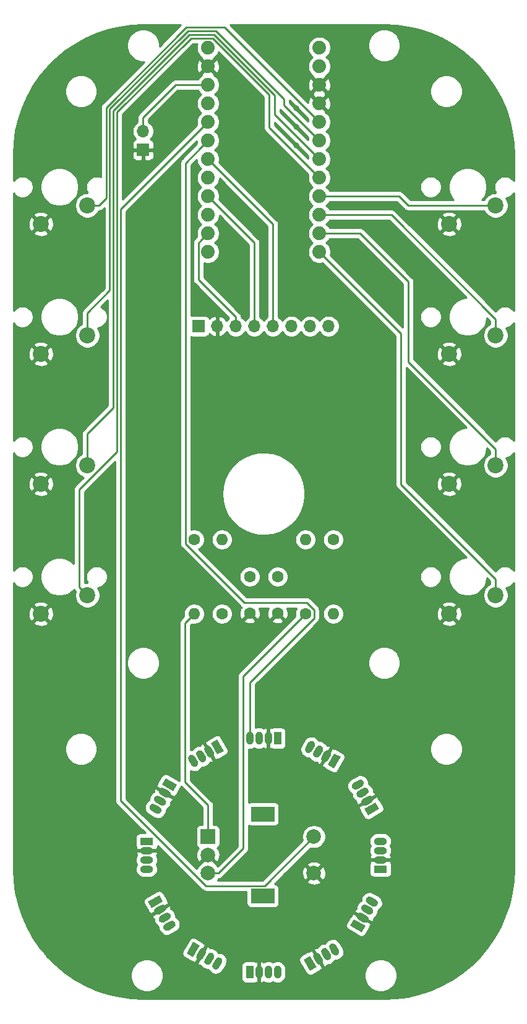
<source format=gbr>
G04 #@! TF.GenerationSoftware,KiCad,Pcbnew,(5.1.9-0-10_14)*
G04 #@! TF.CreationDate,2021-03-16T08:56:42-07:00*
G04 #@! TF.ProjectId,inkkeys,696e6b6b-6579-4732-9e6b-696361645f70,rev?*
G04 #@! TF.SameCoordinates,Original*
G04 #@! TF.FileFunction,Copper,L2,Bot*
G04 #@! TF.FilePolarity,Positive*
%FSLAX46Y46*%
G04 Gerber Fmt 4.6, Leading zero omitted, Abs format (unit mm)*
G04 Created by KiCad (PCBNEW (5.1.9-0-10_14)) date 2021-03-16 08:56:42*
%MOMM*%
%LPD*%
G01*
G04 APERTURE LIST*
G04 #@! TA.AperFunction,ComponentPad*
%ADD10C,0.100000*%
G04 #@! TD*
G04 #@! TA.AperFunction,ComponentPad*
%ADD11O,1.800000X1.000000*%
G04 #@! TD*
G04 #@! TA.AperFunction,ComponentPad*
%ADD12R,1.800000X1.000000*%
G04 #@! TD*
G04 #@! TA.AperFunction,ComponentPad*
%ADD13O,1.000000X1.800000*%
G04 #@! TD*
G04 #@! TA.AperFunction,ComponentPad*
%ADD14R,1.000000X1.800000*%
G04 #@! TD*
G04 #@! TA.AperFunction,ComponentPad*
%ADD15C,1.879600*%
G04 #@! TD*
G04 #@! TA.AperFunction,ComponentPad*
%ADD16R,1.700000X1.700000*%
G04 #@! TD*
G04 #@! TA.AperFunction,ComponentPad*
%ADD17O,1.700000X1.700000*%
G04 #@! TD*
G04 #@! TA.AperFunction,ComponentPad*
%ADD18C,2.200000*%
G04 #@! TD*
G04 #@! TA.AperFunction,ComponentPad*
%ADD19C,1.600000*%
G04 #@! TD*
G04 #@! TA.AperFunction,ComponentPad*
%ADD20O,1.600000X1.600000*%
G04 #@! TD*
G04 #@! TA.AperFunction,ComponentPad*
%ADD21C,2.000000*%
G04 #@! TD*
G04 #@! TA.AperFunction,ComponentPad*
%ADD22R,3.200000X2.000000*%
G04 #@! TD*
G04 #@! TA.AperFunction,ComponentPad*
%ADD23R,2.000000X2.000000*%
G04 #@! TD*
G04 #@! TA.AperFunction,ViaPad*
%ADD24C,0.800000*%
G04 #@! TD*
G04 #@! TA.AperFunction,Conductor*
%ADD25C,0.250000*%
G04 #@! TD*
G04 #@! TA.AperFunction,Conductor*
%ADD26C,0.254000*%
G04 #@! TD*
G04 #@! TA.AperFunction,Conductor*
%ADD27C,0.100000*%
G04 #@! TD*
G04 APERTURE END LIST*
G04 #@! TA.AperFunction,ComponentPad*
G36*
G01*
X97148904Y-134952184D02*
X96748904Y-135645004D01*
G75*
G02*
X96065891Y-135828017I-433013J250000D01*
G01*
X96065891Y-135828017D01*
G75*
G02*
X95882878Y-135145004I250000J433013D01*
G01*
X96282878Y-134452184D01*
G75*
G02*
X96965891Y-134269171I433013J-250000D01*
G01*
X96965891Y-134269171D01*
G75*
G02*
X97148904Y-134952184I-250000J-433013D01*
G01*
G37*
G04 #@! TD.AperFunction*
G04 #@! TA.AperFunction,ComponentPad*
G36*
G01*
X98248756Y-135587184D02*
X97848756Y-136280004D01*
G75*
G02*
X97165743Y-136463017I-433013J250000D01*
G01*
X97165743Y-136463017D01*
G75*
G02*
X96982730Y-135780004I250000J433013D01*
G01*
X97382730Y-135087184D01*
G75*
G02*
X98065743Y-134904171I433013J-250000D01*
G01*
X98065743Y-134904171D01*
G75*
G02*
X98248756Y-135587184I-250000J-433013D01*
G01*
G37*
G04 #@! TD.AperFunction*
G04 #@! TA.AperFunction,ComponentPad*
G36*
G01*
X99348609Y-136222184D02*
X98948609Y-136915004D01*
G75*
G02*
X98265596Y-137098017I-433013J250000D01*
G01*
X98265596Y-137098017D01*
G75*
G02*
X98082583Y-136415004I250000J433013D01*
G01*
X98482583Y-135722184D01*
G75*
G02*
X99165596Y-135539171I433013J-250000D01*
G01*
X99165596Y-135539171D01*
G75*
G02*
X99348609Y-136222184I-250000J-433013D01*
G01*
G37*
G04 #@! TD.AperFunction*
G04 #@! TA.AperFunction,ComponentPad*
D10*
G36*
X100698461Y-136424171D02*
G01*
X99798461Y-137983017D01*
X98932435Y-137483017D01*
X99832435Y-135924171D01*
X100698461Y-136424171D01*
G37*
G04 #@! TD.AperFunction*
G04 #@! TA.AperFunction,ComponentPad*
G36*
G01*
X103667816Y-140438904D02*
X102974996Y-140838904D01*
G75*
G02*
X102291983Y-140655891I-250000J433013D01*
G01*
X102291983Y-140655891D01*
G75*
G02*
X102474996Y-139972878I433013J250000D01*
G01*
X103167816Y-139572878D01*
G75*
G02*
X103850829Y-139755891I250000J-433013D01*
G01*
X103850829Y-139755891D01*
G75*
G02*
X103667816Y-140438904I-433013J-250000D01*
G01*
G37*
G04 #@! TD.AperFunction*
G04 #@! TA.AperFunction,ComponentPad*
G36*
G01*
X104302816Y-141538756D02*
X103609996Y-141938756D01*
G75*
G02*
X102926983Y-141755743I-250000J433013D01*
G01*
X102926983Y-141755743D01*
G75*
G02*
X103109996Y-141072730I433013J250000D01*
G01*
X103802816Y-140672730D01*
G75*
G02*
X104485829Y-140855743I250000J-433013D01*
G01*
X104485829Y-140855743D01*
G75*
G02*
X104302816Y-141538756I-433013J-250000D01*
G01*
G37*
G04 #@! TD.AperFunction*
G04 #@! TA.AperFunction,ComponentPad*
G36*
G01*
X104937816Y-142638609D02*
X104244996Y-143038609D01*
G75*
G02*
X103561983Y-142855596I-250000J433013D01*
G01*
X103561983Y-142855596D01*
G75*
G02*
X103744996Y-142172583I433013J250000D01*
G01*
X104437816Y-141772583D01*
G75*
G02*
X105120829Y-141955596I250000J-433013D01*
G01*
X105120829Y-141955596D01*
G75*
G02*
X104937816Y-142638609I-433013J-250000D01*
G01*
G37*
G04 #@! TD.AperFunction*
G04 #@! TA.AperFunction,ComponentPad*
G36*
X106005829Y-143488461D02*
G01*
X104446983Y-144388461D01*
X103946983Y-143522435D01*
X105505829Y-142622435D01*
X106005829Y-143488461D01*
G37*
G04 #@! TD.AperFunction*
D11*
X106170000Y-147950000D03*
X106170000Y-149220000D03*
X106170000Y-150490000D03*
D12*
X106170000Y-151760000D03*
G04 #@! TA.AperFunction,ComponentPad*
G36*
G01*
X105077816Y-156838904D02*
X104384996Y-156438904D01*
G75*
G02*
X104201983Y-155755891I250000J433013D01*
G01*
X104201983Y-155755891D01*
G75*
G02*
X104884996Y-155572878I433013J-250000D01*
G01*
X105577816Y-155972878D01*
G75*
G02*
X105760829Y-156655891I-250000J-433013D01*
G01*
X105760829Y-156655891D01*
G75*
G02*
X105077816Y-156838904I-433013J250000D01*
G01*
G37*
G04 #@! TD.AperFunction*
G04 #@! TA.AperFunction,ComponentPad*
G36*
G01*
X104442816Y-157938756D02*
X103749996Y-157538756D01*
G75*
G02*
X103566983Y-156855743I250000J433013D01*
G01*
X103566983Y-156855743D01*
G75*
G02*
X104249996Y-156672730I433013J-250000D01*
G01*
X104942816Y-157072730D01*
G75*
G02*
X105125829Y-157755743I-250000J-433013D01*
G01*
X105125829Y-157755743D01*
G75*
G02*
X104442816Y-157938756I-433013J250000D01*
G01*
G37*
G04 #@! TD.AperFunction*
G04 #@! TA.AperFunction,ComponentPad*
G36*
G01*
X103807816Y-159038609D02*
X103114996Y-158638609D01*
G75*
G02*
X102931983Y-157955596I250000J433013D01*
G01*
X102931983Y-157955596D01*
G75*
G02*
X103614996Y-157772583I433013J-250000D01*
G01*
X104307816Y-158172583D01*
G75*
G02*
X104490829Y-158855596I-250000J-433013D01*
G01*
X104490829Y-158855596D01*
G75*
G02*
X103807816Y-159038609I-433013J250000D01*
G01*
G37*
G04 #@! TD.AperFunction*
G04 #@! TA.AperFunction,ComponentPad*
D10*
G36*
X103605829Y-160388461D02*
G01*
X102046983Y-159488461D01*
X102546983Y-158622435D01*
X104105829Y-159522435D01*
X103605829Y-160388461D01*
G37*
G04 #@! TD.AperFunction*
G04 #@! TA.AperFunction,ComponentPad*
G36*
G01*
X99591096Y-163357816D02*
X99191096Y-162664996D01*
G75*
G02*
X99374109Y-161981983I433013J250000D01*
G01*
X99374109Y-161981983D01*
G75*
G02*
X100057122Y-162164996I250000J-433013D01*
G01*
X100457122Y-162857816D01*
G75*
G02*
X100274109Y-163540829I-433013J-250000D01*
G01*
X100274109Y-163540829D01*
G75*
G02*
X99591096Y-163357816I-250000J433013D01*
G01*
G37*
G04 #@! TD.AperFunction*
G04 #@! TA.AperFunction,ComponentPad*
G36*
G01*
X98491244Y-163992816D02*
X98091244Y-163299996D01*
G75*
G02*
X98274257Y-162616983I433013J250000D01*
G01*
X98274257Y-162616983D01*
G75*
G02*
X98957270Y-162799996I250000J-433013D01*
G01*
X99357270Y-163492816D01*
G75*
G02*
X99174257Y-164175829I-433013J-250000D01*
G01*
X99174257Y-164175829D01*
G75*
G02*
X98491244Y-163992816I-250000J433013D01*
G01*
G37*
G04 #@! TD.AperFunction*
G04 #@! TA.AperFunction,ComponentPad*
G36*
G01*
X97391391Y-164627816D02*
X96991391Y-163934996D01*
G75*
G02*
X97174404Y-163251983I433013J250000D01*
G01*
X97174404Y-163251983D01*
G75*
G02*
X97857417Y-163434996I250000J-433013D01*
G01*
X98257417Y-164127816D01*
G75*
G02*
X98074404Y-164810829I-433013J-250000D01*
G01*
X98074404Y-164810829D01*
G75*
G02*
X97391391Y-164627816I-250000J433013D01*
G01*
G37*
G04 #@! TD.AperFunction*
G04 #@! TA.AperFunction,ComponentPad*
G36*
X96541539Y-165695829D02*
G01*
X95641539Y-164136983D01*
X96507565Y-163636983D01*
X97407565Y-165195829D01*
X96541539Y-165695829D01*
G37*
G04 #@! TD.AperFunction*
D13*
X92080000Y-165860000D03*
X90810000Y-165860000D03*
X89540000Y-165860000D03*
D14*
X88270000Y-165860000D03*
G04 #@! TA.AperFunction,ComponentPad*
G36*
G01*
X83191096Y-164767816D02*
X83591096Y-164074996D01*
G75*
G02*
X84274109Y-163891983I433013J-250000D01*
G01*
X84274109Y-163891983D01*
G75*
G02*
X84457122Y-164574996I-250000J-433013D01*
G01*
X84057122Y-165267816D01*
G75*
G02*
X83374109Y-165450829I-433013J250000D01*
G01*
X83374109Y-165450829D01*
G75*
G02*
X83191096Y-164767816I250000J433013D01*
G01*
G37*
G04 #@! TD.AperFunction*
G04 #@! TA.AperFunction,ComponentPad*
G36*
G01*
X82091244Y-164132816D02*
X82491244Y-163439996D01*
G75*
G02*
X83174257Y-163256983I433013J-250000D01*
G01*
X83174257Y-163256983D01*
G75*
G02*
X83357270Y-163939996I-250000J-433013D01*
G01*
X82957270Y-164632816D01*
G75*
G02*
X82274257Y-164815829I-433013J250000D01*
G01*
X82274257Y-164815829D01*
G75*
G02*
X82091244Y-164132816I250000J433013D01*
G01*
G37*
G04 #@! TD.AperFunction*
G04 #@! TA.AperFunction,ComponentPad*
G36*
G01*
X80991391Y-163497816D02*
X81391391Y-162804996D01*
G75*
G02*
X82074404Y-162621983I433013J-250000D01*
G01*
X82074404Y-162621983D01*
G75*
G02*
X82257417Y-163304996I-250000J-433013D01*
G01*
X81857417Y-163997816D01*
G75*
G02*
X81174404Y-164180829I-433013J250000D01*
G01*
X81174404Y-164180829D01*
G75*
G02*
X80991391Y-163497816I250000J433013D01*
G01*
G37*
G04 #@! TD.AperFunction*
G04 #@! TA.AperFunction,ComponentPad*
D10*
G36*
X79641539Y-163295829D02*
G01*
X80541539Y-161736983D01*
X81407565Y-162236983D01*
X80507565Y-163795829D01*
X79641539Y-163295829D01*
G37*
G04 #@! TD.AperFunction*
G04 #@! TA.AperFunction,ComponentPad*
G36*
G01*
X76672184Y-159281096D02*
X77365004Y-158881096D01*
G75*
G02*
X78048017Y-159064109I250000J-433013D01*
G01*
X78048017Y-159064109D01*
G75*
G02*
X77865004Y-159747122I-433013J-250000D01*
G01*
X77172184Y-160147122D01*
G75*
G02*
X76489171Y-159964109I-250000J433013D01*
G01*
X76489171Y-159964109D01*
G75*
G02*
X76672184Y-159281096I433013J250000D01*
G01*
G37*
G04 #@! TD.AperFunction*
G04 #@! TA.AperFunction,ComponentPad*
G36*
G01*
X76037184Y-158181244D02*
X76730004Y-157781244D01*
G75*
G02*
X77413017Y-157964257I250000J-433013D01*
G01*
X77413017Y-157964257D01*
G75*
G02*
X77230004Y-158647270I-433013J-250000D01*
G01*
X76537184Y-159047270D01*
G75*
G02*
X75854171Y-158864257I-250000J433013D01*
G01*
X75854171Y-158864257D01*
G75*
G02*
X76037184Y-158181244I433013J250000D01*
G01*
G37*
G04 #@! TD.AperFunction*
G04 #@! TA.AperFunction,ComponentPad*
G36*
G01*
X75402184Y-157081391D02*
X76095004Y-156681391D01*
G75*
G02*
X76778017Y-156864404I250000J-433013D01*
G01*
X76778017Y-156864404D01*
G75*
G02*
X76595004Y-157547417I-433013J-250000D01*
G01*
X75902184Y-157947417D01*
G75*
G02*
X75219171Y-157764404I-250000J433013D01*
G01*
X75219171Y-157764404D01*
G75*
G02*
X75402184Y-157081391I433013J250000D01*
G01*
G37*
G04 #@! TD.AperFunction*
G04 #@! TA.AperFunction,ComponentPad*
G36*
X74334171Y-156231539D02*
G01*
X75893017Y-155331539D01*
X76393017Y-156197565D01*
X74834171Y-157097565D01*
X74334171Y-156231539D01*
G37*
G04 #@! TD.AperFunction*
D11*
X74170000Y-151770000D03*
X74170000Y-150500000D03*
X74170000Y-149230000D03*
D12*
X74170000Y-147960000D03*
G04 #@! TA.AperFunction,ComponentPad*
G36*
G01*
X75262184Y-142881096D02*
X75955004Y-143281096D01*
G75*
G02*
X76138017Y-143964109I-250000J-433013D01*
G01*
X76138017Y-143964109D01*
G75*
G02*
X75455004Y-144147122I-433013J250000D01*
G01*
X74762184Y-143747122D01*
G75*
G02*
X74579171Y-143064109I250000J433013D01*
G01*
X74579171Y-143064109D01*
G75*
G02*
X75262184Y-142881096I433013J-250000D01*
G01*
G37*
G04 #@! TD.AperFunction*
G04 #@! TA.AperFunction,ComponentPad*
G36*
G01*
X75897184Y-141781244D02*
X76590004Y-142181244D01*
G75*
G02*
X76773017Y-142864257I-250000J-433013D01*
G01*
X76773017Y-142864257D01*
G75*
G02*
X76090004Y-143047270I-433013J250000D01*
G01*
X75397184Y-142647270D01*
G75*
G02*
X75214171Y-141964257I250000J433013D01*
G01*
X75214171Y-141964257D01*
G75*
G02*
X75897184Y-141781244I433013J-250000D01*
G01*
G37*
G04 #@! TD.AperFunction*
G04 #@! TA.AperFunction,ComponentPad*
G36*
G01*
X76532184Y-140681391D02*
X77225004Y-141081391D01*
G75*
G02*
X77408017Y-141764404I-250000J-433013D01*
G01*
X77408017Y-141764404D01*
G75*
G02*
X76725004Y-141947417I-433013J250000D01*
G01*
X76032184Y-141547417D01*
G75*
G02*
X75849171Y-140864404I250000J433013D01*
G01*
X75849171Y-140864404D01*
G75*
G02*
X76532184Y-140681391I433013J-250000D01*
G01*
G37*
G04 #@! TD.AperFunction*
G04 #@! TA.AperFunction,ComponentPad*
D10*
G36*
X76734171Y-139331539D02*
G01*
X78293017Y-140231539D01*
X77793017Y-141097565D01*
X76234171Y-140197565D01*
X76734171Y-139331539D01*
G37*
G04 #@! TD.AperFunction*
G04 #@! TA.AperFunction,ComponentPad*
G36*
G01*
X80748904Y-136362184D02*
X81148904Y-137055004D01*
G75*
G02*
X80965891Y-137738017I-433013J-250000D01*
G01*
X80965891Y-137738017D01*
G75*
G02*
X80282878Y-137555004I-250000J433013D01*
G01*
X79882878Y-136862184D01*
G75*
G02*
X80065891Y-136179171I433013J250000D01*
G01*
X80065891Y-136179171D01*
G75*
G02*
X80748904Y-136362184I250000J-433013D01*
G01*
G37*
G04 #@! TD.AperFunction*
G04 #@! TA.AperFunction,ComponentPad*
G36*
G01*
X81848756Y-135727184D02*
X82248756Y-136420004D01*
G75*
G02*
X82065743Y-137103017I-433013J-250000D01*
G01*
X82065743Y-137103017D01*
G75*
G02*
X81382730Y-136920004I-250000J433013D01*
G01*
X80982730Y-136227184D01*
G75*
G02*
X81165743Y-135544171I433013J250000D01*
G01*
X81165743Y-135544171D01*
G75*
G02*
X81848756Y-135727184I250000J-433013D01*
G01*
G37*
G04 #@! TD.AperFunction*
G04 #@! TA.AperFunction,ComponentPad*
G36*
G01*
X82948609Y-135092184D02*
X83348609Y-135785004D01*
G75*
G02*
X83165596Y-136468017I-433013J-250000D01*
G01*
X83165596Y-136468017D01*
G75*
G02*
X82482583Y-136285004I-250000J433013D01*
G01*
X82082583Y-135592184D01*
G75*
G02*
X82265596Y-134909171I433013J250000D01*
G01*
X82265596Y-134909171D01*
G75*
G02*
X82948609Y-135092184I250000J-433013D01*
G01*
G37*
G04 #@! TD.AperFunction*
G04 #@! TA.AperFunction,ComponentPad*
G36*
X83798461Y-134024171D02*
G01*
X84698461Y-135583017D01*
X83832435Y-136083017D01*
X82932435Y-134524171D01*
X83798461Y-134024171D01*
G37*
G04 #@! TD.AperFunction*
D13*
X88260000Y-133860000D03*
X89530000Y-133860000D03*
X90800000Y-133860000D03*
D14*
X92070000Y-133860000D03*
D15*
X82550000Y-39370000D03*
X82550000Y-41910000D03*
X82550000Y-44450000D03*
X82550000Y-46990000D03*
X82550000Y-49530000D03*
X82550000Y-52070000D03*
X82550000Y-54610000D03*
X82550000Y-57150000D03*
X82550000Y-59690000D03*
X82550000Y-62230000D03*
X82550000Y-64770000D03*
X82550000Y-67310000D03*
X97790000Y-67310000D03*
X97790000Y-64770000D03*
X97790000Y-62230000D03*
X97790000Y-59690000D03*
X97790000Y-57150000D03*
X97790000Y-54610000D03*
X97790000Y-52070000D03*
X97790000Y-49530000D03*
X97790000Y-46990000D03*
X97790000Y-44450000D03*
X97790000Y-41910000D03*
X97790000Y-39370000D03*
D16*
X81280000Y-77470000D03*
D17*
X83820000Y-77470000D03*
X86360000Y-77470000D03*
X88900000Y-77470000D03*
X91440000Y-77470000D03*
X93980000Y-77470000D03*
X96520000Y-77470000D03*
X99060000Y-77470000D03*
X73660000Y-50800000D03*
D16*
X73660000Y-53340000D03*
D18*
X66040000Y-60960000D03*
X59690000Y-63500000D03*
X59690000Y-81280000D03*
X66040000Y-78740000D03*
X59690000Y-99060000D03*
X66040000Y-96520000D03*
X66040000Y-114300000D03*
X59690000Y-116840000D03*
X115570000Y-63500000D03*
X121920000Y-60960000D03*
X121920000Y-78740000D03*
X115570000Y-81280000D03*
X115570000Y-99060000D03*
X121920000Y-96520000D03*
X121920000Y-114300000D03*
X115570000Y-116840000D03*
D19*
X88265000Y-111760000D03*
X88265000Y-116760000D03*
X92075000Y-116760000D03*
X92075000Y-111760000D03*
D20*
X95885000Y-106680000D03*
D19*
X95885000Y-116840000D03*
X84455000Y-116840000D03*
D20*
X84455000Y-106680000D03*
X99695000Y-116840000D03*
D19*
X99695000Y-106680000D03*
X80645000Y-106680000D03*
D20*
X80645000Y-116840000D03*
D21*
X97050000Y-152320000D03*
X97050000Y-147320000D03*
D22*
X90050000Y-155420000D03*
X90050000Y-144220000D03*
D21*
X82550000Y-152320000D03*
X82550000Y-149820000D03*
D23*
X82550000Y-147320000D03*
D24*
X85090000Y-72390000D03*
X95885000Y-72390000D03*
X90170000Y-73660000D03*
X104140000Y-69850000D03*
X94615000Y-47625000D03*
X94615000Y-50165000D03*
X94615000Y-52705000D03*
X93980000Y-73660000D03*
D25*
X84815169Y-36555169D02*
X96850201Y-48590201D01*
X79598469Y-36555169D02*
X84815169Y-36555169D01*
X68611960Y-47541678D02*
X79598469Y-36555169D01*
X68611960Y-59943674D02*
X68611960Y-47541678D01*
X67595634Y-60960000D02*
X68611960Y-59943674D01*
X96850201Y-48590201D02*
X97790000Y-49530000D01*
X66040000Y-60960000D02*
X67595634Y-60960000D01*
X83595325Y-37055179D02*
X92964000Y-46423854D01*
X69111970Y-47748788D02*
X79805579Y-37055179D01*
X79805579Y-37055179D02*
X83595325Y-37055179D01*
X66040000Y-75656998D02*
X69111970Y-72585028D01*
X69111970Y-72585028D02*
X69111970Y-47748788D01*
X66040000Y-78740000D02*
X66040000Y-75656998D01*
X92964000Y-47244000D02*
X97790000Y-52070000D01*
X92964000Y-46423854D02*
X92964000Y-47244000D01*
X80012689Y-37555189D02*
X83388215Y-37555189D01*
X83388215Y-37555189D02*
X91694000Y-45860974D01*
X69611980Y-47955898D02*
X80012689Y-37555189D01*
X69611980Y-88630020D02*
X69611980Y-47955898D01*
X66040000Y-92202000D02*
X69611980Y-88630020D01*
X66040000Y-96520000D02*
X66040000Y-92202000D01*
X91694000Y-48514000D02*
X97790000Y-54610000D01*
X91694000Y-45860974D02*
X91694000Y-48514000D01*
X83181105Y-38055199D02*
X90932000Y-45806094D01*
X80219799Y-38055199D02*
X83181105Y-38055199D01*
X70111990Y-94631012D02*
X70111990Y-48163008D01*
X64940001Y-99803001D02*
X70111990Y-94631012D01*
X64940001Y-113200001D02*
X64940001Y-99803001D01*
X70111990Y-48163008D02*
X80219799Y-38055199D01*
X66040000Y-114300000D02*
X64940001Y-113200001D01*
X90932000Y-50292000D02*
X97790000Y-57150000D01*
X90932000Y-45806094D02*
X90932000Y-50292000D01*
X121920000Y-60960000D02*
X109982000Y-60960000D01*
X108712000Y-59690000D02*
X97790000Y-59690000D01*
X109982000Y-60960000D02*
X108712000Y-59690000D01*
X121920000Y-77184366D02*
X121920000Y-78740000D01*
X121920000Y-76494998D02*
X121920000Y-77184366D01*
X107655002Y-62230000D02*
X121920000Y-76494998D01*
X97790000Y-62230000D02*
X107655002Y-62230000D01*
X121920000Y-94964366D02*
X121920000Y-96520000D01*
X109982000Y-82336998D02*
X121920000Y-94274998D01*
X121920000Y-94274998D02*
X121920000Y-94964366D01*
X109982000Y-71374000D02*
X109982000Y-82336998D01*
X103378000Y-64770000D02*
X109982000Y-71374000D01*
X97790000Y-64770000D02*
X103378000Y-64770000D01*
X121920000Y-112744366D02*
X121920000Y-114300000D01*
X121920000Y-112054998D02*
X121920000Y-112744366D01*
X108966000Y-99100998D02*
X121920000Y-112054998D01*
X108966000Y-78486000D02*
X108966000Y-99100998D01*
X97790000Y-67310000D02*
X108966000Y-78486000D01*
X86360000Y-77470000D02*
X86360000Y-76200000D01*
X81610201Y-65709799D02*
X82550000Y-64770000D01*
X81235199Y-66084801D02*
X81610201Y-65709799D01*
X81235199Y-71075199D02*
X81235199Y-66084801D01*
X86360000Y-76200000D02*
X81235199Y-71075199D01*
X88900000Y-66040000D02*
X82550000Y-59690000D01*
X88900000Y-77470000D02*
X88900000Y-66040000D01*
X91440000Y-63500000D02*
X82550000Y-54610000D01*
X91440000Y-77470000D02*
X91440000Y-63500000D01*
X79469999Y-55150001D02*
X81610201Y-53009799D01*
X79469999Y-107244001D02*
X79469999Y-55150001D01*
X87541998Y-115316000D02*
X79469999Y-107244001D01*
X96100002Y-115316000D02*
X87541998Y-115316000D01*
X97060001Y-116275999D02*
X96100002Y-115316000D01*
X81610201Y-53009799D02*
X82550000Y-52070000D01*
X97060001Y-117404001D02*
X97060001Y-116275999D01*
X88260000Y-126204002D02*
X97060001Y-117404001D01*
X88260000Y-133860000D02*
X88260000Y-126204002D01*
X82239997Y-154044999D02*
X70612000Y-142417002D01*
X90325001Y-154044999D02*
X82239997Y-154044999D01*
X97050000Y-147320000D02*
X90325001Y-154044999D01*
X70612000Y-61468000D02*
X82550000Y-49530000D01*
X70612000Y-142417002D02*
X70612000Y-61468000D01*
X78105000Y-44450000D02*
X82550000Y-44450000D01*
X73660000Y-48895000D02*
X78105000Y-44450000D01*
X73660000Y-50800000D02*
X73660000Y-48895000D01*
X82550000Y-147320000D02*
X82550000Y-146070000D01*
X82550000Y-147320000D02*
X82550000Y-143002000D01*
X79845001Y-117639999D02*
X80645000Y-116840000D01*
X79423381Y-118061619D02*
X79845001Y-117639999D01*
X79423381Y-139875381D02*
X79423381Y-118061619D01*
X82550000Y-143002000D02*
X79423381Y-139875381D01*
X95085001Y-117639999D02*
X95885000Y-116840000D01*
X87349990Y-125375010D02*
X95085001Y-117639999D01*
X87349990Y-148934223D02*
X87349990Y-125375010D01*
X83964213Y-152320000D02*
X87349990Y-148934223D01*
X82550000Y-152320000D02*
X83964213Y-152320000D01*
D26*
X75905000Y-39173836D02*
X75905000Y-38809872D01*
X75819110Y-38378075D01*
X75650631Y-37971331D01*
X75406038Y-37605271D01*
X75094729Y-37293962D01*
X74728669Y-37049369D01*
X74321925Y-36880890D01*
X73890128Y-36795000D01*
X73449872Y-36795000D01*
X73018075Y-36880890D01*
X72611331Y-37049369D01*
X72245271Y-37293962D01*
X71933962Y-37605271D01*
X71689369Y-37971331D01*
X71520890Y-38378075D01*
X71435000Y-38809872D01*
X71435000Y-39250128D01*
X71520890Y-39681925D01*
X71689369Y-40088669D01*
X71933962Y-40454729D01*
X72245271Y-40766038D01*
X72611331Y-41010631D01*
X73018075Y-41179110D01*
X73449872Y-41265000D01*
X73813836Y-41265000D01*
X68100958Y-46977879D01*
X68071960Y-47001677D01*
X68048162Y-47030675D01*
X68048161Y-47030676D01*
X67976986Y-47117402D01*
X67906414Y-47249432D01*
X67884728Y-47320924D01*
X67862958Y-47392692D01*
X67852241Y-47501498D01*
X67848284Y-47541678D01*
X67851961Y-47579010D01*
X67851960Y-57037135D01*
X67743158Y-56992068D01*
X67456260Y-56935000D01*
X67163740Y-56935000D01*
X66876842Y-56992068D01*
X66606589Y-57104010D01*
X66363368Y-57266525D01*
X66156525Y-57473368D01*
X65994010Y-57716589D01*
X65882068Y-57986842D01*
X65825000Y-58273740D01*
X65825000Y-58566260D01*
X65882068Y-58853158D01*
X65994010Y-59123411D01*
X66061890Y-59225000D01*
X65869117Y-59225000D01*
X65533919Y-59291675D01*
X65218169Y-59422463D01*
X64934002Y-59612337D01*
X64692337Y-59854002D01*
X64502463Y-60138169D01*
X64371675Y-60453919D01*
X64305000Y-60789117D01*
X64305000Y-61130883D01*
X64371675Y-61466081D01*
X64502463Y-61781831D01*
X64692337Y-62065998D01*
X64934002Y-62307663D01*
X65218169Y-62497537D01*
X65533919Y-62628325D01*
X65869117Y-62695000D01*
X66210883Y-62695000D01*
X66546081Y-62628325D01*
X66861831Y-62497537D01*
X67145998Y-62307663D01*
X67387663Y-62065998D01*
X67577537Y-61781831D01*
X67601880Y-61723061D01*
X67632956Y-61720000D01*
X67632967Y-61720000D01*
X67744620Y-61709003D01*
X67887881Y-61665546D01*
X68019910Y-61594974D01*
X68135635Y-61500001D01*
X68159438Y-61470998D01*
X68351970Y-61278465D01*
X68351970Y-72270226D01*
X65528998Y-75093199D01*
X65500000Y-75116997D01*
X65476202Y-75145995D01*
X65476201Y-75145996D01*
X65405026Y-75232722D01*
X65334454Y-75364752D01*
X65290998Y-75508013D01*
X65276324Y-75656998D01*
X65280001Y-75694330D01*
X65280001Y-77176852D01*
X65218169Y-77202463D01*
X64934002Y-77392337D01*
X64692337Y-77634002D01*
X64502463Y-77918169D01*
X64371675Y-78233919D01*
X64305000Y-78569117D01*
X64305000Y-78910883D01*
X64371675Y-79246081D01*
X64502463Y-79561831D01*
X64692337Y-79845998D01*
X64934002Y-80087663D01*
X65218169Y-80277537D01*
X65533919Y-80408325D01*
X65869117Y-80475000D01*
X66210883Y-80475000D01*
X66546081Y-80408325D01*
X66861831Y-80277537D01*
X67145998Y-80087663D01*
X67387663Y-79845998D01*
X67577537Y-79561831D01*
X67708325Y-79246081D01*
X67775000Y-78910883D01*
X67775000Y-78569117D01*
X67708325Y-78233919D01*
X67577537Y-77918169D01*
X67421739Y-77685000D01*
X67456260Y-77685000D01*
X67743158Y-77627932D01*
X68013411Y-77515990D01*
X68256632Y-77353475D01*
X68463475Y-77146632D01*
X68625990Y-76903411D01*
X68737932Y-76633158D01*
X68795000Y-76346260D01*
X68795000Y-76053740D01*
X68737932Y-75766842D01*
X68625990Y-75496589D01*
X68463475Y-75253368D01*
X68256632Y-75046525D01*
X68013411Y-74884010D01*
X67924583Y-74847216D01*
X68851980Y-73919819D01*
X68851980Y-88315218D01*
X65528998Y-91638201D01*
X65500000Y-91661999D01*
X65476202Y-91690997D01*
X65476201Y-91690998D01*
X65405026Y-91777724D01*
X65334454Y-91909754D01*
X65290998Y-92053015D01*
X65276324Y-92202000D01*
X65280001Y-92239332D01*
X65280000Y-94956852D01*
X65218169Y-94982463D01*
X64934002Y-95172337D01*
X64692337Y-95414002D01*
X64502463Y-95698169D01*
X64371675Y-96013919D01*
X64305000Y-96349117D01*
X64305000Y-96690883D01*
X64371675Y-97026081D01*
X64502463Y-97341831D01*
X64692337Y-97625998D01*
X64934002Y-97867663D01*
X65218169Y-98057537D01*
X65495705Y-98172496D01*
X64428999Y-99239202D01*
X64400001Y-99263000D01*
X64376203Y-99291998D01*
X64376202Y-99291999D01*
X64305027Y-99378725D01*
X64234455Y-99510755D01*
X64230051Y-99525274D01*
X64194948Y-99640999D01*
X64190999Y-99654016D01*
X64176325Y-99803001D01*
X64180002Y-99840333D01*
X64180001Y-109983548D01*
X63909715Y-109713262D01*
X63478141Y-109424893D01*
X62998601Y-109226261D01*
X62489525Y-109125000D01*
X61970475Y-109125000D01*
X61461399Y-109226261D01*
X60981859Y-109424893D01*
X60550285Y-109713262D01*
X60183262Y-110080285D01*
X59894893Y-110511859D01*
X59696261Y-110991399D01*
X59595000Y-111500475D01*
X59595000Y-112019525D01*
X59696261Y-112528601D01*
X59894893Y-113008141D01*
X60183262Y-113439715D01*
X60550285Y-113806738D01*
X60981859Y-114095107D01*
X61461399Y-114293739D01*
X61970475Y-114395000D01*
X62489525Y-114395000D01*
X62998601Y-114293739D01*
X63478141Y-114095107D01*
X63909715Y-113806738D01*
X64232070Y-113484383D01*
X64234455Y-113492247D01*
X64305027Y-113624277D01*
X64344872Y-113672827D01*
X64396018Y-113735150D01*
X64371675Y-113793919D01*
X64305000Y-114129117D01*
X64305000Y-114470883D01*
X64371675Y-114806081D01*
X64502463Y-115121831D01*
X64692337Y-115405998D01*
X64934002Y-115647663D01*
X65218169Y-115837537D01*
X65533919Y-115968325D01*
X65869117Y-116035000D01*
X66210883Y-116035000D01*
X66546081Y-115968325D01*
X66861831Y-115837537D01*
X67145998Y-115647663D01*
X67387663Y-115405998D01*
X67577537Y-115121831D01*
X67708325Y-114806081D01*
X67775000Y-114470883D01*
X67775000Y-114129117D01*
X67708325Y-113793919D01*
X67577537Y-113478169D01*
X67421739Y-113245000D01*
X67456260Y-113245000D01*
X67743158Y-113187932D01*
X68013411Y-113075990D01*
X68256632Y-112913475D01*
X68463475Y-112706632D01*
X68625990Y-112463411D01*
X68737932Y-112193158D01*
X68795000Y-111906260D01*
X68795000Y-111613740D01*
X68737932Y-111326842D01*
X68625990Y-111056589D01*
X68463475Y-110813368D01*
X68256632Y-110606525D01*
X68013411Y-110444010D01*
X67743158Y-110332068D01*
X67456260Y-110275000D01*
X67163740Y-110275000D01*
X66876842Y-110332068D01*
X66606589Y-110444010D01*
X66363368Y-110606525D01*
X66156525Y-110813368D01*
X65994010Y-111056589D01*
X65882068Y-111326842D01*
X65825000Y-111613740D01*
X65825000Y-111906260D01*
X65882068Y-112193158D01*
X65994010Y-112463411D01*
X66061890Y-112565000D01*
X65869117Y-112565000D01*
X65700001Y-112598639D01*
X65700001Y-100117802D01*
X69852001Y-95965803D01*
X69852000Y-142379680D01*
X69848324Y-142417002D01*
X69852000Y-142454324D01*
X69852000Y-142454334D01*
X69862997Y-142565987D01*
X69906454Y-142709248D01*
X69977026Y-142841278D01*
X69986658Y-142853014D01*
X70071999Y-142957003D01*
X70101003Y-142980806D01*
X73942125Y-146821928D01*
X73270000Y-146821928D01*
X73145518Y-146834188D01*
X73025820Y-146870498D01*
X72915506Y-146929463D01*
X72818815Y-147008815D01*
X72739463Y-147105506D01*
X72680498Y-147215820D01*
X72644188Y-147335518D01*
X72631928Y-147460000D01*
X72631928Y-148460000D01*
X72644188Y-148584482D01*
X72680498Y-148704180D01*
X72725737Y-148788815D01*
X72675881Y-148928126D01*
X72802046Y-149103000D01*
X74043000Y-149103000D01*
X74043000Y-149098072D01*
X74297000Y-149098072D01*
X74297000Y-149103000D01*
X75537954Y-149103000D01*
X75664119Y-148928126D01*
X75614263Y-148788815D01*
X75659502Y-148704180D01*
X75695812Y-148584482D01*
X75696607Y-148576410D01*
X81676198Y-154556002D01*
X81699996Y-154585000D01*
X81728994Y-154608798D01*
X81815720Y-154679973D01*
X81947750Y-154750545D01*
X82091011Y-154794002D01*
X82202664Y-154804999D01*
X82202673Y-154804999D01*
X82239996Y-154808675D01*
X82277319Y-154804999D01*
X87811928Y-154804999D01*
X87811928Y-156420000D01*
X87824188Y-156544482D01*
X87860498Y-156664180D01*
X87919463Y-156774494D01*
X87998815Y-156871185D01*
X88095506Y-156950537D01*
X88205820Y-157009502D01*
X88325518Y-157045812D01*
X88450000Y-157058072D01*
X91650000Y-157058072D01*
X91774482Y-157045812D01*
X91894180Y-157009502D01*
X92004494Y-156950537D01*
X92101185Y-156871185D01*
X92180537Y-156774494D01*
X92239502Y-156664180D01*
X92275812Y-156544482D01*
X92288072Y-156420000D01*
X92288072Y-154420000D01*
X92275812Y-154295518D01*
X92239502Y-154175820D01*
X92180537Y-154065506D01*
X92101185Y-153968815D01*
X92004494Y-153889463D01*
X91894180Y-153830498D01*
X91774482Y-153794188D01*
X91661719Y-153783082D01*
X91989388Y-153455413D01*
X96094192Y-153455413D01*
X96189956Y-153719814D01*
X96479571Y-153860704D01*
X96791108Y-153942384D01*
X97112595Y-153961718D01*
X97431675Y-153917961D01*
X97736088Y-153812795D01*
X97910044Y-153719814D01*
X98005808Y-153455413D01*
X97050000Y-152499605D01*
X96094192Y-153455413D01*
X91989388Y-153455413D01*
X93062206Y-152382595D01*
X95408282Y-152382595D01*
X95452039Y-152701675D01*
X95557205Y-153006088D01*
X95650186Y-153180044D01*
X95914587Y-153275808D01*
X96870395Y-152320000D01*
X97229605Y-152320000D01*
X98185413Y-153275808D01*
X98449814Y-153180044D01*
X98590704Y-152890429D01*
X98672384Y-152578892D01*
X98691718Y-152257405D01*
X98647961Y-151938325D01*
X98542795Y-151633912D01*
X98449814Y-151459956D01*
X98185413Y-151364192D01*
X97229605Y-152320000D01*
X96870395Y-152320000D01*
X95914587Y-151364192D01*
X95650186Y-151459956D01*
X95509296Y-151749571D01*
X95427616Y-152061108D01*
X95408282Y-152382595D01*
X93062206Y-152382595D01*
X94260214Y-151184587D01*
X96094192Y-151184587D01*
X97050000Y-152140395D01*
X97930395Y-151260000D01*
X104631928Y-151260000D01*
X104631928Y-152260000D01*
X104644188Y-152384482D01*
X104680498Y-152504180D01*
X104739463Y-152614494D01*
X104818815Y-152711185D01*
X104915506Y-152790537D01*
X105025820Y-152849502D01*
X105145518Y-152885812D01*
X105270000Y-152898072D01*
X107070000Y-152898072D01*
X107194482Y-152885812D01*
X107314180Y-152849502D01*
X107424494Y-152790537D01*
X107521185Y-152711185D01*
X107600537Y-152614494D01*
X107659502Y-152504180D01*
X107695812Y-152384482D01*
X107708072Y-152260000D01*
X107708072Y-151260000D01*
X107695812Y-151135518D01*
X107659502Y-151015820D01*
X107614263Y-150931185D01*
X107664119Y-150791874D01*
X107537954Y-150617000D01*
X106297000Y-150617000D01*
X106297000Y-150621928D01*
X106043000Y-150621928D01*
X106043000Y-150617000D01*
X104802046Y-150617000D01*
X104675881Y-150791874D01*
X104725737Y-150931185D01*
X104680498Y-151015820D01*
X104644188Y-151135518D01*
X104631928Y-151260000D01*
X97930395Y-151260000D01*
X98005808Y-151184587D01*
X97910044Y-150920186D01*
X97620429Y-150779296D01*
X97308892Y-150697616D01*
X96987405Y-150678282D01*
X96668325Y-150722039D01*
X96363912Y-150827205D01*
X96189956Y-150920186D01*
X96094192Y-151184587D01*
X94260214Y-151184587D01*
X96558625Y-148886177D01*
X96573088Y-148892168D01*
X96888967Y-148955000D01*
X97211033Y-148955000D01*
X97526912Y-148892168D01*
X97824463Y-148768918D01*
X98092252Y-148589987D01*
X98319987Y-148362252D01*
X98498918Y-148094463D01*
X98558756Y-147950000D01*
X104629509Y-147950000D01*
X104651423Y-148172499D01*
X104716324Y-148386447D01*
X104821716Y-148583623D01*
X104822846Y-148585000D01*
X104821716Y-148586377D01*
X104716324Y-148783553D01*
X104651423Y-148997501D01*
X104629509Y-149220000D01*
X104651423Y-149442499D01*
X104716324Y-149656447D01*
X104821716Y-149853623D01*
X104825248Y-149857927D01*
X104755724Y-149965024D01*
X104675881Y-150188126D01*
X104802046Y-150363000D01*
X106043000Y-150363000D01*
X106043000Y-150355000D01*
X106297000Y-150355000D01*
X106297000Y-150363000D01*
X107537954Y-150363000D01*
X107664119Y-150188126D01*
X107584276Y-149965024D01*
X107514752Y-149857927D01*
X107518284Y-149853623D01*
X107623676Y-149656447D01*
X107688577Y-149442499D01*
X107710491Y-149220000D01*
X107688577Y-148997501D01*
X107623676Y-148783553D01*
X107518284Y-148586377D01*
X107517154Y-148585000D01*
X107518284Y-148583623D01*
X107623676Y-148386447D01*
X107688577Y-148172499D01*
X107710491Y-147950000D01*
X107688577Y-147727501D01*
X107623676Y-147513553D01*
X107518284Y-147316377D01*
X107376449Y-147143551D01*
X107203623Y-147001716D01*
X107006447Y-146896324D01*
X106792499Y-146831423D01*
X106625752Y-146815000D01*
X105714248Y-146815000D01*
X105547501Y-146831423D01*
X105333553Y-146896324D01*
X105136377Y-147001716D01*
X104963551Y-147143551D01*
X104821716Y-147316377D01*
X104716324Y-147513553D01*
X104651423Y-147727501D01*
X104629509Y-147950000D01*
X98558756Y-147950000D01*
X98622168Y-147796912D01*
X98685000Y-147481033D01*
X98685000Y-147158967D01*
X98622168Y-146843088D01*
X98498918Y-146545537D01*
X98319987Y-146277748D01*
X98092252Y-146050013D01*
X97824463Y-145871082D01*
X97526912Y-145747832D01*
X97211033Y-145685000D01*
X96888967Y-145685000D01*
X96573088Y-145747832D01*
X96275537Y-145871082D01*
X96007748Y-146050013D01*
X95780013Y-146277748D01*
X95601082Y-146545537D01*
X95477832Y-146843088D01*
X95415000Y-147158967D01*
X95415000Y-147481033D01*
X95477832Y-147796912D01*
X95483823Y-147811375D01*
X90010200Y-153284999D01*
X83871606Y-153284999D01*
X83998918Y-153094463D01*
X84005052Y-153079655D01*
X84113199Y-153069003D01*
X84256460Y-153025546D01*
X84388489Y-152954974D01*
X84504214Y-152860001D01*
X84528017Y-152830997D01*
X87860994Y-149498021D01*
X87889991Y-149474224D01*
X87984964Y-149358499D01*
X88055536Y-149226470D01*
X88098993Y-149083209D01*
X88109990Y-148971556D01*
X88109990Y-148971548D01*
X88113666Y-148934223D01*
X88109990Y-148896898D01*
X88109990Y-145758279D01*
X88205820Y-145809502D01*
X88325518Y-145845812D01*
X88450000Y-145858072D01*
X91650000Y-145858072D01*
X91774482Y-145845812D01*
X91894180Y-145809502D01*
X92004494Y-145750537D01*
X92101185Y-145671185D01*
X92180537Y-145574494D01*
X92239502Y-145464180D01*
X92275812Y-145344482D01*
X92288072Y-145220000D01*
X92288072Y-143414086D01*
X103198398Y-143414086D01*
X103311230Y-143509805D01*
X103314370Y-143605720D01*
X103342773Y-143727536D01*
X103394396Y-143841471D01*
X103894396Y-144707497D01*
X103967255Y-144809171D01*
X104058549Y-144894678D01*
X104164771Y-144960730D01*
X104281838Y-145004791D01*
X104405251Y-145025167D01*
X104530268Y-145021074D01*
X104652084Y-144992671D01*
X104766019Y-144941048D01*
X106324865Y-144041048D01*
X106426539Y-143968189D01*
X106512045Y-143876895D01*
X106578098Y-143770673D01*
X106622159Y-143653606D01*
X106642535Y-143530193D01*
X106638442Y-143405176D01*
X106610039Y-143283360D01*
X106558416Y-143169425D01*
X106058416Y-142303399D01*
X105985557Y-142201725D01*
X105894263Y-142116218D01*
X105812767Y-142065541D01*
X105786288Y-141919967D01*
X105589589Y-141831604D01*
X104514891Y-142452081D01*
X104517355Y-142456348D01*
X104297385Y-142583348D01*
X104294921Y-142579081D01*
X103220223Y-143199558D01*
X103198398Y-143414086D01*
X92288072Y-143414086D01*
X92288072Y-143220000D01*
X92275812Y-143095518D01*
X92239502Y-142975820D01*
X92180537Y-142865506D01*
X92101185Y-142768815D01*
X92004494Y-142689463D01*
X91894180Y-142630498D01*
X91774482Y-142594188D01*
X91650000Y-142581928D01*
X88450000Y-142581928D01*
X88325518Y-142594188D01*
X88205820Y-142630498D01*
X88109990Y-142681721D01*
X88109990Y-140331300D01*
X101586947Y-140331300D01*
X101594263Y-140554755D01*
X101645031Y-140772489D01*
X101737302Y-140976136D01*
X101867530Y-141157869D01*
X102030710Y-141310703D01*
X102220570Y-141428766D01*
X102222237Y-141429394D01*
X102221947Y-141431152D01*
X102229263Y-141654607D01*
X102280031Y-141872341D01*
X102372302Y-142075988D01*
X102502530Y-142257721D01*
X102665710Y-142410555D01*
X102855570Y-142528618D01*
X102860781Y-142530579D01*
X102854119Y-142658091D01*
X102896524Y-142891225D01*
X103093223Y-142979588D01*
X104167921Y-142359111D01*
X104163920Y-142352181D01*
X104383890Y-142225182D01*
X104387891Y-142232111D01*
X105462589Y-141611634D01*
X105484414Y-141397106D01*
X105303717Y-141243815D01*
X105189958Y-141185829D01*
X105190865Y-141180335D01*
X105183549Y-140956879D01*
X105132781Y-140739144D01*
X105040510Y-140535498D01*
X104910282Y-140353765D01*
X104747102Y-140200931D01*
X104557242Y-140082868D01*
X104555575Y-140082241D01*
X104555865Y-140080483D01*
X104548549Y-139857027D01*
X104497781Y-139639292D01*
X104405510Y-139435646D01*
X104275282Y-139253913D01*
X104112102Y-139101079D01*
X103922242Y-138983016D01*
X103712996Y-138904261D01*
X103492407Y-138867842D01*
X103268952Y-138875158D01*
X103051217Y-138925926D01*
X102898598Y-138995077D01*
X102109214Y-139450829D01*
X101973018Y-139548425D01*
X101820184Y-139711605D01*
X101702121Y-139901465D01*
X101623367Y-140110711D01*
X101586947Y-140331300D01*
X88109990Y-140331300D01*
X88109990Y-137566777D01*
X98141604Y-137566777D01*
X98229967Y-137763476D01*
X98375541Y-137789955D01*
X98426219Y-137871451D01*
X98511725Y-137962745D01*
X98613399Y-138035604D01*
X99479425Y-138535604D01*
X99593360Y-138587227D01*
X99715176Y-138615630D01*
X99840193Y-138619723D01*
X99963606Y-138599347D01*
X100080673Y-138555286D01*
X100186895Y-138489234D01*
X100278189Y-138403727D01*
X100351048Y-138302053D01*
X101251048Y-136743207D01*
X101302671Y-136629272D01*
X101331074Y-136507456D01*
X101335167Y-136382439D01*
X101314791Y-136259026D01*
X101270730Y-136141959D01*
X101204677Y-136035737D01*
X101119171Y-135944443D01*
X101017497Y-135871584D01*
X100151471Y-135371584D01*
X100037536Y-135319961D01*
X99915720Y-135291558D01*
X99819805Y-135288418D01*
X99724086Y-135175586D01*
X99509558Y-135197411D01*
X98889081Y-136272109D01*
X98893348Y-136274573D01*
X98766348Y-136494543D01*
X98762081Y-136492079D01*
X98141604Y-137566777D01*
X88109990Y-137566777D01*
X88109990Y-135469595D01*
X95177842Y-135469595D01*
X95214262Y-135690184D01*
X95293016Y-135899430D01*
X95411079Y-136089290D01*
X95563913Y-136252470D01*
X95745646Y-136382698D01*
X95949293Y-136474969D01*
X96167027Y-136525737D01*
X96390482Y-136533053D01*
X96392240Y-136532763D01*
X96392868Y-136534430D01*
X96510931Y-136724290D01*
X96663765Y-136887470D01*
X96845498Y-137017698D01*
X97049145Y-137109969D01*
X97266879Y-137160737D01*
X97490334Y-137168053D01*
X97495829Y-137167146D01*
X97553815Y-137280905D01*
X97707106Y-137461602D01*
X97921634Y-137439777D01*
X98542111Y-136365079D01*
X98535181Y-136361078D01*
X98662181Y-136141108D01*
X98669111Y-136145109D01*
X99266805Y-135109872D01*
X112935000Y-135109872D01*
X112935000Y-135550128D01*
X113020890Y-135981925D01*
X113189369Y-136388669D01*
X113433962Y-136754729D01*
X113745271Y-137066038D01*
X114111331Y-137310631D01*
X114518075Y-137479110D01*
X114949872Y-137565000D01*
X115390128Y-137565000D01*
X115821925Y-137479110D01*
X116228669Y-137310631D01*
X116594729Y-137066038D01*
X116906038Y-136754729D01*
X117150631Y-136388669D01*
X117319110Y-135981925D01*
X117405000Y-135550128D01*
X117405000Y-135109872D01*
X117319110Y-134678075D01*
X117150631Y-134271331D01*
X116906038Y-133905271D01*
X116594729Y-133593962D01*
X116228669Y-133349369D01*
X115821925Y-133180890D01*
X115390128Y-133095000D01*
X114949872Y-133095000D01*
X114518075Y-133180890D01*
X114111331Y-133349369D01*
X113745271Y-133593962D01*
X113433962Y-133905271D01*
X113189369Y-134271331D01*
X113020890Y-134678075D01*
X112935000Y-135109872D01*
X99266805Y-135109872D01*
X99289588Y-135070411D01*
X99201225Y-134873712D01*
X98968091Y-134831307D01*
X98840579Y-134837969D01*
X98838618Y-134832758D01*
X98720555Y-134642898D01*
X98567721Y-134479718D01*
X98385988Y-134349490D01*
X98182342Y-134257219D01*
X97964607Y-134206451D01*
X97741151Y-134199135D01*
X97739393Y-134199425D01*
X97738766Y-134197758D01*
X97620703Y-134007898D01*
X97467869Y-133844718D01*
X97286136Y-133714490D01*
X97082490Y-133622219D01*
X96864755Y-133571451D01*
X96641299Y-133564135D01*
X96420710Y-133600554D01*
X96211465Y-133679309D01*
X96021605Y-133797372D01*
X95858425Y-133950206D01*
X95760829Y-134086401D01*
X95305077Y-134875787D01*
X95235926Y-135028406D01*
X95185158Y-135246140D01*
X95177842Y-135469595D01*
X88109990Y-135469595D01*
X88109990Y-135385716D01*
X88260000Y-135400491D01*
X88482498Y-135378577D01*
X88696446Y-135313676D01*
X88893623Y-135208284D01*
X88895000Y-135207154D01*
X88896377Y-135208284D01*
X89093553Y-135313676D01*
X89307501Y-135378577D01*
X89530000Y-135400491D01*
X89752498Y-135378577D01*
X89966446Y-135313676D01*
X90163623Y-135208284D01*
X90167927Y-135204752D01*
X90275024Y-135274276D01*
X90498126Y-135354119D01*
X90673000Y-135227954D01*
X90673000Y-133987000D01*
X90665000Y-133987000D01*
X90665000Y-133733000D01*
X90673000Y-133733000D01*
X90673000Y-132492046D01*
X90927000Y-132492046D01*
X90927000Y-133733000D01*
X90931928Y-133733000D01*
X90931928Y-133987000D01*
X90927000Y-133987000D01*
X90927000Y-135227954D01*
X91101874Y-135354119D01*
X91241185Y-135304263D01*
X91325820Y-135349502D01*
X91445518Y-135385812D01*
X91570000Y-135398072D01*
X92570000Y-135398072D01*
X92694482Y-135385812D01*
X92814180Y-135349502D01*
X92924494Y-135290537D01*
X93021185Y-135211185D01*
X93100537Y-135114494D01*
X93159502Y-135004180D01*
X93195812Y-134884482D01*
X93208072Y-134760000D01*
X93208072Y-132960000D01*
X93195812Y-132835518D01*
X93159502Y-132715820D01*
X93100537Y-132605506D01*
X93021185Y-132508815D01*
X92924494Y-132429463D01*
X92814180Y-132370498D01*
X92694482Y-132334188D01*
X92570000Y-132321928D01*
X91570000Y-132321928D01*
X91445518Y-132334188D01*
X91325820Y-132370498D01*
X91241185Y-132415737D01*
X91101874Y-132365881D01*
X90927000Y-132492046D01*
X90673000Y-132492046D01*
X90498126Y-132365881D01*
X90275024Y-132445724D01*
X90167927Y-132515248D01*
X90163623Y-132511716D01*
X89966447Y-132406324D01*
X89752499Y-132341423D01*
X89530000Y-132319509D01*
X89307502Y-132341423D01*
X89093554Y-132406324D01*
X89020000Y-132445639D01*
X89020000Y-126518803D01*
X92228931Y-123309872D01*
X104435000Y-123309872D01*
X104435000Y-123750128D01*
X104520890Y-124181925D01*
X104689369Y-124588669D01*
X104933962Y-124954729D01*
X105245271Y-125266038D01*
X105611331Y-125510631D01*
X106018075Y-125679110D01*
X106449872Y-125765000D01*
X106890128Y-125765000D01*
X107321925Y-125679110D01*
X107728669Y-125510631D01*
X108094729Y-125266038D01*
X108406038Y-124954729D01*
X108650631Y-124588669D01*
X108819110Y-124181925D01*
X108905000Y-123750128D01*
X108905000Y-123309872D01*
X108819110Y-122878075D01*
X108650631Y-122471331D01*
X108406038Y-122105271D01*
X108094729Y-121793962D01*
X107728669Y-121549369D01*
X107321925Y-121380890D01*
X106890128Y-121295000D01*
X106449872Y-121295000D01*
X106018075Y-121380890D01*
X105611331Y-121549369D01*
X105245271Y-121793962D01*
X104933962Y-122105271D01*
X104689369Y-122471331D01*
X104520890Y-122878075D01*
X104435000Y-123309872D01*
X92228931Y-123309872D01*
X97571005Y-117967799D01*
X97600002Y-117944002D01*
X97694975Y-117828277D01*
X97765547Y-117696248D01*
X97809004Y-117552987D01*
X97820001Y-117441334D01*
X97820001Y-117441326D01*
X97823677Y-117404001D01*
X97820001Y-117366676D01*
X97820001Y-116698665D01*
X98260000Y-116698665D01*
X98260000Y-116981335D01*
X98315147Y-117258574D01*
X98423320Y-117519727D01*
X98580363Y-117754759D01*
X98780241Y-117954637D01*
X99015273Y-118111680D01*
X99276426Y-118219853D01*
X99553665Y-118275000D01*
X99836335Y-118275000D01*
X100113574Y-118219853D01*
X100374727Y-118111680D01*
X100471958Y-118046712D01*
X114542893Y-118046712D01*
X114650726Y-118321338D01*
X114957384Y-118472216D01*
X115287585Y-118560369D01*
X115628639Y-118582409D01*
X115967439Y-118537489D01*
X116290966Y-118427336D01*
X116489274Y-118321338D01*
X116597107Y-118046712D01*
X115570000Y-117019605D01*
X114542893Y-118046712D01*
X100471958Y-118046712D01*
X100609759Y-117954637D01*
X100809637Y-117754759D01*
X100966680Y-117519727D01*
X101074853Y-117258574D01*
X101130000Y-116981335D01*
X101130000Y-116898639D01*
X113827591Y-116898639D01*
X113872511Y-117237439D01*
X113982664Y-117560966D01*
X114088662Y-117759274D01*
X114363288Y-117867107D01*
X115390395Y-116840000D01*
X115749605Y-116840000D01*
X116776712Y-117867107D01*
X117051338Y-117759274D01*
X117202216Y-117452616D01*
X117290369Y-117122415D01*
X117312409Y-116781361D01*
X117267489Y-116442561D01*
X117157336Y-116119034D01*
X117051338Y-115920726D01*
X116776712Y-115812893D01*
X115749605Y-116840000D01*
X115390395Y-116840000D01*
X114363288Y-115812893D01*
X114088662Y-115920726D01*
X113937784Y-116227384D01*
X113849631Y-116557585D01*
X113827591Y-116898639D01*
X101130000Y-116898639D01*
X101130000Y-116698665D01*
X101074853Y-116421426D01*
X100966680Y-116160273D01*
X100809637Y-115925241D01*
X100609759Y-115725363D01*
X100471959Y-115633288D01*
X114542893Y-115633288D01*
X115570000Y-116660395D01*
X116597107Y-115633288D01*
X116489274Y-115358662D01*
X116182616Y-115207784D01*
X115852415Y-115119631D01*
X115511361Y-115097591D01*
X115172561Y-115142511D01*
X114849034Y-115252664D01*
X114650726Y-115358662D01*
X114542893Y-115633288D01*
X100471959Y-115633288D01*
X100374727Y-115568320D01*
X100113574Y-115460147D01*
X99836335Y-115405000D01*
X99553665Y-115405000D01*
X99276426Y-115460147D01*
X99015273Y-115568320D01*
X98780241Y-115725363D01*
X98580363Y-115925241D01*
X98423320Y-116160273D01*
X98315147Y-116421426D01*
X98260000Y-116698665D01*
X97820001Y-116698665D01*
X97820001Y-116313332D01*
X97823678Y-116275999D01*
X97809004Y-116127013D01*
X97765547Y-115983752D01*
X97694975Y-115851723D01*
X97623800Y-115764996D01*
X97600002Y-115735998D01*
X97571004Y-115712200D01*
X96663806Y-114805002D01*
X96640003Y-114775999D01*
X96524278Y-114681026D01*
X96392249Y-114610454D01*
X96248988Y-114566997D01*
X96137335Y-114556000D01*
X96137324Y-114556000D01*
X96100002Y-114552324D01*
X96062680Y-114556000D01*
X87856801Y-114556000D01*
X84919466Y-111618665D01*
X86830000Y-111618665D01*
X86830000Y-111901335D01*
X86885147Y-112178574D01*
X86993320Y-112439727D01*
X87150363Y-112674759D01*
X87350241Y-112874637D01*
X87585273Y-113031680D01*
X87846426Y-113139853D01*
X88123665Y-113195000D01*
X88406335Y-113195000D01*
X88683574Y-113139853D01*
X88944727Y-113031680D01*
X89179759Y-112874637D01*
X89379637Y-112674759D01*
X89536680Y-112439727D01*
X89644853Y-112178574D01*
X89700000Y-111901335D01*
X89700000Y-111618665D01*
X90640000Y-111618665D01*
X90640000Y-111901335D01*
X90695147Y-112178574D01*
X90803320Y-112439727D01*
X90960363Y-112674759D01*
X91160241Y-112874637D01*
X91395273Y-113031680D01*
X91656426Y-113139853D01*
X91933665Y-113195000D01*
X92216335Y-113195000D01*
X92493574Y-113139853D01*
X92754727Y-113031680D01*
X92989759Y-112874637D01*
X93189637Y-112674759D01*
X93346680Y-112439727D01*
X93454853Y-112178574D01*
X93510000Y-111901335D01*
X93510000Y-111618665D01*
X93509021Y-111613740D01*
X111545000Y-111613740D01*
X111545000Y-111906260D01*
X111602068Y-112193158D01*
X111714010Y-112463411D01*
X111876525Y-112706632D01*
X112083368Y-112913475D01*
X112326589Y-113075990D01*
X112596842Y-113187932D01*
X112883740Y-113245000D01*
X113176260Y-113245000D01*
X113463158Y-113187932D01*
X113733411Y-113075990D01*
X113976632Y-112913475D01*
X114183475Y-112706632D01*
X114345990Y-112463411D01*
X114457932Y-112193158D01*
X114515000Y-111906260D01*
X114515000Y-111613740D01*
X114457932Y-111326842D01*
X114345990Y-111056589D01*
X114183475Y-110813368D01*
X113976632Y-110606525D01*
X113733411Y-110444010D01*
X113463158Y-110332068D01*
X113176260Y-110275000D01*
X112883740Y-110275000D01*
X112596842Y-110332068D01*
X112326589Y-110444010D01*
X112083368Y-110606525D01*
X111876525Y-110813368D01*
X111714010Y-111056589D01*
X111602068Y-111326842D01*
X111545000Y-111613740D01*
X93509021Y-111613740D01*
X93454853Y-111341426D01*
X93346680Y-111080273D01*
X93189637Y-110845241D01*
X92989759Y-110645363D01*
X92754727Y-110488320D01*
X92493574Y-110380147D01*
X92216335Y-110325000D01*
X91933665Y-110325000D01*
X91656426Y-110380147D01*
X91395273Y-110488320D01*
X91160241Y-110645363D01*
X90960363Y-110845241D01*
X90803320Y-111080273D01*
X90695147Y-111341426D01*
X90640000Y-111618665D01*
X89700000Y-111618665D01*
X89644853Y-111341426D01*
X89536680Y-111080273D01*
X89379637Y-110845241D01*
X89179759Y-110645363D01*
X88944727Y-110488320D01*
X88683574Y-110380147D01*
X88406335Y-110325000D01*
X88123665Y-110325000D01*
X87846426Y-110380147D01*
X87585273Y-110488320D01*
X87350241Y-110645363D01*
X87150363Y-110845241D01*
X86993320Y-111080273D01*
X86885147Y-111341426D01*
X86830000Y-111618665D01*
X84919466Y-111618665D01*
X81273640Y-107972841D01*
X81324727Y-107951680D01*
X81559759Y-107794637D01*
X81759637Y-107594759D01*
X81916680Y-107359727D01*
X82024853Y-107098574D01*
X82080000Y-106821335D01*
X82080000Y-106538665D01*
X83020000Y-106538665D01*
X83020000Y-106821335D01*
X83075147Y-107098574D01*
X83183320Y-107359727D01*
X83340363Y-107594759D01*
X83540241Y-107794637D01*
X83775273Y-107951680D01*
X84036426Y-108059853D01*
X84313665Y-108115000D01*
X84596335Y-108115000D01*
X84873574Y-108059853D01*
X85134727Y-107951680D01*
X85369759Y-107794637D01*
X85569637Y-107594759D01*
X85726680Y-107359727D01*
X85834853Y-107098574D01*
X85890000Y-106821335D01*
X85890000Y-106538665D01*
X94450000Y-106538665D01*
X94450000Y-106821335D01*
X94505147Y-107098574D01*
X94613320Y-107359727D01*
X94770363Y-107594759D01*
X94970241Y-107794637D01*
X95205273Y-107951680D01*
X95466426Y-108059853D01*
X95743665Y-108115000D01*
X96026335Y-108115000D01*
X96303574Y-108059853D01*
X96564727Y-107951680D01*
X96799759Y-107794637D01*
X96999637Y-107594759D01*
X97156680Y-107359727D01*
X97264853Y-107098574D01*
X97320000Y-106821335D01*
X97320000Y-106538665D01*
X98260000Y-106538665D01*
X98260000Y-106821335D01*
X98315147Y-107098574D01*
X98423320Y-107359727D01*
X98580363Y-107594759D01*
X98780241Y-107794637D01*
X99015273Y-107951680D01*
X99276426Y-108059853D01*
X99553665Y-108115000D01*
X99836335Y-108115000D01*
X100113574Y-108059853D01*
X100374727Y-107951680D01*
X100609759Y-107794637D01*
X100809637Y-107594759D01*
X100966680Y-107359727D01*
X101074853Y-107098574D01*
X101130000Y-106821335D01*
X101130000Y-106538665D01*
X101074853Y-106261426D01*
X100966680Y-106000273D01*
X100809637Y-105765241D01*
X100609759Y-105565363D01*
X100374727Y-105408320D01*
X100113574Y-105300147D01*
X99836335Y-105245000D01*
X99553665Y-105245000D01*
X99276426Y-105300147D01*
X99015273Y-105408320D01*
X98780241Y-105565363D01*
X98580363Y-105765241D01*
X98423320Y-106000273D01*
X98315147Y-106261426D01*
X98260000Y-106538665D01*
X97320000Y-106538665D01*
X97264853Y-106261426D01*
X97156680Y-106000273D01*
X96999637Y-105765241D01*
X96799759Y-105565363D01*
X96564727Y-105408320D01*
X96303574Y-105300147D01*
X96026335Y-105245000D01*
X95743665Y-105245000D01*
X95466426Y-105300147D01*
X95205273Y-105408320D01*
X94970241Y-105565363D01*
X94770363Y-105765241D01*
X94613320Y-106000273D01*
X94505147Y-106261426D01*
X94450000Y-106538665D01*
X85890000Y-106538665D01*
X85834853Y-106261426D01*
X85726680Y-106000273D01*
X85569637Y-105765241D01*
X85369759Y-105565363D01*
X85134727Y-105408320D01*
X84873574Y-105300147D01*
X84596335Y-105245000D01*
X84313665Y-105245000D01*
X84036426Y-105300147D01*
X83775273Y-105408320D01*
X83540241Y-105565363D01*
X83340363Y-105765241D01*
X83183320Y-106000273D01*
X83075147Y-106261426D01*
X83020000Y-106538665D01*
X82080000Y-106538665D01*
X82024853Y-106261426D01*
X81916680Y-106000273D01*
X81759637Y-105765241D01*
X81559759Y-105565363D01*
X81324727Y-105408320D01*
X81063574Y-105300147D01*
X80786335Y-105245000D01*
X80503665Y-105245000D01*
X80229999Y-105299436D01*
X80229999Y-100410000D01*
X84465000Y-100410000D01*
X84556682Y-101428667D01*
X84828780Y-102414593D01*
X85272550Y-103336090D01*
X85873727Y-104163540D01*
X86612991Y-104870349D01*
X87466579Y-105433798D01*
X88407058Y-105835777D01*
X89404199Y-106063368D01*
X90425954Y-106109255D01*
X91439482Y-105971964D01*
X92412208Y-105655906D01*
X93312867Y-105171240D01*
X94112512Y-104533545D01*
X94785442Y-103763315D01*
X95310027Y-102885307D01*
X95669408Y-101927740D01*
X95852033Y-100921392D01*
X95852033Y-99898608D01*
X95669408Y-98892260D01*
X95310027Y-97934693D01*
X94785442Y-97056685D01*
X94112512Y-96286455D01*
X93312867Y-95648760D01*
X92412208Y-95164094D01*
X91439482Y-94848036D01*
X90425954Y-94710745D01*
X89404199Y-94756632D01*
X88407058Y-94984223D01*
X87466579Y-95386202D01*
X86612991Y-95949651D01*
X85873727Y-96656460D01*
X85272550Y-97483910D01*
X84828780Y-98405407D01*
X84556682Y-99391333D01*
X84465000Y-100410000D01*
X80229999Y-100410000D01*
X80229999Y-78922904D01*
X80305518Y-78945812D01*
X80430000Y-78958072D01*
X82130000Y-78958072D01*
X82254482Y-78945812D01*
X82374180Y-78909502D01*
X82484494Y-78850537D01*
X82581185Y-78771185D01*
X82660537Y-78674494D01*
X82719502Y-78564180D01*
X82743966Y-78483534D01*
X82819731Y-78567588D01*
X83053080Y-78741641D01*
X83315901Y-78866825D01*
X83463110Y-78911476D01*
X83693000Y-78790155D01*
X83693000Y-77597000D01*
X83673000Y-77597000D01*
X83673000Y-77343000D01*
X83693000Y-77343000D01*
X83693000Y-76149845D01*
X83463110Y-76028524D01*
X83315901Y-76073175D01*
X83053080Y-76198359D01*
X82819731Y-76372412D01*
X82743966Y-76456466D01*
X82719502Y-76375820D01*
X82660537Y-76265506D01*
X82581185Y-76168815D01*
X82484494Y-76089463D01*
X82374180Y-76030498D01*
X82254482Y-75994188D01*
X82130000Y-75981928D01*
X80430000Y-75981928D01*
X80305518Y-75994188D01*
X80229999Y-76017096D01*
X80229999Y-55464802D01*
X80975200Y-54719601D01*
X80975200Y-54765104D01*
X81035718Y-55069352D01*
X81154430Y-55355948D01*
X81326773Y-55613877D01*
X81546123Y-55833227D01*
X81616124Y-55880000D01*
X81546123Y-55926773D01*
X81326773Y-56146123D01*
X81154430Y-56404052D01*
X81035718Y-56690648D01*
X80975200Y-56994896D01*
X80975200Y-57305104D01*
X81035718Y-57609352D01*
X81154430Y-57895948D01*
X81326773Y-58153877D01*
X81546123Y-58373227D01*
X81616124Y-58420000D01*
X81546123Y-58466773D01*
X81326773Y-58686123D01*
X81154430Y-58944052D01*
X81035718Y-59230648D01*
X80975200Y-59534896D01*
X80975200Y-59845104D01*
X81035718Y-60149352D01*
X81154430Y-60435948D01*
X81326773Y-60693877D01*
X81546123Y-60913227D01*
X81616124Y-60960000D01*
X81546123Y-61006773D01*
X81326773Y-61226123D01*
X81154430Y-61484052D01*
X81035718Y-61770648D01*
X80975200Y-62074896D01*
X80975200Y-62385104D01*
X81035718Y-62689352D01*
X81154430Y-62975948D01*
X81326773Y-63233877D01*
X81546123Y-63453227D01*
X81616124Y-63500000D01*
X81546123Y-63546773D01*
X81326773Y-63766123D01*
X81154430Y-64024052D01*
X81035718Y-64310648D01*
X80975200Y-64614896D01*
X80975200Y-64925104D01*
X81032421Y-65212778D01*
X80724197Y-65521002D01*
X80695199Y-65544800D01*
X80671401Y-65573798D01*
X80671400Y-65573799D01*
X80600225Y-65660525D01*
X80529653Y-65792555D01*
X80486197Y-65935816D01*
X80471523Y-66084801D01*
X80475200Y-66122133D01*
X80475199Y-71037876D01*
X80471523Y-71075199D01*
X80475199Y-71112521D01*
X80475199Y-71112531D01*
X80486196Y-71224184D01*
X80520317Y-71336667D01*
X80529653Y-71367445D01*
X80600225Y-71499475D01*
X80640070Y-71548025D01*
X80695198Y-71615200D01*
X80724202Y-71639003D01*
X85407546Y-76322347D01*
X85206525Y-76523368D01*
X85084805Y-76705534D01*
X85015178Y-76588645D01*
X84820269Y-76372412D01*
X84586920Y-76198359D01*
X84324099Y-76073175D01*
X84176890Y-76028524D01*
X83947000Y-76149845D01*
X83947000Y-77343000D01*
X83967000Y-77343000D01*
X83967000Y-77597000D01*
X83947000Y-77597000D01*
X83947000Y-78790155D01*
X84176890Y-78911476D01*
X84324099Y-78866825D01*
X84586920Y-78741641D01*
X84820269Y-78567588D01*
X85015178Y-78351355D01*
X85084805Y-78234466D01*
X85206525Y-78416632D01*
X85413368Y-78623475D01*
X85656589Y-78785990D01*
X85926842Y-78897932D01*
X86213740Y-78955000D01*
X86506260Y-78955000D01*
X86793158Y-78897932D01*
X87063411Y-78785990D01*
X87306632Y-78623475D01*
X87513475Y-78416632D01*
X87630000Y-78242240D01*
X87746525Y-78416632D01*
X87953368Y-78623475D01*
X88196589Y-78785990D01*
X88466842Y-78897932D01*
X88753740Y-78955000D01*
X89046260Y-78955000D01*
X89333158Y-78897932D01*
X89603411Y-78785990D01*
X89846632Y-78623475D01*
X90053475Y-78416632D01*
X90170000Y-78242240D01*
X90286525Y-78416632D01*
X90493368Y-78623475D01*
X90736589Y-78785990D01*
X91006842Y-78897932D01*
X91293740Y-78955000D01*
X91586260Y-78955000D01*
X91873158Y-78897932D01*
X92143411Y-78785990D01*
X92386632Y-78623475D01*
X92593475Y-78416632D01*
X92710000Y-78242240D01*
X92826525Y-78416632D01*
X93033368Y-78623475D01*
X93276589Y-78785990D01*
X93546842Y-78897932D01*
X93833740Y-78955000D01*
X94126260Y-78955000D01*
X94413158Y-78897932D01*
X94683411Y-78785990D01*
X94926632Y-78623475D01*
X95133475Y-78416632D01*
X95250000Y-78242240D01*
X95366525Y-78416632D01*
X95573368Y-78623475D01*
X95816589Y-78785990D01*
X96086842Y-78897932D01*
X96373740Y-78955000D01*
X96666260Y-78955000D01*
X96953158Y-78897932D01*
X97223411Y-78785990D01*
X97466632Y-78623475D01*
X97673475Y-78416632D01*
X97790000Y-78242240D01*
X97906525Y-78416632D01*
X98113368Y-78623475D01*
X98356589Y-78785990D01*
X98626842Y-78897932D01*
X98913740Y-78955000D01*
X99206260Y-78955000D01*
X99493158Y-78897932D01*
X99763411Y-78785990D01*
X100006632Y-78623475D01*
X100213475Y-78416632D01*
X100375990Y-78173411D01*
X100487932Y-77903158D01*
X100545000Y-77616260D01*
X100545000Y-77323740D01*
X100487932Y-77036842D01*
X100375990Y-76766589D01*
X100213475Y-76523368D01*
X100006632Y-76316525D01*
X99763411Y-76154010D01*
X99493158Y-76042068D01*
X99206260Y-75985000D01*
X98913740Y-75985000D01*
X98626842Y-76042068D01*
X98356589Y-76154010D01*
X98113368Y-76316525D01*
X97906525Y-76523368D01*
X97790000Y-76697760D01*
X97673475Y-76523368D01*
X97466632Y-76316525D01*
X97223411Y-76154010D01*
X96953158Y-76042068D01*
X96666260Y-75985000D01*
X96373740Y-75985000D01*
X96086842Y-76042068D01*
X95816589Y-76154010D01*
X95573368Y-76316525D01*
X95366525Y-76523368D01*
X95250000Y-76697760D01*
X95133475Y-76523368D01*
X94926632Y-76316525D01*
X94683411Y-76154010D01*
X94413158Y-76042068D01*
X94126260Y-75985000D01*
X93833740Y-75985000D01*
X93546842Y-76042068D01*
X93276589Y-76154010D01*
X93033368Y-76316525D01*
X92826525Y-76523368D01*
X92710000Y-76697760D01*
X92593475Y-76523368D01*
X92386632Y-76316525D01*
X92200000Y-76191822D01*
X92200000Y-63537333D01*
X92203677Y-63500000D01*
X92197902Y-63441361D01*
X92189003Y-63351014D01*
X92145546Y-63207753D01*
X92074974Y-63075724D01*
X91980001Y-62959999D01*
X91951003Y-62936201D01*
X84067579Y-55052778D01*
X84124800Y-54765104D01*
X84124800Y-54454896D01*
X84064282Y-54150648D01*
X83945570Y-53864052D01*
X83773227Y-53606123D01*
X83553877Y-53386773D01*
X83483876Y-53340000D01*
X83553877Y-53293227D01*
X83773227Y-53073877D01*
X83945570Y-52815948D01*
X84064282Y-52529352D01*
X84124800Y-52225104D01*
X84124800Y-51914896D01*
X84064282Y-51610648D01*
X83945570Y-51324052D01*
X83773227Y-51066123D01*
X83553877Y-50846773D01*
X83483876Y-50800000D01*
X83553877Y-50753227D01*
X83773227Y-50533877D01*
X83945570Y-50275948D01*
X84064282Y-49989352D01*
X84124800Y-49685104D01*
X84124800Y-49374896D01*
X84064282Y-49070648D01*
X83945570Y-48784052D01*
X83773227Y-48526123D01*
X83553877Y-48306773D01*
X83483876Y-48260000D01*
X83553877Y-48213227D01*
X83773227Y-47993877D01*
X83945570Y-47735948D01*
X84064282Y-47449352D01*
X84124800Y-47145104D01*
X84124800Y-46834896D01*
X84064282Y-46530648D01*
X83945570Y-46244052D01*
X83773227Y-45986123D01*
X83553877Y-45766773D01*
X83483876Y-45720000D01*
X83553877Y-45673227D01*
X83773227Y-45453877D01*
X83945570Y-45195948D01*
X84064282Y-44909352D01*
X84124800Y-44605104D01*
X84124800Y-44294896D01*
X84064282Y-43990648D01*
X83945570Y-43704052D01*
X83773227Y-43446123D01*
X83553877Y-43226773D01*
X83417286Y-43135505D01*
X83462871Y-43002476D01*
X82550000Y-42089605D01*
X81637129Y-43002476D01*
X81682714Y-43135505D01*
X81546123Y-43226773D01*
X81326773Y-43446123D01*
X81163819Y-43690000D01*
X78142322Y-43690000D01*
X78104999Y-43686324D01*
X78067676Y-43690000D01*
X78067667Y-43690000D01*
X77956014Y-43700997D01*
X77812753Y-43744454D01*
X77680724Y-43815026D01*
X77564999Y-43909999D01*
X77541201Y-43938997D01*
X73148998Y-48331201D01*
X73120000Y-48354999D01*
X73096202Y-48383997D01*
X73096201Y-48383998D01*
X73025026Y-48470724D01*
X72954454Y-48602754D01*
X72936184Y-48662985D01*
X72910998Y-48746014D01*
X72903272Y-48824454D01*
X72896324Y-48895000D01*
X72900001Y-48932332D01*
X72900001Y-49521821D01*
X72713368Y-49646525D01*
X72506525Y-49853368D01*
X72344010Y-50096589D01*
X72232068Y-50366842D01*
X72175000Y-50653740D01*
X72175000Y-50946260D01*
X72232068Y-51233158D01*
X72344010Y-51503411D01*
X72506525Y-51746632D01*
X72638380Y-51878487D01*
X72565820Y-51900498D01*
X72455506Y-51959463D01*
X72358815Y-52038815D01*
X72279463Y-52135506D01*
X72220498Y-52245820D01*
X72184188Y-52365518D01*
X72171928Y-52490000D01*
X72175000Y-53054250D01*
X72333750Y-53213000D01*
X73533000Y-53213000D01*
X73533000Y-53193000D01*
X73787000Y-53193000D01*
X73787000Y-53213000D01*
X74986250Y-53213000D01*
X75145000Y-53054250D01*
X75148072Y-52490000D01*
X75135812Y-52365518D01*
X75099502Y-52245820D01*
X75040537Y-52135506D01*
X74961185Y-52038815D01*
X74864494Y-51959463D01*
X74754180Y-51900498D01*
X74681620Y-51878487D01*
X74813475Y-51746632D01*
X74975990Y-51503411D01*
X75087932Y-51233158D01*
X75145000Y-50946260D01*
X75145000Y-50653740D01*
X75087932Y-50366842D01*
X74975990Y-50096589D01*
X74813475Y-49853368D01*
X74606632Y-49646525D01*
X74420000Y-49521822D01*
X74420000Y-49209801D01*
X78419802Y-45210000D01*
X81163819Y-45210000D01*
X81326773Y-45453877D01*
X81546123Y-45673227D01*
X81616124Y-45720000D01*
X81546123Y-45766773D01*
X81326773Y-45986123D01*
X81154430Y-46244052D01*
X81035718Y-46530648D01*
X80975200Y-46834896D01*
X80975200Y-47145104D01*
X81035718Y-47449352D01*
X81154430Y-47735948D01*
X81326773Y-47993877D01*
X81546123Y-48213227D01*
X81616124Y-48260000D01*
X81546123Y-48306773D01*
X81326773Y-48526123D01*
X81154430Y-48784052D01*
X81035718Y-49070648D01*
X80975200Y-49374896D01*
X80975200Y-49685104D01*
X81032421Y-49972777D01*
X70871990Y-60133209D01*
X70871990Y-54190000D01*
X72171928Y-54190000D01*
X72184188Y-54314482D01*
X72220498Y-54434180D01*
X72279463Y-54544494D01*
X72358815Y-54641185D01*
X72455506Y-54720537D01*
X72565820Y-54779502D01*
X72685518Y-54815812D01*
X72810000Y-54828072D01*
X73374250Y-54825000D01*
X73533000Y-54666250D01*
X73533000Y-53467000D01*
X73787000Y-53467000D01*
X73787000Y-54666250D01*
X73945750Y-54825000D01*
X74510000Y-54828072D01*
X74634482Y-54815812D01*
X74754180Y-54779502D01*
X74864494Y-54720537D01*
X74961185Y-54641185D01*
X75040537Y-54544494D01*
X75099502Y-54434180D01*
X75135812Y-54314482D01*
X75148072Y-54190000D01*
X75145000Y-53625750D01*
X74986250Y-53467000D01*
X73787000Y-53467000D01*
X73533000Y-53467000D01*
X72333750Y-53467000D01*
X72175000Y-53625750D01*
X72171928Y-54190000D01*
X70871990Y-54190000D01*
X70871990Y-48477809D01*
X77374822Y-41974977D01*
X80968916Y-41974977D01*
X81011973Y-42282184D01*
X81114135Y-42575086D01*
X81199277Y-42734377D01*
X81457524Y-42822871D01*
X82370395Y-41910000D01*
X82729605Y-41910000D01*
X83642476Y-42822871D01*
X83900723Y-42734377D01*
X84035597Y-42455024D01*
X84113381Y-42154725D01*
X84131084Y-41845023D01*
X84088027Y-41537816D01*
X83985865Y-41244914D01*
X83900723Y-41085623D01*
X83642476Y-40997129D01*
X82729605Y-41910000D01*
X82370395Y-41910000D01*
X81457524Y-40997129D01*
X81199277Y-41085623D01*
X81064403Y-41364976D01*
X80986619Y-41665275D01*
X80968916Y-41974977D01*
X77374822Y-41974977D01*
X80534601Y-38815199D01*
X81075254Y-38815199D01*
X81035718Y-38910648D01*
X80975200Y-39214896D01*
X80975200Y-39525104D01*
X81035718Y-39829352D01*
X81154430Y-40115948D01*
X81326773Y-40373877D01*
X81546123Y-40593227D01*
X81682714Y-40684495D01*
X81637129Y-40817524D01*
X82550000Y-41730395D01*
X83462871Y-40817524D01*
X83417286Y-40684495D01*
X83553877Y-40593227D01*
X83773227Y-40373877D01*
X83945570Y-40115948D01*
X84010441Y-39959336D01*
X90172000Y-46120896D01*
X90172001Y-50254668D01*
X90168324Y-50292000D01*
X90172001Y-50329333D01*
X90181969Y-50430533D01*
X90182998Y-50440985D01*
X90226454Y-50584246D01*
X90297026Y-50716276D01*
X90368201Y-50803002D01*
X90392000Y-50832001D01*
X90420998Y-50855799D01*
X96272421Y-56707223D01*
X96215200Y-56994896D01*
X96215200Y-57305104D01*
X96275718Y-57609352D01*
X96394430Y-57895948D01*
X96566773Y-58153877D01*
X96786123Y-58373227D01*
X96856124Y-58420000D01*
X96786123Y-58466773D01*
X96566773Y-58686123D01*
X96394430Y-58944052D01*
X96275718Y-59230648D01*
X96215200Y-59534896D01*
X96215200Y-59845104D01*
X96275718Y-60149352D01*
X96394430Y-60435948D01*
X96566773Y-60693877D01*
X96786123Y-60913227D01*
X96856124Y-60960000D01*
X96786123Y-61006773D01*
X96566773Y-61226123D01*
X96394430Y-61484052D01*
X96275718Y-61770648D01*
X96215200Y-62074896D01*
X96215200Y-62385104D01*
X96275718Y-62689352D01*
X96394430Y-62975948D01*
X96566773Y-63233877D01*
X96786123Y-63453227D01*
X96856124Y-63500000D01*
X96786123Y-63546773D01*
X96566773Y-63766123D01*
X96394430Y-64024052D01*
X96275718Y-64310648D01*
X96215200Y-64614896D01*
X96215200Y-64925104D01*
X96275718Y-65229352D01*
X96394430Y-65515948D01*
X96566773Y-65773877D01*
X96786123Y-65993227D01*
X96856124Y-66040000D01*
X96786123Y-66086773D01*
X96566773Y-66306123D01*
X96394430Y-66564052D01*
X96275718Y-66850648D01*
X96215200Y-67154896D01*
X96215200Y-67465104D01*
X96275718Y-67769352D01*
X96394430Y-68055948D01*
X96566773Y-68313877D01*
X96786123Y-68533227D01*
X97044052Y-68705570D01*
X97330648Y-68824282D01*
X97634896Y-68884800D01*
X97945104Y-68884800D01*
X98232778Y-68827579D01*
X108206000Y-78800802D01*
X108206001Y-99063665D01*
X108202324Y-99100998D01*
X108206001Y-99138331D01*
X108216998Y-99249984D01*
X108229743Y-99291999D01*
X108260454Y-99393244D01*
X108331026Y-99525274D01*
X108402201Y-99612000D01*
X108426000Y-99640999D01*
X108454998Y-99664797D01*
X117915200Y-109125000D01*
X117850475Y-109125000D01*
X117341399Y-109226261D01*
X116861859Y-109424893D01*
X116430285Y-109713262D01*
X116063262Y-110080285D01*
X115774893Y-110511859D01*
X115576261Y-110991399D01*
X115475000Y-111500475D01*
X115475000Y-112019525D01*
X115576261Y-112528601D01*
X115774893Y-113008141D01*
X116063262Y-113439715D01*
X116430285Y-113806738D01*
X116861859Y-114095107D01*
X117341399Y-114293739D01*
X117850475Y-114395000D01*
X118369525Y-114395000D01*
X118878601Y-114293739D01*
X119358141Y-114095107D01*
X119789715Y-113806738D01*
X120156738Y-113439715D01*
X120445107Y-113008141D01*
X120643739Y-112528601D01*
X120745000Y-112019525D01*
X120745000Y-111954801D01*
X121160000Y-112369801D01*
X121160000Y-112736852D01*
X121098169Y-112762463D01*
X120814002Y-112952337D01*
X120572337Y-113194002D01*
X120382463Y-113478169D01*
X120251675Y-113793919D01*
X120185000Y-114129117D01*
X120185000Y-114470883D01*
X120251675Y-114806081D01*
X120382463Y-115121831D01*
X120572337Y-115405998D01*
X120814002Y-115647663D01*
X121098169Y-115837537D01*
X121413919Y-115968325D01*
X121749117Y-116035000D01*
X122090883Y-116035000D01*
X122426081Y-115968325D01*
X122741831Y-115837537D01*
X123025998Y-115647663D01*
X123267663Y-115405998D01*
X123457537Y-115121831D01*
X123588325Y-114806081D01*
X123655000Y-114470883D01*
X123655000Y-114129117D01*
X123588325Y-113793919D01*
X123457537Y-113478169D01*
X123301739Y-113245000D01*
X123336260Y-113245000D01*
X123623158Y-113187932D01*
X123893411Y-113075990D01*
X124136632Y-112913475D01*
X124343475Y-112706632D01*
X124410001Y-112607069D01*
X124410001Y-151749144D01*
X124333469Y-153402652D01*
X124106721Y-155026326D01*
X123730968Y-156622094D01*
X123209417Y-158176339D01*
X122546530Y-159675760D01*
X121747974Y-161107541D01*
X120820578Y-162459435D01*
X119772269Y-163719889D01*
X118612022Y-164878113D01*
X117349739Y-165924223D01*
X115996231Y-166849254D01*
X114563065Y-167645308D01*
X113062484Y-168305580D01*
X111507331Y-168824419D01*
X109910901Y-169197388D01*
X108286554Y-169421341D01*
X106664451Y-169495000D01*
X73675834Y-169495000D01*
X72022348Y-169418469D01*
X70398674Y-169191721D01*
X68802906Y-168815968D01*
X67248661Y-168294417D01*
X65749240Y-167631530D01*
X64317459Y-166832974D01*
X63263371Y-166109872D01*
X71935000Y-166109872D01*
X71935000Y-166550128D01*
X72020890Y-166981925D01*
X72189369Y-167388669D01*
X72433962Y-167754729D01*
X72745271Y-168066038D01*
X73111331Y-168310631D01*
X73518075Y-168479110D01*
X73949872Y-168565000D01*
X74390128Y-168565000D01*
X74821925Y-168479110D01*
X75228669Y-168310631D01*
X75594729Y-168066038D01*
X75906038Y-167754729D01*
X76150631Y-167388669D01*
X76319110Y-166981925D01*
X76405000Y-166550128D01*
X76405000Y-166109872D01*
X76319110Y-165678075D01*
X76150631Y-165271331D01*
X75906038Y-164905271D01*
X75650356Y-164649589D01*
X81050412Y-164649589D01*
X81138775Y-164846288D01*
X81371909Y-164888693D01*
X81499421Y-164882031D01*
X81501382Y-164887242D01*
X81619445Y-165077102D01*
X81772279Y-165240282D01*
X81954012Y-165370510D01*
X82157659Y-165462781D01*
X82375393Y-165513549D01*
X82598848Y-165520865D01*
X82600606Y-165520575D01*
X82601234Y-165522242D01*
X82719297Y-165712102D01*
X82872131Y-165875282D01*
X83053864Y-166005510D01*
X83257511Y-166097781D01*
X83475245Y-166148549D01*
X83698700Y-166155865D01*
X83919289Y-166119445D01*
X84128535Y-166040691D01*
X84318395Y-165922628D01*
X84481575Y-165769794D01*
X84579171Y-165633598D01*
X84968073Y-164960000D01*
X87131928Y-164960000D01*
X87131928Y-166760000D01*
X87144188Y-166884482D01*
X87180498Y-167004180D01*
X87239463Y-167114494D01*
X87318815Y-167211185D01*
X87415506Y-167290537D01*
X87525820Y-167349502D01*
X87645518Y-167385812D01*
X87770000Y-167398072D01*
X88770000Y-167398072D01*
X88894482Y-167385812D01*
X89014180Y-167349502D01*
X89098815Y-167304263D01*
X89238126Y-167354119D01*
X89413000Y-167227954D01*
X89413000Y-165987000D01*
X89408072Y-165987000D01*
X89408072Y-165733000D01*
X89413000Y-165733000D01*
X89413000Y-164492046D01*
X89667000Y-164492046D01*
X89667000Y-165733000D01*
X89675000Y-165733000D01*
X89675000Y-165987000D01*
X89667000Y-165987000D01*
X89667000Y-167227954D01*
X89841874Y-167354119D01*
X90064976Y-167274276D01*
X90172073Y-167204751D01*
X90176378Y-167208284D01*
X90373554Y-167313676D01*
X90587502Y-167378577D01*
X90810000Y-167400491D01*
X91032499Y-167378577D01*
X91246447Y-167313676D01*
X91443623Y-167208284D01*
X91445001Y-167207154D01*
X91446378Y-167208284D01*
X91643554Y-167313676D01*
X91857502Y-167378577D01*
X92080000Y-167400491D01*
X92302499Y-167378577D01*
X92516447Y-167313676D01*
X92713623Y-167208284D01*
X92886449Y-167066449D01*
X93028284Y-166893623D01*
X93133676Y-166696447D01*
X93198577Y-166482498D01*
X93215000Y-166315751D01*
X93215000Y-165404248D01*
X93198577Y-165237501D01*
X93133676Y-165023553D01*
X93028284Y-164826377D01*
X92886449Y-164653551D01*
X92713623Y-164511716D01*
X92516446Y-164406324D01*
X92302498Y-164341423D01*
X92080000Y-164319509D01*
X91857501Y-164341423D01*
X91643553Y-164406324D01*
X91446377Y-164511716D01*
X91445000Y-164512846D01*
X91443623Y-164511716D01*
X91246446Y-164406324D01*
X91032498Y-164341423D01*
X90810000Y-164319509D01*
X90587501Y-164341423D01*
X90373553Y-164406324D01*
X90176377Y-164511716D01*
X90172073Y-164515248D01*
X90064976Y-164445724D01*
X89841874Y-164365881D01*
X89667000Y-164492046D01*
X89413000Y-164492046D01*
X89238126Y-164365881D01*
X89098815Y-164415737D01*
X89014180Y-164370498D01*
X88894482Y-164334188D01*
X88770000Y-164321928D01*
X87770000Y-164321928D01*
X87645518Y-164334188D01*
X87525820Y-164370498D01*
X87415506Y-164429463D01*
X87318815Y-164508815D01*
X87239463Y-164605506D01*
X87180498Y-164715820D01*
X87144188Y-164835518D01*
X87131928Y-164960000D01*
X84968073Y-164960000D01*
X85034923Y-164844214D01*
X85104074Y-164691595D01*
X85154842Y-164473860D01*
X85162158Y-164250405D01*
X85136543Y-164095251D01*
X95004833Y-164095251D01*
X95008926Y-164220268D01*
X95037329Y-164342084D01*
X95088952Y-164456019D01*
X95988952Y-166014865D01*
X96061811Y-166116539D01*
X96153105Y-166202045D01*
X96259327Y-166268098D01*
X96376394Y-166312159D01*
X96499807Y-166332535D01*
X96624824Y-166328442D01*
X96746640Y-166300039D01*
X96860575Y-166248416D01*
X97100540Y-166109872D01*
X103935000Y-166109872D01*
X103935000Y-166550128D01*
X104020890Y-166981925D01*
X104189369Y-167388669D01*
X104433962Y-167754729D01*
X104745271Y-168066038D01*
X105111331Y-168310631D01*
X105518075Y-168479110D01*
X105949872Y-168565000D01*
X106390128Y-168565000D01*
X106821925Y-168479110D01*
X107228669Y-168310631D01*
X107594729Y-168066038D01*
X107906038Y-167754729D01*
X108150631Y-167388669D01*
X108319110Y-166981925D01*
X108405000Y-166550128D01*
X108405000Y-166109872D01*
X108319110Y-165678075D01*
X108150631Y-165271331D01*
X107906038Y-164905271D01*
X107594729Y-164593962D01*
X107228669Y-164349369D01*
X106821925Y-164180890D01*
X106390128Y-164095000D01*
X105949872Y-164095000D01*
X105518075Y-164180890D01*
X105111331Y-164349369D01*
X104745271Y-164593962D01*
X104433962Y-164905271D01*
X104189369Y-165271331D01*
X104020890Y-165678075D01*
X103935000Y-166109872D01*
X97100540Y-166109872D01*
X97726601Y-165748416D01*
X97828275Y-165675557D01*
X97913782Y-165584263D01*
X97964459Y-165502767D01*
X98110033Y-165476288D01*
X98198396Y-165279589D01*
X97577919Y-164204891D01*
X97573652Y-164207355D01*
X97446652Y-163987385D01*
X97450919Y-163984921D01*
X96830442Y-162910223D01*
X96615914Y-162888398D01*
X96520195Y-163001230D01*
X96424280Y-163004370D01*
X96302464Y-163032773D01*
X96188529Y-163084396D01*
X95322503Y-163584396D01*
X95220829Y-163657255D01*
X95135322Y-163748549D01*
X95069270Y-163854771D01*
X95025209Y-163971838D01*
X95004833Y-164095251D01*
X85136543Y-164095251D01*
X85125739Y-164029816D01*
X85046984Y-163820570D01*
X84928921Y-163630710D01*
X84776087Y-163467530D01*
X84594354Y-163337302D01*
X84390708Y-163245031D01*
X84172973Y-163194263D01*
X83949517Y-163186947D01*
X83947759Y-163187237D01*
X83947132Y-163185570D01*
X83829069Y-162995710D01*
X83676235Y-162832530D01*
X83607428Y-162783223D01*
X97050412Y-162783223D01*
X97670889Y-163857921D01*
X97677819Y-163853920D01*
X97804818Y-164073890D01*
X97797889Y-164077891D01*
X98418366Y-165152589D01*
X98632894Y-165174414D01*
X98786185Y-164993717D01*
X98844171Y-164879958D01*
X98849665Y-164880865D01*
X99073121Y-164873549D01*
X99290856Y-164822781D01*
X99494502Y-164730510D01*
X99676235Y-164600282D01*
X99829069Y-164437102D01*
X99947132Y-164247242D01*
X99947759Y-164245575D01*
X99949517Y-164245865D01*
X100172973Y-164238549D01*
X100390708Y-164187781D01*
X100594354Y-164095510D01*
X100776087Y-163965282D01*
X100928921Y-163802102D01*
X101046984Y-163612242D01*
X101125739Y-163402996D01*
X101162158Y-163182407D01*
X101154842Y-162958952D01*
X101104074Y-162741217D01*
X101034923Y-162588598D01*
X100579171Y-161799214D01*
X100481575Y-161663018D01*
X100318395Y-161510184D01*
X100128535Y-161392121D01*
X99919289Y-161313367D01*
X99698700Y-161276947D01*
X99475245Y-161284263D01*
X99257511Y-161335031D01*
X99053864Y-161427302D01*
X98872131Y-161557530D01*
X98719297Y-161720710D01*
X98601234Y-161910570D01*
X98600606Y-161912237D01*
X98598848Y-161911947D01*
X98375393Y-161919263D01*
X98157659Y-161970031D01*
X97954012Y-162062302D01*
X97772279Y-162192530D01*
X97619445Y-162355710D01*
X97501382Y-162545570D01*
X97499421Y-162550781D01*
X97371909Y-162544119D01*
X97138775Y-162586524D01*
X97050412Y-162783223D01*
X83607428Y-162783223D01*
X83494502Y-162702302D01*
X83290856Y-162610031D01*
X83073121Y-162559263D01*
X82849665Y-162551947D01*
X82844171Y-162552854D01*
X82786185Y-162439095D01*
X82632894Y-162258398D01*
X82418366Y-162280223D01*
X81797889Y-163354921D01*
X81804818Y-163358922D01*
X81677819Y-163578892D01*
X81670889Y-163574891D01*
X81050412Y-164649589D01*
X75650356Y-164649589D01*
X75594729Y-164593962D01*
X75228669Y-164349369D01*
X74821925Y-164180890D01*
X74390128Y-164095000D01*
X73949872Y-164095000D01*
X73518075Y-164180890D01*
X73111331Y-164349369D01*
X72745271Y-164593962D01*
X72433962Y-164905271D01*
X72189369Y-165271331D01*
X72020890Y-165678075D01*
X71935000Y-166109872D01*
X63263371Y-166109872D01*
X62965565Y-165905578D01*
X61705111Y-164857269D01*
X60546887Y-163697022D01*
X60248986Y-163337561D01*
X79004833Y-163337561D01*
X79025209Y-163460974D01*
X79069270Y-163578041D01*
X79135323Y-163684263D01*
X79220829Y-163775557D01*
X79322503Y-163848416D01*
X80188529Y-164348416D01*
X80302464Y-164400039D01*
X80424280Y-164428442D01*
X80520195Y-164431582D01*
X80615914Y-164544414D01*
X80830442Y-164522589D01*
X81450919Y-163447891D01*
X81446652Y-163445427D01*
X81573652Y-163225457D01*
X81577919Y-163227921D01*
X82198396Y-162153223D01*
X82110033Y-161956524D01*
X81964459Y-161930045D01*
X81913781Y-161848549D01*
X81828275Y-161757255D01*
X81726601Y-161684396D01*
X80860575Y-161184396D01*
X80746640Y-161132773D01*
X80624824Y-161104370D01*
X80499807Y-161100277D01*
X80376394Y-161120653D01*
X80259327Y-161164714D01*
X80153105Y-161230766D01*
X80061811Y-161316273D01*
X79988952Y-161417947D01*
X79088952Y-162976793D01*
X79037329Y-163090728D01*
X79008926Y-163212544D01*
X79004833Y-163337561D01*
X60248986Y-163337561D01*
X59500777Y-162434739D01*
X58575746Y-161081231D01*
X57779692Y-159648065D01*
X57196603Y-158322894D01*
X74855586Y-158322894D01*
X75036283Y-158476185D01*
X75150042Y-158534171D01*
X75149135Y-158539666D01*
X75156451Y-158763121D01*
X75207219Y-158980855D01*
X75299490Y-159184502D01*
X75429718Y-159366235D01*
X75592898Y-159519069D01*
X75782758Y-159637132D01*
X75784425Y-159637760D01*
X75784135Y-159639518D01*
X75791451Y-159862973D01*
X75842219Y-160080707D01*
X75934490Y-160284354D01*
X76064718Y-160466087D01*
X76227898Y-160618921D01*
X76417758Y-160736984D01*
X76627004Y-160815738D01*
X76847593Y-160852158D01*
X77071048Y-160844842D01*
X77288782Y-160794074D01*
X77441401Y-160724923D01*
X78230787Y-160269171D01*
X78366982Y-160171575D01*
X78519816Y-160008395D01*
X78637879Y-159818535D01*
X78716634Y-159609290D01*
X78729692Y-159530193D01*
X101410277Y-159530193D01*
X101430653Y-159653606D01*
X101474714Y-159770673D01*
X101540766Y-159876895D01*
X101626273Y-159968189D01*
X101727947Y-160041048D01*
X103286793Y-160941048D01*
X103400728Y-160992671D01*
X103522544Y-161021074D01*
X103647561Y-161025167D01*
X103770974Y-161004791D01*
X103888041Y-160960730D01*
X103994263Y-160894677D01*
X104085557Y-160809171D01*
X104158416Y-160707497D01*
X104658416Y-159841471D01*
X104710039Y-159727536D01*
X104738442Y-159605720D01*
X104741582Y-159509805D01*
X104854414Y-159414086D01*
X104832589Y-159199558D01*
X103757891Y-158579081D01*
X103755427Y-158583348D01*
X103535457Y-158456348D01*
X103537921Y-158452081D01*
X102463223Y-157831604D01*
X102266524Y-157919967D01*
X102240045Y-158065541D01*
X102158549Y-158116219D01*
X102067255Y-158201725D01*
X101994396Y-158303399D01*
X101494396Y-159169425D01*
X101442773Y-159283360D01*
X101414370Y-159405176D01*
X101410277Y-159530193D01*
X78729692Y-159530193D01*
X78753053Y-159388701D01*
X78745737Y-159165245D01*
X78694969Y-158947510D01*
X78602698Y-158743864D01*
X78472470Y-158562131D01*
X78309290Y-158409297D01*
X78119430Y-158291234D01*
X78117763Y-158290607D01*
X78118053Y-158288849D01*
X78110737Y-158065393D01*
X78059969Y-157847658D01*
X77967698Y-157644012D01*
X77837470Y-157462279D01*
X77767886Y-157397106D01*
X102568398Y-157397106D01*
X102590223Y-157611634D01*
X103664921Y-158232111D01*
X103668922Y-158225181D01*
X103888892Y-158352181D01*
X103884891Y-158359111D01*
X104959589Y-158979588D01*
X105156288Y-158891225D01*
X105198693Y-158658091D01*
X105192031Y-158530579D01*
X105197242Y-158528618D01*
X105387102Y-158410555D01*
X105550282Y-158257721D01*
X105680510Y-158075988D01*
X105772781Y-157872342D01*
X105823549Y-157654607D01*
X105830865Y-157431151D01*
X105830575Y-157429393D01*
X105832242Y-157428766D01*
X106022102Y-157310703D01*
X106185282Y-157157869D01*
X106315510Y-156976136D01*
X106407781Y-156772490D01*
X106458549Y-156554755D01*
X106465865Y-156331299D01*
X106429446Y-156110710D01*
X106350691Y-155901465D01*
X106232628Y-155711605D01*
X106079794Y-155548425D01*
X105943599Y-155450829D01*
X105154213Y-154995077D01*
X105001594Y-154925926D01*
X104783860Y-154875158D01*
X104560405Y-154867842D01*
X104339816Y-154904262D01*
X104130570Y-154983016D01*
X103940710Y-155101079D01*
X103777530Y-155253913D01*
X103647302Y-155435646D01*
X103555031Y-155639293D01*
X103504263Y-155857027D01*
X103496947Y-156080482D01*
X103497237Y-156082240D01*
X103495570Y-156082868D01*
X103305710Y-156200931D01*
X103142530Y-156353765D01*
X103012302Y-156535498D01*
X102920031Y-156739145D01*
X102869263Y-156956879D01*
X102861947Y-157180334D01*
X102862854Y-157185829D01*
X102749095Y-157243815D01*
X102568398Y-157397106D01*
X77767886Y-157397106D01*
X77674290Y-157309445D01*
X77484430Y-157191382D01*
X77479219Y-157189421D01*
X77485881Y-157061909D01*
X77443476Y-156828775D01*
X77246777Y-156740412D01*
X76172079Y-157360889D01*
X76176080Y-157367819D01*
X75956110Y-157494819D01*
X75952109Y-157487889D01*
X74877411Y-158108366D01*
X74855586Y-158322894D01*
X57196603Y-158322894D01*
X57119420Y-158147484D01*
X56600581Y-156592331D01*
X56506541Y-156189807D01*
X73697465Y-156189807D01*
X73701558Y-156314824D01*
X73729961Y-156436640D01*
X73781584Y-156550575D01*
X74281584Y-157416601D01*
X74354443Y-157518275D01*
X74445737Y-157603782D01*
X74527233Y-157654459D01*
X74553712Y-157800033D01*
X74750411Y-157888396D01*
X75825109Y-157267919D01*
X75822645Y-157263652D01*
X76042615Y-157136652D01*
X76045079Y-157140919D01*
X77119777Y-156520442D01*
X77141602Y-156305914D01*
X77028770Y-156210195D01*
X77025630Y-156114280D01*
X76997227Y-155992464D01*
X76945604Y-155878529D01*
X76445604Y-155012503D01*
X76372745Y-154910829D01*
X76281451Y-154825322D01*
X76175229Y-154759270D01*
X76058162Y-154715209D01*
X75934749Y-154694833D01*
X75809732Y-154698926D01*
X75687916Y-154727329D01*
X75573981Y-154778952D01*
X74015135Y-155678952D01*
X73913461Y-155751811D01*
X73827955Y-155843105D01*
X73761902Y-155949327D01*
X73717841Y-156066394D01*
X73697465Y-156189807D01*
X56506541Y-156189807D01*
X56227612Y-154995901D01*
X56003659Y-153371554D01*
X55930000Y-151749451D01*
X55930000Y-150500000D01*
X72629509Y-150500000D01*
X72651423Y-150722499D01*
X72716324Y-150936447D01*
X72821716Y-151133623D01*
X72822846Y-151135000D01*
X72821716Y-151136377D01*
X72716324Y-151333553D01*
X72651423Y-151547501D01*
X72629509Y-151770000D01*
X72651423Y-151992499D01*
X72716324Y-152206447D01*
X72821716Y-152403623D01*
X72963551Y-152576449D01*
X73136377Y-152718284D01*
X73333553Y-152823676D01*
X73547501Y-152888577D01*
X73714248Y-152905000D01*
X74625752Y-152905000D01*
X74792499Y-152888577D01*
X75006447Y-152823676D01*
X75203623Y-152718284D01*
X75376449Y-152576449D01*
X75518284Y-152403623D01*
X75623676Y-152206447D01*
X75688577Y-151992499D01*
X75710491Y-151770000D01*
X75688577Y-151547501D01*
X75623676Y-151333553D01*
X75518284Y-151136377D01*
X75517154Y-151135000D01*
X75518284Y-151133623D01*
X75623676Y-150936447D01*
X75688577Y-150722499D01*
X75710491Y-150500000D01*
X75688577Y-150277501D01*
X75623676Y-150063553D01*
X75518284Y-149866377D01*
X75514752Y-149862073D01*
X75584276Y-149754976D01*
X75664119Y-149531874D01*
X75537954Y-149357000D01*
X74297000Y-149357000D01*
X74297000Y-149365000D01*
X74043000Y-149365000D01*
X74043000Y-149357000D01*
X72802046Y-149357000D01*
X72675881Y-149531874D01*
X72755724Y-149754976D01*
X72825248Y-149862073D01*
X72821716Y-149866377D01*
X72716324Y-150063553D01*
X72651423Y-150277501D01*
X72629509Y-150500000D01*
X55930000Y-150500000D01*
X55930000Y-135109872D01*
X62935000Y-135109872D01*
X62935000Y-135550128D01*
X63020890Y-135981925D01*
X63189369Y-136388669D01*
X63433962Y-136754729D01*
X63745271Y-137066038D01*
X64111331Y-137310631D01*
X64518075Y-137479110D01*
X64949872Y-137565000D01*
X65390128Y-137565000D01*
X65821925Y-137479110D01*
X66228669Y-137310631D01*
X66594729Y-137066038D01*
X66906038Y-136754729D01*
X67150631Y-136388669D01*
X67319110Y-135981925D01*
X67405000Y-135550128D01*
X67405000Y-135109872D01*
X67319110Y-134678075D01*
X67150631Y-134271331D01*
X66906038Y-133905271D01*
X66594729Y-133593962D01*
X66228669Y-133349369D01*
X65821925Y-133180890D01*
X65390128Y-133095000D01*
X64949872Y-133095000D01*
X64518075Y-133180890D01*
X64111331Y-133349369D01*
X63745271Y-133593962D01*
X63433962Y-133905271D01*
X63189369Y-134271331D01*
X63020890Y-134678075D01*
X62935000Y-135109872D01*
X55930000Y-135109872D01*
X55930000Y-118046712D01*
X58662893Y-118046712D01*
X58770726Y-118321338D01*
X59077384Y-118472216D01*
X59407585Y-118560369D01*
X59748639Y-118582409D01*
X60087439Y-118537489D01*
X60410966Y-118427336D01*
X60609274Y-118321338D01*
X60717107Y-118046712D01*
X59690000Y-117019605D01*
X58662893Y-118046712D01*
X55930000Y-118046712D01*
X55930000Y-116898639D01*
X57947591Y-116898639D01*
X57992511Y-117237439D01*
X58102664Y-117560966D01*
X58208662Y-117759274D01*
X58483288Y-117867107D01*
X59510395Y-116840000D01*
X59869605Y-116840000D01*
X60896712Y-117867107D01*
X61171338Y-117759274D01*
X61322216Y-117452616D01*
X61410369Y-117122415D01*
X61432409Y-116781361D01*
X61387489Y-116442561D01*
X61277336Y-116119034D01*
X61171338Y-115920726D01*
X60896712Y-115812893D01*
X59869605Y-116840000D01*
X59510395Y-116840000D01*
X58483288Y-115812893D01*
X58208662Y-115920726D01*
X58057784Y-116227384D01*
X57969631Y-116557585D01*
X57947591Y-116898639D01*
X55930000Y-116898639D01*
X55930000Y-115633288D01*
X58662893Y-115633288D01*
X59690000Y-116660395D01*
X60717107Y-115633288D01*
X60609274Y-115358662D01*
X60302616Y-115207784D01*
X59972415Y-115119631D01*
X59631361Y-115097591D01*
X59292561Y-115142511D01*
X58969034Y-115252664D01*
X58770726Y-115358662D01*
X58662893Y-115633288D01*
X55930000Y-115633288D01*
X55930000Y-112607070D01*
X55996525Y-112706632D01*
X56203368Y-112913475D01*
X56446589Y-113075990D01*
X56716842Y-113187932D01*
X57003740Y-113245000D01*
X57296260Y-113245000D01*
X57583158Y-113187932D01*
X57853411Y-113075990D01*
X58096632Y-112913475D01*
X58303475Y-112706632D01*
X58465990Y-112463411D01*
X58577932Y-112193158D01*
X58635000Y-111906260D01*
X58635000Y-111613740D01*
X58577932Y-111326842D01*
X58465990Y-111056589D01*
X58303475Y-110813368D01*
X58096632Y-110606525D01*
X57853411Y-110444010D01*
X57583158Y-110332068D01*
X57296260Y-110275000D01*
X57003740Y-110275000D01*
X56716842Y-110332068D01*
X56446589Y-110444010D01*
X56203368Y-110606525D01*
X55996525Y-110813368D01*
X55930000Y-110912930D01*
X55930000Y-100266712D01*
X58662893Y-100266712D01*
X58770726Y-100541338D01*
X59077384Y-100692216D01*
X59407585Y-100780369D01*
X59748639Y-100802409D01*
X60087439Y-100757489D01*
X60410966Y-100647336D01*
X60609274Y-100541338D01*
X60717107Y-100266712D01*
X59690000Y-99239605D01*
X58662893Y-100266712D01*
X55930000Y-100266712D01*
X55930000Y-99118639D01*
X57947591Y-99118639D01*
X57992511Y-99457439D01*
X58102664Y-99780966D01*
X58208662Y-99979274D01*
X58483288Y-100087107D01*
X59510395Y-99060000D01*
X59869605Y-99060000D01*
X60896712Y-100087107D01*
X61171338Y-99979274D01*
X61322216Y-99672616D01*
X61410369Y-99342415D01*
X61432409Y-99001361D01*
X61387489Y-98662561D01*
X61277336Y-98339034D01*
X61171338Y-98140726D01*
X60896712Y-98032893D01*
X59869605Y-99060000D01*
X59510395Y-99060000D01*
X58483288Y-98032893D01*
X58208662Y-98140726D01*
X58057784Y-98447384D01*
X57969631Y-98777585D01*
X57947591Y-99118639D01*
X55930000Y-99118639D01*
X55930000Y-97853288D01*
X58662893Y-97853288D01*
X59690000Y-98880395D01*
X60717107Y-97853288D01*
X60609274Y-97578662D01*
X60302616Y-97427784D01*
X59972415Y-97339631D01*
X59631361Y-97317591D01*
X59292561Y-97362511D01*
X58969034Y-97472664D01*
X58770726Y-97578662D01*
X58662893Y-97853288D01*
X55930000Y-97853288D01*
X55930000Y-94827070D01*
X55996525Y-94926632D01*
X56203368Y-95133475D01*
X56446589Y-95295990D01*
X56716842Y-95407932D01*
X57003740Y-95465000D01*
X57296260Y-95465000D01*
X57583158Y-95407932D01*
X57853411Y-95295990D01*
X58096632Y-95133475D01*
X58303475Y-94926632D01*
X58465990Y-94683411D01*
X58577932Y-94413158D01*
X58635000Y-94126260D01*
X58635000Y-93833740D01*
X58612471Y-93720475D01*
X59595000Y-93720475D01*
X59595000Y-94239525D01*
X59696261Y-94748601D01*
X59894893Y-95228141D01*
X60183262Y-95659715D01*
X60550285Y-96026738D01*
X60981859Y-96315107D01*
X61461399Y-96513739D01*
X61970475Y-96615000D01*
X62489525Y-96615000D01*
X62998601Y-96513739D01*
X63478141Y-96315107D01*
X63909715Y-96026738D01*
X64276738Y-95659715D01*
X64565107Y-95228141D01*
X64763739Y-94748601D01*
X64865000Y-94239525D01*
X64865000Y-93720475D01*
X64763739Y-93211399D01*
X64565107Y-92731859D01*
X64276738Y-92300285D01*
X63909715Y-91933262D01*
X63478141Y-91644893D01*
X62998601Y-91446261D01*
X62489525Y-91345000D01*
X61970475Y-91345000D01*
X61461399Y-91446261D01*
X60981859Y-91644893D01*
X60550285Y-91933262D01*
X60183262Y-92300285D01*
X59894893Y-92731859D01*
X59696261Y-93211399D01*
X59595000Y-93720475D01*
X58612471Y-93720475D01*
X58577932Y-93546842D01*
X58465990Y-93276589D01*
X58303475Y-93033368D01*
X58096632Y-92826525D01*
X57853411Y-92664010D01*
X57583158Y-92552068D01*
X57296260Y-92495000D01*
X57003740Y-92495000D01*
X56716842Y-92552068D01*
X56446589Y-92664010D01*
X56203368Y-92826525D01*
X55996525Y-93033368D01*
X55930000Y-93132930D01*
X55930000Y-82486712D01*
X58662893Y-82486712D01*
X58770726Y-82761338D01*
X59077384Y-82912216D01*
X59407585Y-83000369D01*
X59748639Y-83022409D01*
X60087439Y-82977489D01*
X60410966Y-82867336D01*
X60609274Y-82761338D01*
X60717107Y-82486712D01*
X59690000Y-81459605D01*
X58662893Y-82486712D01*
X55930000Y-82486712D01*
X55930000Y-81338639D01*
X57947591Y-81338639D01*
X57992511Y-81677439D01*
X58102664Y-82000966D01*
X58208662Y-82199274D01*
X58483288Y-82307107D01*
X59510395Y-81280000D01*
X59869605Y-81280000D01*
X60896712Y-82307107D01*
X61171338Y-82199274D01*
X61322216Y-81892616D01*
X61410369Y-81562415D01*
X61432409Y-81221361D01*
X61387489Y-80882561D01*
X61277336Y-80559034D01*
X61171338Y-80360726D01*
X60896712Y-80252893D01*
X59869605Y-81280000D01*
X59510395Y-81280000D01*
X58483288Y-80252893D01*
X58208662Y-80360726D01*
X58057784Y-80667384D01*
X57969631Y-80997585D01*
X57947591Y-81338639D01*
X55930000Y-81338639D01*
X55930000Y-80073288D01*
X58662893Y-80073288D01*
X59690000Y-81100395D01*
X60717107Y-80073288D01*
X60609274Y-79798662D01*
X60302616Y-79647784D01*
X59972415Y-79559631D01*
X59631361Y-79537591D01*
X59292561Y-79582511D01*
X58969034Y-79692664D01*
X58770726Y-79798662D01*
X58662893Y-80073288D01*
X55930000Y-80073288D01*
X55930000Y-77047070D01*
X55996525Y-77146632D01*
X56203368Y-77353475D01*
X56446589Y-77515990D01*
X56716842Y-77627932D01*
X57003740Y-77685000D01*
X57296260Y-77685000D01*
X57583158Y-77627932D01*
X57853411Y-77515990D01*
X58096632Y-77353475D01*
X58303475Y-77146632D01*
X58465990Y-76903411D01*
X58577932Y-76633158D01*
X58635000Y-76346260D01*
X58635000Y-76053740D01*
X58612471Y-75940475D01*
X59595000Y-75940475D01*
X59595000Y-76459525D01*
X59696261Y-76968601D01*
X59894893Y-77448141D01*
X60183262Y-77879715D01*
X60550285Y-78246738D01*
X60981859Y-78535107D01*
X61461399Y-78733739D01*
X61970475Y-78835000D01*
X62489525Y-78835000D01*
X62998601Y-78733739D01*
X63478141Y-78535107D01*
X63909715Y-78246738D01*
X64276738Y-77879715D01*
X64565107Y-77448141D01*
X64763739Y-76968601D01*
X64865000Y-76459525D01*
X64865000Y-75940475D01*
X64763739Y-75431399D01*
X64565107Y-74951859D01*
X64276738Y-74520285D01*
X63909715Y-74153262D01*
X63478141Y-73864893D01*
X62998601Y-73666261D01*
X62489525Y-73565000D01*
X61970475Y-73565000D01*
X61461399Y-73666261D01*
X60981859Y-73864893D01*
X60550285Y-74153262D01*
X60183262Y-74520285D01*
X59894893Y-74951859D01*
X59696261Y-75431399D01*
X59595000Y-75940475D01*
X58612471Y-75940475D01*
X58577932Y-75766842D01*
X58465990Y-75496589D01*
X58303475Y-75253368D01*
X58096632Y-75046525D01*
X57853411Y-74884010D01*
X57583158Y-74772068D01*
X57296260Y-74715000D01*
X57003740Y-74715000D01*
X56716842Y-74772068D01*
X56446589Y-74884010D01*
X56203368Y-75046525D01*
X55996525Y-75253368D01*
X55930000Y-75352930D01*
X55930000Y-64706712D01*
X58662893Y-64706712D01*
X58770726Y-64981338D01*
X59077384Y-65132216D01*
X59407585Y-65220369D01*
X59748639Y-65242409D01*
X60087439Y-65197489D01*
X60410966Y-65087336D01*
X60609274Y-64981338D01*
X60717107Y-64706712D01*
X59690000Y-63679605D01*
X58662893Y-64706712D01*
X55930000Y-64706712D01*
X55930000Y-63558639D01*
X57947591Y-63558639D01*
X57992511Y-63897439D01*
X58102664Y-64220966D01*
X58208662Y-64419274D01*
X58483288Y-64527107D01*
X59510395Y-63500000D01*
X59869605Y-63500000D01*
X60896712Y-64527107D01*
X61171338Y-64419274D01*
X61322216Y-64112616D01*
X61410369Y-63782415D01*
X61432409Y-63441361D01*
X61387489Y-63102561D01*
X61277336Y-62779034D01*
X61171338Y-62580726D01*
X60896712Y-62472893D01*
X59869605Y-63500000D01*
X59510395Y-63500000D01*
X58483288Y-62472893D01*
X58208662Y-62580726D01*
X58057784Y-62887384D01*
X57969631Y-63217585D01*
X57947591Y-63558639D01*
X55930000Y-63558639D01*
X55930000Y-62293288D01*
X58662893Y-62293288D01*
X59690000Y-63320395D01*
X60717107Y-62293288D01*
X60609274Y-62018662D01*
X60302616Y-61867784D01*
X59972415Y-61779631D01*
X59631361Y-61757591D01*
X59292561Y-61802511D01*
X58969034Y-61912664D01*
X58770726Y-62018662D01*
X58662893Y-62293288D01*
X55930000Y-62293288D01*
X55930000Y-59267070D01*
X55996525Y-59366632D01*
X56203368Y-59573475D01*
X56446589Y-59735990D01*
X56716842Y-59847932D01*
X57003740Y-59905000D01*
X57296260Y-59905000D01*
X57583158Y-59847932D01*
X57853411Y-59735990D01*
X58096632Y-59573475D01*
X58303475Y-59366632D01*
X58465990Y-59123411D01*
X58577932Y-58853158D01*
X58635000Y-58566260D01*
X58635000Y-58273740D01*
X58612471Y-58160475D01*
X59595000Y-58160475D01*
X59595000Y-58679525D01*
X59696261Y-59188601D01*
X59894893Y-59668141D01*
X60183262Y-60099715D01*
X60550285Y-60466738D01*
X60981859Y-60755107D01*
X61461399Y-60953739D01*
X61970475Y-61055000D01*
X62489525Y-61055000D01*
X62998601Y-60953739D01*
X63478141Y-60755107D01*
X63909715Y-60466738D01*
X64276738Y-60099715D01*
X64565107Y-59668141D01*
X64763739Y-59188601D01*
X64865000Y-58679525D01*
X64865000Y-58160475D01*
X64763739Y-57651399D01*
X64565107Y-57171859D01*
X64276738Y-56740285D01*
X63909715Y-56373262D01*
X63478141Y-56084893D01*
X62998601Y-55886261D01*
X62489525Y-55785000D01*
X61970475Y-55785000D01*
X61461399Y-55886261D01*
X60981859Y-56084893D01*
X60550285Y-56373262D01*
X60183262Y-56740285D01*
X59894893Y-57171859D01*
X59696261Y-57651399D01*
X59595000Y-58160475D01*
X58612471Y-58160475D01*
X58577932Y-57986842D01*
X58465990Y-57716589D01*
X58303475Y-57473368D01*
X58096632Y-57266525D01*
X57853411Y-57104010D01*
X57583158Y-56992068D01*
X57296260Y-56935000D01*
X57003740Y-56935000D01*
X56716842Y-56992068D01*
X56446589Y-57104010D01*
X56203368Y-57266525D01*
X55996525Y-57473368D01*
X55930000Y-57572930D01*
X55930000Y-53990834D01*
X56006531Y-52337348D01*
X56233278Y-50713675D01*
X56609033Y-49117901D01*
X57130583Y-47563661D01*
X57793472Y-46064237D01*
X58325755Y-45109872D01*
X62935000Y-45109872D01*
X62935000Y-45550128D01*
X63020890Y-45981925D01*
X63189369Y-46388669D01*
X63433962Y-46754729D01*
X63745271Y-47066038D01*
X64111331Y-47310631D01*
X64518075Y-47479110D01*
X64949872Y-47565000D01*
X65390128Y-47565000D01*
X65821925Y-47479110D01*
X66228669Y-47310631D01*
X66594729Y-47066038D01*
X66906038Y-46754729D01*
X67150631Y-46388669D01*
X67319110Y-45981925D01*
X67405000Y-45550128D01*
X67405000Y-45109872D01*
X67319110Y-44678075D01*
X67150631Y-44271331D01*
X66906038Y-43905271D01*
X66594729Y-43593962D01*
X66228669Y-43349369D01*
X65821925Y-43180890D01*
X65390128Y-43095000D01*
X64949872Y-43095000D01*
X64518075Y-43180890D01*
X64111331Y-43349369D01*
X63745271Y-43593962D01*
X63433962Y-43905271D01*
X63189369Y-44271331D01*
X63020890Y-44678075D01*
X62935000Y-45109872D01*
X58325755Y-45109872D01*
X58592023Y-44632464D01*
X59519422Y-43280565D01*
X60567731Y-42020111D01*
X61727984Y-40861881D01*
X62990261Y-39815777D01*
X64343776Y-38890740D01*
X65776948Y-38094685D01*
X67277520Y-37434419D01*
X68832669Y-36915581D01*
X70429099Y-36542612D01*
X72053446Y-36318659D01*
X73675549Y-36245000D01*
X78833836Y-36245000D01*
X75905000Y-39173836D01*
G04 #@! TA.AperFunction,Conductor*
D27*
G36*
X75905000Y-39173836D02*
G01*
X75905000Y-38809872D01*
X75819110Y-38378075D01*
X75650631Y-37971331D01*
X75406038Y-37605271D01*
X75094729Y-37293962D01*
X74728669Y-37049369D01*
X74321925Y-36880890D01*
X73890128Y-36795000D01*
X73449872Y-36795000D01*
X73018075Y-36880890D01*
X72611331Y-37049369D01*
X72245271Y-37293962D01*
X71933962Y-37605271D01*
X71689369Y-37971331D01*
X71520890Y-38378075D01*
X71435000Y-38809872D01*
X71435000Y-39250128D01*
X71520890Y-39681925D01*
X71689369Y-40088669D01*
X71933962Y-40454729D01*
X72245271Y-40766038D01*
X72611331Y-41010631D01*
X73018075Y-41179110D01*
X73449872Y-41265000D01*
X73813836Y-41265000D01*
X68100958Y-46977879D01*
X68071960Y-47001677D01*
X68048162Y-47030675D01*
X68048161Y-47030676D01*
X67976986Y-47117402D01*
X67906414Y-47249432D01*
X67884728Y-47320924D01*
X67862958Y-47392692D01*
X67852241Y-47501498D01*
X67848284Y-47541678D01*
X67851961Y-47579010D01*
X67851960Y-57037135D01*
X67743158Y-56992068D01*
X67456260Y-56935000D01*
X67163740Y-56935000D01*
X66876842Y-56992068D01*
X66606589Y-57104010D01*
X66363368Y-57266525D01*
X66156525Y-57473368D01*
X65994010Y-57716589D01*
X65882068Y-57986842D01*
X65825000Y-58273740D01*
X65825000Y-58566260D01*
X65882068Y-58853158D01*
X65994010Y-59123411D01*
X66061890Y-59225000D01*
X65869117Y-59225000D01*
X65533919Y-59291675D01*
X65218169Y-59422463D01*
X64934002Y-59612337D01*
X64692337Y-59854002D01*
X64502463Y-60138169D01*
X64371675Y-60453919D01*
X64305000Y-60789117D01*
X64305000Y-61130883D01*
X64371675Y-61466081D01*
X64502463Y-61781831D01*
X64692337Y-62065998D01*
X64934002Y-62307663D01*
X65218169Y-62497537D01*
X65533919Y-62628325D01*
X65869117Y-62695000D01*
X66210883Y-62695000D01*
X66546081Y-62628325D01*
X66861831Y-62497537D01*
X67145998Y-62307663D01*
X67387663Y-62065998D01*
X67577537Y-61781831D01*
X67601880Y-61723061D01*
X67632956Y-61720000D01*
X67632967Y-61720000D01*
X67744620Y-61709003D01*
X67887881Y-61665546D01*
X68019910Y-61594974D01*
X68135635Y-61500001D01*
X68159438Y-61470998D01*
X68351970Y-61278465D01*
X68351970Y-72270226D01*
X65528998Y-75093199D01*
X65500000Y-75116997D01*
X65476202Y-75145995D01*
X65476201Y-75145996D01*
X65405026Y-75232722D01*
X65334454Y-75364752D01*
X65290998Y-75508013D01*
X65276324Y-75656998D01*
X65280001Y-75694330D01*
X65280001Y-77176852D01*
X65218169Y-77202463D01*
X64934002Y-77392337D01*
X64692337Y-77634002D01*
X64502463Y-77918169D01*
X64371675Y-78233919D01*
X64305000Y-78569117D01*
X64305000Y-78910883D01*
X64371675Y-79246081D01*
X64502463Y-79561831D01*
X64692337Y-79845998D01*
X64934002Y-80087663D01*
X65218169Y-80277537D01*
X65533919Y-80408325D01*
X65869117Y-80475000D01*
X66210883Y-80475000D01*
X66546081Y-80408325D01*
X66861831Y-80277537D01*
X67145998Y-80087663D01*
X67387663Y-79845998D01*
X67577537Y-79561831D01*
X67708325Y-79246081D01*
X67775000Y-78910883D01*
X67775000Y-78569117D01*
X67708325Y-78233919D01*
X67577537Y-77918169D01*
X67421739Y-77685000D01*
X67456260Y-77685000D01*
X67743158Y-77627932D01*
X68013411Y-77515990D01*
X68256632Y-77353475D01*
X68463475Y-77146632D01*
X68625990Y-76903411D01*
X68737932Y-76633158D01*
X68795000Y-76346260D01*
X68795000Y-76053740D01*
X68737932Y-75766842D01*
X68625990Y-75496589D01*
X68463475Y-75253368D01*
X68256632Y-75046525D01*
X68013411Y-74884010D01*
X67924583Y-74847216D01*
X68851980Y-73919819D01*
X68851980Y-88315218D01*
X65528998Y-91638201D01*
X65500000Y-91661999D01*
X65476202Y-91690997D01*
X65476201Y-91690998D01*
X65405026Y-91777724D01*
X65334454Y-91909754D01*
X65290998Y-92053015D01*
X65276324Y-92202000D01*
X65280001Y-92239332D01*
X65280000Y-94956852D01*
X65218169Y-94982463D01*
X64934002Y-95172337D01*
X64692337Y-95414002D01*
X64502463Y-95698169D01*
X64371675Y-96013919D01*
X64305000Y-96349117D01*
X64305000Y-96690883D01*
X64371675Y-97026081D01*
X64502463Y-97341831D01*
X64692337Y-97625998D01*
X64934002Y-97867663D01*
X65218169Y-98057537D01*
X65495705Y-98172496D01*
X64428999Y-99239202D01*
X64400001Y-99263000D01*
X64376203Y-99291998D01*
X64376202Y-99291999D01*
X64305027Y-99378725D01*
X64234455Y-99510755D01*
X64230051Y-99525274D01*
X64194948Y-99640999D01*
X64190999Y-99654016D01*
X64176325Y-99803001D01*
X64180002Y-99840333D01*
X64180001Y-109983548D01*
X63909715Y-109713262D01*
X63478141Y-109424893D01*
X62998601Y-109226261D01*
X62489525Y-109125000D01*
X61970475Y-109125000D01*
X61461399Y-109226261D01*
X60981859Y-109424893D01*
X60550285Y-109713262D01*
X60183262Y-110080285D01*
X59894893Y-110511859D01*
X59696261Y-110991399D01*
X59595000Y-111500475D01*
X59595000Y-112019525D01*
X59696261Y-112528601D01*
X59894893Y-113008141D01*
X60183262Y-113439715D01*
X60550285Y-113806738D01*
X60981859Y-114095107D01*
X61461399Y-114293739D01*
X61970475Y-114395000D01*
X62489525Y-114395000D01*
X62998601Y-114293739D01*
X63478141Y-114095107D01*
X63909715Y-113806738D01*
X64232070Y-113484383D01*
X64234455Y-113492247D01*
X64305027Y-113624277D01*
X64344872Y-113672827D01*
X64396018Y-113735150D01*
X64371675Y-113793919D01*
X64305000Y-114129117D01*
X64305000Y-114470883D01*
X64371675Y-114806081D01*
X64502463Y-115121831D01*
X64692337Y-115405998D01*
X64934002Y-115647663D01*
X65218169Y-115837537D01*
X65533919Y-115968325D01*
X65869117Y-116035000D01*
X66210883Y-116035000D01*
X66546081Y-115968325D01*
X66861831Y-115837537D01*
X67145998Y-115647663D01*
X67387663Y-115405998D01*
X67577537Y-115121831D01*
X67708325Y-114806081D01*
X67775000Y-114470883D01*
X67775000Y-114129117D01*
X67708325Y-113793919D01*
X67577537Y-113478169D01*
X67421739Y-113245000D01*
X67456260Y-113245000D01*
X67743158Y-113187932D01*
X68013411Y-113075990D01*
X68256632Y-112913475D01*
X68463475Y-112706632D01*
X68625990Y-112463411D01*
X68737932Y-112193158D01*
X68795000Y-111906260D01*
X68795000Y-111613740D01*
X68737932Y-111326842D01*
X68625990Y-111056589D01*
X68463475Y-110813368D01*
X68256632Y-110606525D01*
X68013411Y-110444010D01*
X67743158Y-110332068D01*
X67456260Y-110275000D01*
X67163740Y-110275000D01*
X66876842Y-110332068D01*
X66606589Y-110444010D01*
X66363368Y-110606525D01*
X66156525Y-110813368D01*
X65994010Y-111056589D01*
X65882068Y-111326842D01*
X65825000Y-111613740D01*
X65825000Y-111906260D01*
X65882068Y-112193158D01*
X65994010Y-112463411D01*
X66061890Y-112565000D01*
X65869117Y-112565000D01*
X65700001Y-112598639D01*
X65700001Y-100117802D01*
X69852001Y-95965803D01*
X69852000Y-142379680D01*
X69848324Y-142417002D01*
X69852000Y-142454324D01*
X69852000Y-142454334D01*
X69862997Y-142565987D01*
X69906454Y-142709248D01*
X69977026Y-142841278D01*
X69986658Y-142853014D01*
X70071999Y-142957003D01*
X70101003Y-142980806D01*
X73942125Y-146821928D01*
X73270000Y-146821928D01*
X73145518Y-146834188D01*
X73025820Y-146870498D01*
X72915506Y-146929463D01*
X72818815Y-147008815D01*
X72739463Y-147105506D01*
X72680498Y-147215820D01*
X72644188Y-147335518D01*
X72631928Y-147460000D01*
X72631928Y-148460000D01*
X72644188Y-148584482D01*
X72680498Y-148704180D01*
X72725737Y-148788815D01*
X72675881Y-148928126D01*
X72802046Y-149103000D01*
X74043000Y-149103000D01*
X74043000Y-149098072D01*
X74297000Y-149098072D01*
X74297000Y-149103000D01*
X75537954Y-149103000D01*
X75664119Y-148928126D01*
X75614263Y-148788815D01*
X75659502Y-148704180D01*
X75695812Y-148584482D01*
X75696607Y-148576410D01*
X81676198Y-154556002D01*
X81699996Y-154585000D01*
X81728994Y-154608798D01*
X81815720Y-154679973D01*
X81947750Y-154750545D01*
X82091011Y-154794002D01*
X82202664Y-154804999D01*
X82202673Y-154804999D01*
X82239996Y-154808675D01*
X82277319Y-154804999D01*
X87811928Y-154804999D01*
X87811928Y-156420000D01*
X87824188Y-156544482D01*
X87860498Y-156664180D01*
X87919463Y-156774494D01*
X87998815Y-156871185D01*
X88095506Y-156950537D01*
X88205820Y-157009502D01*
X88325518Y-157045812D01*
X88450000Y-157058072D01*
X91650000Y-157058072D01*
X91774482Y-157045812D01*
X91894180Y-157009502D01*
X92004494Y-156950537D01*
X92101185Y-156871185D01*
X92180537Y-156774494D01*
X92239502Y-156664180D01*
X92275812Y-156544482D01*
X92288072Y-156420000D01*
X92288072Y-154420000D01*
X92275812Y-154295518D01*
X92239502Y-154175820D01*
X92180537Y-154065506D01*
X92101185Y-153968815D01*
X92004494Y-153889463D01*
X91894180Y-153830498D01*
X91774482Y-153794188D01*
X91661719Y-153783082D01*
X91989388Y-153455413D01*
X96094192Y-153455413D01*
X96189956Y-153719814D01*
X96479571Y-153860704D01*
X96791108Y-153942384D01*
X97112595Y-153961718D01*
X97431675Y-153917961D01*
X97736088Y-153812795D01*
X97910044Y-153719814D01*
X98005808Y-153455413D01*
X97050000Y-152499605D01*
X96094192Y-153455413D01*
X91989388Y-153455413D01*
X93062206Y-152382595D01*
X95408282Y-152382595D01*
X95452039Y-152701675D01*
X95557205Y-153006088D01*
X95650186Y-153180044D01*
X95914587Y-153275808D01*
X96870395Y-152320000D01*
X97229605Y-152320000D01*
X98185413Y-153275808D01*
X98449814Y-153180044D01*
X98590704Y-152890429D01*
X98672384Y-152578892D01*
X98691718Y-152257405D01*
X98647961Y-151938325D01*
X98542795Y-151633912D01*
X98449814Y-151459956D01*
X98185413Y-151364192D01*
X97229605Y-152320000D01*
X96870395Y-152320000D01*
X95914587Y-151364192D01*
X95650186Y-151459956D01*
X95509296Y-151749571D01*
X95427616Y-152061108D01*
X95408282Y-152382595D01*
X93062206Y-152382595D01*
X94260214Y-151184587D01*
X96094192Y-151184587D01*
X97050000Y-152140395D01*
X97930395Y-151260000D01*
X104631928Y-151260000D01*
X104631928Y-152260000D01*
X104644188Y-152384482D01*
X104680498Y-152504180D01*
X104739463Y-152614494D01*
X104818815Y-152711185D01*
X104915506Y-152790537D01*
X105025820Y-152849502D01*
X105145518Y-152885812D01*
X105270000Y-152898072D01*
X107070000Y-152898072D01*
X107194482Y-152885812D01*
X107314180Y-152849502D01*
X107424494Y-152790537D01*
X107521185Y-152711185D01*
X107600537Y-152614494D01*
X107659502Y-152504180D01*
X107695812Y-152384482D01*
X107708072Y-152260000D01*
X107708072Y-151260000D01*
X107695812Y-151135518D01*
X107659502Y-151015820D01*
X107614263Y-150931185D01*
X107664119Y-150791874D01*
X107537954Y-150617000D01*
X106297000Y-150617000D01*
X106297000Y-150621928D01*
X106043000Y-150621928D01*
X106043000Y-150617000D01*
X104802046Y-150617000D01*
X104675881Y-150791874D01*
X104725737Y-150931185D01*
X104680498Y-151015820D01*
X104644188Y-151135518D01*
X104631928Y-151260000D01*
X97930395Y-151260000D01*
X98005808Y-151184587D01*
X97910044Y-150920186D01*
X97620429Y-150779296D01*
X97308892Y-150697616D01*
X96987405Y-150678282D01*
X96668325Y-150722039D01*
X96363912Y-150827205D01*
X96189956Y-150920186D01*
X96094192Y-151184587D01*
X94260214Y-151184587D01*
X96558625Y-148886177D01*
X96573088Y-148892168D01*
X96888967Y-148955000D01*
X97211033Y-148955000D01*
X97526912Y-148892168D01*
X97824463Y-148768918D01*
X98092252Y-148589987D01*
X98319987Y-148362252D01*
X98498918Y-148094463D01*
X98558756Y-147950000D01*
X104629509Y-147950000D01*
X104651423Y-148172499D01*
X104716324Y-148386447D01*
X104821716Y-148583623D01*
X104822846Y-148585000D01*
X104821716Y-148586377D01*
X104716324Y-148783553D01*
X104651423Y-148997501D01*
X104629509Y-149220000D01*
X104651423Y-149442499D01*
X104716324Y-149656447D01*
X104821716Y-149853623D01*
X104825248Y-149857927D01*
X104755724Y-149965024D01*
X104675881Y-150188126D01*
X104802046Y-150363000D01*
X106043000Y-150363000D01*
X106043000Y-150355000D01*
X106297000Y-150355000D01*
X106297000Y-150363000D01*
X107537954Y-150363000D01*
X107664119Y-150188126D01*
X107584276Y-149965024D01*
X107514752Y-149857927D01*
X107518284Y-149853623D01*
X107623676Y-149656447D01*
X107688577Y-149442499D01*
X107710491Y-149220000D01*
X107688577Y-148997501D01*
X107623676Y-148783553D01*
X107518284Y-148586377D01*
X107517154Y-148585000D01*
X107518284Y-148583623D01*
X107623676Y-148386447D01*
X107688577Y-148172499D01*
X107710491Y-147950000D01*
X107688577Y-147727501D01*
X107623676Y-147513553D01*
X107518284Y-147316377D01*
X107376449Y-147143551D01*
X107203623Y-147001716D01*
X107006447Y-146896324D01*
X106792499Y-146831423D01*
X106625752Y-146815000D01*
X105714248Y-146815000D01*
X105547501Y-146831423D01*
X105333553Y-146896324D01*
X105136377Y-147001716D01*
X104963551Y-147143551D01*
X104821716Y-147316377D01*
X104716324Y-147513553D01*
X104651423Y-147727501D01*
X104629509Y-147950000D01*
X98558756Y-147950000D01*
X98622168Y-147796912D01*
X98685000Y-147481033D01*
X98685000Y-147158967D01*
X98622168Y-146843088D01*
X98498918Y-146545537D01*
X98319987Y-146277748D01*
X98092252Y-146050013D01*
X97824463Y-145871082D01*
X97526912Y-145747832D01*
X97211033Y-145685000D01*
X96888967Y-145685000D01*
X96573088Y-145747832D01*
X96275537Y-145871082D01*
X96007748Y-146050013D01*
X95780013Y-146277748D01*
X95601082Y-146545537D01*
X95477832Y-146843088D01*
X95415000Y-147158967D01*
X95415000Y-147481033D01*
X95477832Y-147796912D01*
X95483823Y-147811375D01*
X90010200Y-153284999D01*
X83871606Y-153284999D01*
X83998918Y-153094463D01*
X84005052Y-153079655D01*
X84113199Y-153069003D01*
X84256460Y-153025546D01*
X84388489Y-152954974D01*
X84504214Y-152860001D01*
X84528017Y-152830997D01*
X87860994Y-149498021D01*
X87889991Y-149474224D01*
X87984964Y-149358499D01*
X88055536Y-149226470D01*
X88098993Y-149083209D01*
X88109990Y-148971556D01*
X88109990Y-148971548D01*
X88113666Y-148934223D01*
X88109990Y-148896898D01*
X88109990Y-145758279D01*
X88205820Y-145809502D01*
X88325518Y-145845812D01*
X88450000Y-145858072D01*
X91650000Y-145858072D01*
X91774482Y-145845812D01*
X91894180Y-145809502D01*
X92004494Y-145750537D01*
X92101185Y-145671185D01*
X92180537Y-145574494D01*
X92239502Y-145464180D01*
X92275812Y-145344482D01*
X92288072Y-145220000D01*
X92288072Y-143414086D01*
X103198398Y-143414086D01*
X103311230Y-143509805D01*
X103314370Y-143605720D01*
X103342773Y-143727536D01*
X103394396Y-143841471D01*
X103894396Y-144707497D01*
X103967255Y-144809171D01*
X104058549Y-144894678D01*
X104164771Y-144960730D01*
X104281838Y-145004791D01*
X104405251Y-145025167D01*
X104530268Y-145021074D01*
X104652084Y-144992671D01*
X104766019Y-144941048D01*
X106324865Y-144041048D01*
X106426539Y-143968189D01*
X106512045Y-143876895D01*
X106578098Y-143770673D01*
X106622159Y-143653606D01*
X106642535Y-143530193D01*
X106638442Y-143405176D01*
X106610039Y-143283360D01*
X106558416Y-143169425D01*
X106058416Y-142303399D01*
X105985557Y-142201725D01*
X105894263Y-142116218D01*
X105812767Y-142065541D01*
X105786288Y-141919967D01*
X105589589Y-141831604D01*
X104514891Y-142452081D01*
X104517355Y-142456348D01*
X104297385Y-142583348D01*
X104294921Y-142579081D01*
X103220223Y-143199558D01*
X103198398Y-143414086D01*
X92288072Y-143414086D01*
X92288072Y-143220000D01*
X92275812Y-143095518D01*
X92239502Y-142975820D01*
X92180537Y-142865506D01*
X92101185Y-142768815D01*
X92004494Y-142689463D01*
X91894180Y-142630498D01*
X91774482Y-142594188D01*
X91650000Y-142581928D01*
X88450000Y-142581928D01*
X88325518Y-142594188D01*
X88205820Y-142630498D01*
X88109990Y-142681721D01*
X88109990Y-140331300D01*
X101586947Y-140331300D01*
X101594263Y-140554755D01*
X101645031Y-140772489D01*
X101737302Y-140976136D01*
X101867530Y-141157869D01*
X102030710Y-141310703D01*
X102220570Y-141428766D01*
X102222237Y-141429394D01*
X102221947Y-141431152D01*
X102229263Y-141654607D01*
X102280031Y-141872341D01*
X102372302Y-142075988D01*
X102502530Y-142257721D01*
X102665710Y-142410555D01*
X102855570Y-142528618D01*
X102860781Y-142530579D01*
X102854119Y-142658091D01*
X102896524Y-142891225D01*
X103093223Y-142979588D01*
X104167921Y-142359111D01*
X104163920Y-142352181D01*
X104383890Y-142225182D01*
X104387891Y-142232111D01*
X105462589Y-141611634D01*
X105484414Y-141397106D01*
X105303717Y-141243815D01*
X105189958Y-141185829D01*
X105190865Y-141180335D01*
X105183549Y-140956879D01*
X105132781Y-140739144D01*
X105040510Y-140535498D01*
X104910282Y-140353765D01*
X104747102Y-140200931D01*
X104557242Y-140082868D01*
X104555575Y-140082241D01*
X104555865Y-140080483D01*
X104548549Y-139857027D01*
X104497781Y-139639292D01*
X104405510Y-139435646D01*
X104275282Y-139253913D01*
X104112102Y-139101079D01*
X103922242Y-138983016D01*
X103712996Y-138904261D01*
X103492407Y-138867842D01*
X103268952Y-138875158D01*
X103051217Y-138925926D01*
X102898598Y-138995077D01*
X102109214Y-139450829D01*
X101973018Y-139548425D01*
X101820184Y-139711605D01*
X101702121Y-139901465D01*
X101623367Y-140110711D01*
X101586947Y-140331300D01*
X88109990Y-140331300D01*
X88109990Y-137566777D01*
X98141604Y-137566777D01*
X98229967Y-137763476D01*
X98375541Y-137789955D01*
X98426219Y-137871451D01*
X98511725Y-137962745D01*
X98613399Y-138035604D01*
X99479425Y-138535604D01*
X99593360Y-138587227D01*
X99715176Y-138615630D01*
X99840193Y-138619723D01*
X99963606Y-138599347D01*
X100080673Y-138555286D01*
X100186895Y-138489234D01*
X100278189Y-138403727D01*
X100351048Y-138302053D01*
X101251048Y-136743207D01*
X101302671Y-136629272D01*
X101331074Y-136507456D01*
X101335167Y-136382439D01*
X101314791Y-136259026D01*
X101270730Y-136141959D01*
X101204677Y-136035737D01*
X101119171Y-135944443D01*
X101017497Y-135871584D01*
X100151471Y-135371584D01*
X100037536Y-135319961D01*
X99915720Y-135291558D01*
X99819805Y-135288418D01*
X99724086Y-135175586D01*
X99509558Y-135197411D01*
X98889081Y-136272109D01*
X98893348Y-136274573D01*
X98766348Y-136494543D01*
X98762081Y-136492079D01*
X98141604Y-137566777D01*
X88109990Y-137566777D01*
X88109990Y-135469595D01*
X95177842Y-135469595D01*
X95214262Y-135690184D01*
X95293016Y-135899430D01*
X95411079Y-136089290D01*
X95563913Y-136252470D01*
X95745646Y-136382698D01*
X95949293Y-136474969D01*
X96167027Y-136525737D01*
X96390482Y-136533053D01*
X96392240Y-136532763D01*
X96392868Y-136534430D01*
X96510931Y-136724290D01*
X96663765Y-136887470D01*
X96845498Y-137017698D01*
X97049145Y-137109969D01*
X97266879Y-137160737D01*
X97490334Y-137168053D01*
X97495829Y-137167146D01*
X97553815Y-137280905D01*
X97707106Y-137461602D01*
X97921634Y-137439777D01*
X98542111Y-136365079D01*
X98535181Y-136361078D01*
X98662181Y-136141108D01*
X98669111Y-136145109D01*
X99266805Y-135109872D01*
X112935000Y-135109872D01*
X112935000Y-135550128D01*
X113020890Y-135981925D01*
X113189369Y-136388669D01*
X113433962Y-136754729D01*
X113745271Y-137066038D01*
X114111331Y-137310631D01*
X114518075Y-137479110D01*
X114949872Y-137565000D01*
X115390128Y-137565000D01*
X115821925Y-137479110D01*
X116228669Y-137310631D01*
X116594729Y-137066038D01*
X116906038Y-136754729D01*
X117150631Y-136388669D01*
X117319110Y-135981925D01*
X117405000Y-135550128D01*
X117405000Y-135109872D01*
X117319110Y-134678075D01*
X117150631Y-134271331D01*
X116906038Y-133905271D01*
X116594729Y-133593962D01*
X116228669Y-133349369D01*
X115821925Y-133180890D01*
X115390128Y-133095000D01*
X114949872Y-133095000D01*
X114518075Y-133180890D01*
X114111331Y-133349369D01*
X113745271Y-133593962D01*
X113433962Y-133905271D01*
X113189369Y-134271331D01*
X113020890Y-134678075D01*
X112935000Y-135109872D01*
X99266805Y-135109872D01*
X99289588Y-135070411D01*
X99201225Y-134873712D01*
X98968091Y-134831307D01*
X98840579Y-134837969D01*
X98838618Y-134832758D01*
X98720555Y-134642898D01*
X98567721Y-134479718D01*
X98385988Y-134349490D01*
X98182342Y-134257219D01*
X97964607Y-134206451D01*
X97741151Y-134199135D01*
X97739393Y-134199425D01*
X97738766Y-134197758D01*
X97620703Y-134007898D01*
X97467869Y-133844718D01*
X97286136Y-133714490D01*
X97082490Y-133622219D01*
X96864755Y-133571451D01*
X96641299Y-133564135D01*
X96420710Y-133600554D01*
X96211465Y-133679309D01*
X96021605Y-133797372D01*
X95858425Y-133950206D01*
X95760829Y-134086401D01*
X95305077Y-134875787D01*
X95235926Y-135028406D01*
X95185158Y-135246140D01*
X95177842Y-135469595D01*
X88109990Y-135469595D01*
X88109990Y-135385716D01*
X88260000Y-135400491D01*
X88482498Y-135378577D01*
X88696446Y-135313676D01*
X88893623Y-135208284D01*
X88895000Y-135207154D01*
X88896377Y-135208284D01*
X89093553Y-135313676D01*
X89307501Y-135378577D01*
X89530000Y-135400491D01*
X89752498Y-135378577D01*
X89966446Y-135313676D01*
X90163623Y-135208284D01*
X90167927Y-135204752D01*
X90275024Y-135274276D01*
X90498126Y-135354119D01*
X90673000Y-135227954D01*
X90673000Y-133987000D01*
X90665000Y-133987000D01*
X90665000Y-133733000D01*
X90673000Y-133733000D01*
X90673000Y-132492046D01*
X90927000Y-132492046D01*
X90927000Y-133733000D01*
X90931928Y-133733000D01*
X90931928Y-133987000D01*
X90927000Y-133987000D01*
X90927000Y-135227954D01*
X91101874Y-135354119D01*
X91241185Y-135304263D01*
X91325820Y-135349502D01*
X91445518Y-135385812D01*
X91570000Y-135398072D01*
X92570000Y-135398072D01*
X92694482Y-135385812D01*
X92814180Y-135349502D01*
X92924494Y-135290537D01*
X93021185Y-135211185D01*
X93100537Y-135114494D01*
X93159502Y-135004180D01*
X93195812Y-134884482D01*
X93208072Y-134760000D01*
X93208072Y-132960000D01*
X93195812Y-132835518D01*
X93159502Y-132715820D01*
X93100537Y-132605506D01*
X93021185Y-132508815D01*
X92924494Y-132429463D01*
X92814180Y-132370498D01*
X92694482Y-132334188D01*
X92570000Y-132321928D01*
X91570000Y-132321928D01*
X91445518Y-132334188D01*
X91325820Y-132370498D01*
X91241185Y-132415737D01*
X91101874Y-132365881D01*
X90927000Y-132492046D01*
X90673000Y-132492046D01*
X90498126Y-132365881D01*
X90275024Y-132445724D01*
X90167927Y-132515248D01*
X90163623Y-132511716D01*
X89966447Y-132406324D01*
X89752499Y-132341423D01*
X89530000Y-132319509D01*
X89307502Y-132341423D01*
X89093554Y-132406324D01*
X89020000Y-132445639D01*
X89020000Y-126518803D01*
X92228931Y-123309872D01*
X104435000Y-123309872D01*
X104435000Y-123750128D01*
X104520890Y-124181925D01*
X104689369Y-124588669D01*
X104933962Y-124954729D01*
X105245271Y-125266038D01*
X105611331Y-125510631D01*
X106018075Y-125679110D01*
X106449872Y-125765000D01*
X106890128Y-125765000D01*
X107321925Y-125679110D01*
X107728669Y-125510631D01*
X108094729Y-125266038D01*
X108406038Y-124954729D01*
X108650631Y-124588669D01*
X108819110Y-124181925D01*
X108905000Y-123750128D01*
X108905000Y-123309872D01*
X108819110Y-122878075D01*
X108650631Y-122471331D01*
X108406038Y-122105271D01*
X108094729Y-121793962D01*
X107728669Y-121549369D01*
X107321925Y-121380890D01*
X106890128Y-121295000D01*
X106449872Y-121295000D01*
X106018075Y-121380890D01*
X105611331Y-121549369D01*
X105245271Y-121793962D01*
X104933962Y-122105271D01*
X104689369Y-122471331D01*
X104520890Y-122878075D01*
X104435000Y-123309872D01*
X92228931Y-123309872D01*
X97571005Y-117967799D01*
X97600002Y-117944002D01*
X97694975Y-117828277D01*
X97765547Y-117696248D01*
X97809004Y-117552987D01*
X97820001Y-117441334D01*
X97820001Y-117441326D01*
X97823677Y-117404001D01*
X97820001Y-117366676D01*
X97820001Y-116698665D01*
X98260000Y-116698665D01*
X98260000Y-116981335D01*
X98315147Y-117258574D01*
X98423320Y-117519727D01*
X98580363Y-117754759D01*
X98780241Y-117954637D01*
X99015273Y-118111680D01*
X99276426Y-118219853D01*
X99553665Y-118275000D01*
X99836335Y-118275000D01*
X100113574Y-118219853D01*
X100374727Y-118111680D01*
X100471958Y-118046712D01*
X114542893Y-118046712D01*
X114650726Y-118321338D01*
X114957384Y-118472216D01*
X115287585Y-118560369D01*
X115628639Y-118582409D01*
X115967439Y-118537489D01*
X116290966Y-118427336D01*
X116489274Y-118321338D01*
X116597107Y-118046712D01*
X115570000Y-117019605D01*
X114542893Y-118046712D01*
X100471958Y-118046712D01*
X100609759Y-117954637D01*
X100809637Y-117754759D01*
X100966680Y-117519727D01*
X101074853Y-117258574D01*
X101130000Y-116981335D01*
X101130000Y-116898639D01*
X113827591Y-116898639D01*
X113872511Y-117237439D01*
X113982664Y-117560966D01*
X114088662Y-117759274D01*
X114363288Y-117867107D01*
X115390395Y-116840000D01*
X115749605Y-116840000D01*
X116776712Y-117867107D01*
X117051338Y-117759274D01*
X117202216Y-117452616D01*
X117290369Y-117122415D01*
X117312409Y-116781361D01*
X117267489Y-116442561D01*
X117157336Y-116119034D01*
X117051338Y-115920726D01*
X116776712Y-115812893D01*
X115749605Y-116840000D01*
X115390395Y-116840000D01*
X114363288Y-115812893D01*
X114088662Y-115920726D01*
X113937784Y-116227384D01*
X113849631Y-116557585D01*
X113827591Y-116898639D01*
X101130000Y-116898639D01*
X101130000Y-116698665D01*
X101074853Y-116421426D01*
X100966680Y-116160273D01*
X100809637Y-115925241D01*
X100609759Y-115725363D01*
X100471959Y-115633288D01*
X114542893Y-115633288D01*
X115570000Y-116660395D01*
X116597107Y-115633288D01*
X116489274Y-115358662D01*
X116182616Y-115207784D01*
X115852415Y-115119631D01*
X115511361Y-115097591D01*
X115172561Y-115142511D01*
X114849034Y-115252664D01*
X114650726Y-115358662D01*
X114542893Y-115633288D01*
X100471959Y-115633288D01*
X100374727Y-115568320D01*
X100113574Y-115460147D01*
X99836335Y-115405000D01*
X99553665Y-115405000D01*
X99276426Y-115460147D01*
X99015273Y-115568320D01*
X98780241Y-115725363D01*
X98580363Y-115925241D01*
X98423320Y-116160273D01*
X98315147Y-116421426D01*
X98260000Y-116698665D01*
X97820001Y-116698665D01*
X97820001Y-116313332D01*
X97823678Y-116275999D01*
X97809004Y-116127013D01*
X97765547Y-115983752D01*
X97694975Y-115851723D01*
X97623800Y-115764996D01*
X97600002Y-115735998D01*
X97571004Y-115712200D01*
X96663806Y-114805002D01*
X96640003Y-114775999D01*
X96524278Y-114681026D01*
X96392249Y-114610454D01*
X96248988Y-114566997D01*
X96137335Y-114556000D01*
X96137324Y-114556000D01*
X96100002Y-114552324D01*
X96062680Y-114556000D01*
X87856801Y-114556000D01*
X84919466Y-111618665D01*
X86830000Y-111618665D01*
X86830000Y-111901335D01*
X86885147Y-112178574D01*
X86993320Y-112439727D01*
X87150363Y-112674759D01*
X87350241Y-112874637D01*
X87585273Y-113031680D01*
X87846426Y-113139853D01*
X88123665Y-113195000D01*
X88406335Y-113195000D01*
X88683574Y-113139853D01*
X88944727Y-113031680D01*
X89179759Y-112874637D01*
X89379637Y-112674759D01*
X89536680Y-112439727D01*
X89644853Y-112178574D01*
X89700000Y-111901335D01*
X89700000Y-111618665D01*
X90640000Y-111618665D01*
X90640000Y-111901335D01*
X90695147Y-112178574D01*
X90803320Y-112439727D01*
X90960363Y-112674759D01*
X91160241Y-112874637D01*
X91395273Y-113031680D01*
X91656426Y-113139853D01*
X91933665Y-113195000D01*
X92216335Y-113195000D01*
X92493574Y-113139853D01*
X92754727Y-113031680D01*
X92989759Y-112874637D01*
X93189637Y-112674759D01*
X93346680Y-112439727D01*
X93454853Y-112178574D01*
X93510000Y-111901335D01*
X93510000Y-111618665D01*
X93509021Y-111613740D01*
X111545000Y-111613740D01*
X111545000Y-111906260D01*
X111602068Y-112193158D01*
X111714010Y-112463411D01*
X111876525Y-112706632D01*
X112083368Y-112913475D01*
X112326589Y-113075990D01*
X112596842Y-113187932D01*
X112883740Y-113245000D01*
X113176260Y-113245000D01*
X113463158Y-113187932D01*
X113733411Y-113075990D01*
X113976632Y-112913475D01*
X114183475Y-112706632D01*
X114345990Y-112463411D01*
X114457932Y-112193158D01*
X114515000Y-111906260D01*
X114515000Y-111613740D01*
X114457932Y-111326842D01*
X114345990Y-111056589D01*
X114183475Y-110813368D01*
X113976632Y-110606525D01*
X113733411Y-110444010D01*
X113463158Y-110332068D01*
X113176260Y-110275000D01*
X112883740Y-110275000D01*
X112596842Y-110332068D01*
X112326589Y-110444010D01*
X112083368Y-110606525D01*
X111876525Y-110813368D01*
X111714010Y-111056589D01*
X111602068Y-111326842D01*
X111545000Y-111613740D01*
X93509021Y-111613740D01*
X93454853Y-111341426D01*
X93346680Y-111080273D01*
X93189637Y-110845241D01*
X92989759Y-110645363D01*
X92754727Y-110488320D01*
X92493574Y-110380147D01*
X92216335Y-110325000D01*
X91933665Y-110325000D01*
X91656426Y-110380147D01*
X91395273Y-110488320D01*
X91160241Y-110645363D01*
X90960363Y-110845241D01*
X90803320Y-111080273D01*
X90695147Y-111341426D01*
X90640000Y-111618665D01*
X89700000Y-111618665D01*
X89644853Y-111341426D01*
X89536680Y-111080273D01*
X89379637Y-110845241D01*
X89179759Y-110645363D01*
X88944727Y-110488320D01*
X88683574Y-110380147D01*
X88406335Y-110325000D01*
X88123665Y-110325000D01*
X87846426Y-110380147D01*
X87585273Y-110488320D01*
X87350241Y-110645363D01*
X87150363Y-110845241D01*
X86993320Y-111080273D01*
X86885147Y-111341426D01*
X86830000Y-111618665D01*
X84919466Y-111618665D01*
X81273640Y-107972841D01*
X81324727Y-107951680D01*
X81559759Y-107794637D01*
X81759637Y-107594759D01*
X81916680Y-107359727D01*
X82024853Y-107098574D01*
X82080000Y-106821335D01*
X82080000Y-106538665D01*
X83020000Y-106538665D01*
X83020000Y-106821335D01*
X83075147Y-107098574D01*
X83183320Y-107359727D01*
X83340363Y-107594759D01*
X83540241Y-107794637D01*
X83775273Y-107951680D01*
X84036426Y-108059853D01*
X84313665Y-108115000D01*
X84596335Y-108115000D01*
X84873574Y-108059853D01*
X85134727Y-107951680D01*
X85369759Y-107794637D01*
X85569637Y-107594759D01*
X85726680Y-107359727D01*
X85834853Y-107098574D01*
X85890000Y-106821335D01*
X85890000Y-106538665D01*
X94450000Y-106538665D01*
X94450000Y-106821335D01*
X94505147Y-107098574D01*
X94613320Y-107359727D01*
X94770363Y-107594759D01*
X94970241Y-107794637D01*
X95205273Y-107951680D01*
X95466426Y-108059853D01*
X95743665Y-108115000D01*
X96026335Y-108115000D01*
X96303574Y-108059853D01*
X96564727Y-107951680D01*
X96799759Y-107794637D01*
X96999637Y-107594759D01*
X97156680Y-107359727D01*
X97264853Y-107098574D01*
X97320000Y-106821335D01*
X97320000Y-106538665D01*
X98260000Y-106538665D01*
X98260000Y-106821335D01*
X98315147Y-107098574D01*
X98423320Y-107359727D01*
X98580363Y-107594759D01*
X98780241Y-107794637D01*
X99015273Y-107951680D01*
X99276426Y-108059853D01*
X99553665Y-108115000D01*
X99836335Y-108115000D01*
X100113574Y-108059853D01*
X100374727Y-107951680D01*
X100609759Y-107794637D01*
X100809637Y-107594759D01*
X100966680Y-107359727D01*
X101074853Y-107098574D01*
X101130000Y-106821335D01*
X101130000Y-106538665D01*
X101074853Y-106261426D01*
X100966680Y-106000273D01*
X100809637Y-105765241D01*
X100609759Y-105565363D01*
X100374727Y-105408320D01*
X100113574Y-105300147D01*
X99836335Y-105245000D01*
X99553665Y-105245000D01*
X99276426Y-105300147D01*
X99015273Y-105408320D01*
X98780241Y-105565363D01*
X98580363Y-105765241D01*
X98423320Y-106000273D01*
X98315147Y-106261426D01*
X98260000Y-106538665D01*
X97320000Y-106538665D01*
X97264853Y-106261426D01*
X97156680Y-106000273D01*
X96999637Y-105765241D01*
X96799759Y-105565363D01*
X96564727Y-105408320D01*
X96303574Y-105300147D01*
X96026335Y-105245000D01*
X95743665Y-105245000D01*
X95466426Y-105300147D01*
X95205273Y-105408320D01*
X94970241Y-105565363D01*
X94770363Y-105765241D01*
X94613320Y-106000273D01*
X94505147Y-106261426D01*
X94450000Y-106538665D01*
X85890000Y-106538665D01*
X85834853Y-106261426D01*
X85726680Y-106000273D01*
X85569637Y-105765241D01*
X85369759Y-105565363D01*
X85134727Y-105408320D01*
X84873574Y-105300147D01*
X84596335Y-105245000D01*
X84313665Y-105245000D01*
X84036426Y-105300147D01*
X83775273Y-105408320D01*
X83540241Y-105565363D01*
X83340363Y-105765241D01*
X83183320Y-106000273D01*
X83075147Y-106261426D01*
X83020000Y-106538665D01*
X82080000Y-106538665D01*
X82024853Y-106261426D01*
X81916680Y-106000273D01*
X81759637Y-105765241D01*
X81559759Y-105565363D01*
X81324727Y-105408320D01*
X81063574Y-105300147D01*
X80786335Y-105245000D01*
X80503665Y-105245000D01*
X80229999Y-105299436D01*
X80229999Y-100410000D01*
X84465000Y-100410000D01*
X84556682Y-101428667D01*
X84828780Y-102414593D01*
X85272550Y-103336090D01*
X85873727Y-104163540D01*
X86612991Y-104870349D01*
X87466579Y-105433798D01*
X88407058Y-105835777D01*
X89404199Y-106063368D01*
X90425954Y-106109255D01*
X91439482Y-105971964D01*
X92412208Y-105655906D01*
X93312867Y-105171240D01*
X94112512Y-104533545D01*
X94785442Y-103763315D01*
X95310027Y-102885307D01*
X95669408Y-101927740D01*
X95852033Y-100921392D01*
X95852033Y-99898608D01*
X95669408Y-98892260D01*
X95310027Y-97934693D01*
X94785442Y-97056685D01*
X94112512Y-96286455D01*
X93312867Y-95648760D01*
X92412208Y-95164094D01*
X91439482Y-94848036D01*
X90425954Y-94710745D01*
X89404199Y-94756632D01*
X88407058Y-94984223D01*
X87466579Y-95386202D01*
X86612991Y-95949651D01*
X85873727Y-96656460D01*
X85272550Y-97483910D01*
X84828780Y-98405407D01*
X84556682Y-99391333D01*
X84465000Y-100410000D01*
X80229999Y-100410000D01*
X80229999Y-78922904D01*
X80305518Y-78945812D01*
X80430000Y-78958072D01*
X82130000Y-78958072D01*
X82254482Y-78945812D01*
X82374180Y-78909502D01*
X82484494Y-78850537D01*
X82581185Y-78771185D01*
X82660537Y-78674494D01*
X82719502Y-78564180D01*
X82743966Y-78483534D01*
X82819731Y-78567588D01*
X83053080Y-78741641D01*
X83315901Y-78866825D01*
X83463110Y-78911476D01*
X83693000Y-78790155D01*
X83693000Y-77597000D01*
X83673000Y-77597000D01*
X83673000Y-77343000D01*
X83693000Y-77343000D01*
X83693000Y-76149845D01*
X83463110Y-76028524D01*
X83315901Y-76073175D01*
X83053080Y-76198359D01*
X82819731Y-76372412D01*
X82743966Y-76456466D01*
X82719502Y-76375820D01*
X82660537Y-76265506D01*
X82581185Y-76168815D01*
X82484494Y-76089463D01*
X82374180Y-76030498D01*
X82254482Y-75994188D01*
X82130000Y-75981928D01*
X80430000Y-75981928D01*
X80305518Y-75994188D01*
X80229999Y-76017096D01*
X80229999Y-55464802D01*
X80975200Y-54719601D01*
X80975200Y-54765104D01*
X81035718Y-55069352D01*
X81154430Y-55355948D01*
X81326773Y-55613877D01*
X81546123Y-55833227D01*
X81616124Y-55880000D01*
X81546123Y-55926773D01*
X81326773Y-56146123D01*
X81154430Y-56404052D01*
X81035718Y-56690648D01*
X80975200Y-56994896D01*
X80975200Y-57305104D01*
X81035718Y-57609352D01*
X81154430Y-57895948D01*
X81326773Y-58153877D01*
X81546123Y-58373227D01*
X81616124Y-58420000D01*
X81546123Y-58466773D01*
X81326773Y-58686123D01*
X81154430Y-58944052D01*
X81035718Y-59230648D01*
X80975200Y-59534896D01*
X80975200Y-59845104D01*
X81035718Y-60149352D01*
X81154430Y-60435948D01*
X81326773Y-60693877D01*
X81546123Y-60913227D01*
X81616124Y-60960000D01*
X81546123Y-61006773D01*
X81326773Y-61226123D01*
X81154430Y-61484052D01*
X81035718Y-61770648D01*
X80975200Y-62074896D01*
X80975200Y-62385104D01*
X81035718Y-62689352D01*
X81154430Y-62975948D01*
X81326773Y-63233877D01*
X81546123Y-63453227D01*
X81616124Y-63500000D01*
X81546123Y-63546773D01*
X81326773Y-63766123D01*
X81154430Y-64024052D01*
X81035718Y-64310648D01*
X80975200Y-64614896D01*
X80975200Y-64925104D01*
X81032421Y-65212778D01*
X80724197Y-65521002D01*
X80695199Y-65544800D01*
X80671401Y-65573798D01*
X80671400Y-65573799D01*
X80600225Y-65660525D01*
X80529653Y-65792555D01*
X80486197Y-65935816D01*
X80471523Y-66084801D01*
X80475200Y-66122133D01*
X80475199Y-71037876D01*
X80471523Y-71075199D01*
X80475199Y-71112521D01*
X80475199Y-71112531D01*
X80486196Y-71224184D01*
X80520317Y-71336667D01*
X80529653Y-71367445D01*
X80600225Y-71499475D01*
X80640070Y-71548025D01*
X80695198Y-71615200D01*
X80724202Y-71639003D01*
X85407546Y-76322347D01*
X85206525Y-76523368D01*
X85084805Y-76705534D01*
X85015178Y-76588645D01*
X84820269Y-76372412D01*
X84586920Y-76198359D01*
X84324099Y-76073175D01*
X84176890Y-76028524D01*
X83947000Y-76149845D01*
X83947000Y-77343000D01*
X83967000Y-77343000D01*
X83967000Y-77597000D01*
X83947000Y-77597000D01*
X83947000Y-78790155D01*
X84176890Y-78911476D01*
X84324099Y-78866825D01*
X84586920Y-78741641D01*
X84820269Y-78567588D01*
X85015178Y-78351355D01*
X85084805Y-78234466D01*
X85206525Y-78416632D01*
X85413368Y-78623475D01*
X85656589Y-78785990D01*
X85926842Y-78897932D01*
X86213740Y-78955000D01*
X86506260Y-78955000D01*
X86793158Y-78897932D01*
X87063411Y-78785990D01*
X87306632Y-78623475D01*
X87513475Y-78416632D01*
X87630000Y-78242240D01*
X87746525Y-78416632D01*
X87953368Y-78623475D01*
X88196589Y-78785990D01*
X88466842Y-78897932D01*
X88753740Y-78955000D01*
X89046260Y-78955000D01*
X89333158Y-78897932D01*
X89603411Y-78785990D01*
X89846632Y-78623475D01*
X90053475Y-78416632D01*
X90170000Y-78242240D01*
X90286525Y-78416632D01*
X90493368Y-78623475D01*
X90736589Y-78785990D01*
X91006842Y-78897932D01*
X91293740Y-78955000D01*
X91586260Y-78955000D01*
X91873158Y-78897932D01*
X92143411Y-78785990D01*
X92386632Y-78623475D01*
X92593475Y-78416632D01*
X92710000Y-78242240D01*
X92826525Y-78416632D01*
X93033368Y-78623475D01*
X93276589Y-78785990D01*
X93546842Y-78897932D01*
X93833740Y-78955000D01*
X94126260Y-78955000D01*
X94413158Y-78897932D01*
X94683411Y-78785990D01*
X94926632Y-78623475D01*
X95133475Y-78416632D01*
X95250000Y-78242240D01*
X95366525Y-78416632D01*
X95573368Y-78623475D01*
X95816589Y-78785990D01*
X96086842Y-78897932D01*
X96373740Y-78955000D01*
X96666260Y-78955000D01*
X96953158Y-78897932D01*
X97223411Y-78785990D01*
X97466632Y-78623475D01*
X97673475Y-78416632D01*
X97790000Y-78242240D01*
X97906525Y-78416632D01*
X98113368Y-78623475D01*
X98356589Y-78785990D01*
X98626842Y-78897932D01*
X98913740Y-78955000D01*
X99206260Y-78955000D01*
X99493158Y-78897932D01*
X99763411Y-78785990D01*
X100006632Y-78623475D01*
X100213475Y-78416632D01*
X100375990Y-78173411D01*
X100487932Y-77903158D01*
X100545000Y-77616260D01*
X100545000Y-77323740D01*
X100487932Y-77036842D01*
X100375990Y-76766589D01*
X100213475Y-76523368D01*
X100006632Y-76316525D01*
X99763411Y-76154010D01*
X99493158Y-76042068D01*
X99206260Y-75985000D01*
X98913740Y-75985000D01*
X98626842Y-76042068D01*
X98356589Y-76154010D01*
X98113368Y-76316525D01*
X97906525Y-76523368D01*
X97790000Y-76697760D01*
X97673475Y-76523368D01*
X97466632Y-76316525D01*
X97223411Y-76154010D01*
X96953158Y-76042068D01*
X96666260Y-75985000D01*
X96373740Y-75985000D01*
X96086842Y-76042068D01*
X95816589Y-76154010D01*
X95573368Y-76316525D01*
X95366525Y-76523368D01*
X95250000Y-76697760D01*
X95133475Y-76523368D01*
X94926632Y-76316525D01*
X94683411Y-76154010D01*
X94413158Y-76042068D01*
X94126260Y-75985000D01*
X93833740Y-75985000D01*
X93546842Y-76042068D01*
X93276589Y-76154010D01*
X93033368Y-76316525D01*
X92826525Y-76523368D01*
X92710000Y-76697760D01*
X92593475Y-76523368D01*
X92386632Y-76316525D01*
X92200000Y-76191822D01*
X92200000Y-63537333D01*
X92203677Y-63500000D01*
X92197902Y-63441361D01*
X92189003Y-63351014D01*
X92145546Y-63207753D01*
X92074974Y-63075724D01*
X91980001Y-62959999D01*
X91951003Y-62936201D01*
X84067579Y-55052778D01*
X84124800Y-54765104D01*
X84124800Y-54454896D01*
X84064282Y-54150648D01*
X83945570Y-53864052D01*
X83773227Y-53606123D01*
X83553877Y-53386773D01*
X83483876Y-53340000D01*
X83553877Y-53293227D01*
X83773227Y-53073877D01*
X83945570Y-52815948D01*
X84064282Y-52529352D01*
X84124800Y-52225104D01*
X84124800Y-51914896D01*
X84064282Y-51610648D01*
X83945570Y-51324052D01*
X83773227Y-51066123D01*
X83553877Y-50846773D01*
X83483876Y-50800000D01*
X83553877Y-50753227D01*
X83773227Y-50533877D01*
X83945570Y-50275948D01*
X84064282Y-49989352D01*
X84124800Y-49685104D01*
X84124800Y-49374896D01*
X84064282Y-49070648D01*
X83945570Y-48784052D01*
X83773227Y-48526123D01*
X83553877Y-48306773D01*
X83483876Y-48260000D01*
X83553877Y-48213227D01*
X83773227Y-47993877D01*
X83945570Y-47735948D01*
X84064282Y-47449352D01*
X84124800Y-47145104D01*
X84124800Y-46834896D01*
X84064282Y-46530648D01*
X83945570Y-46244052D01*
X83773227Y-45986123D01*
X83553877Y-45766773D01*
X83483876Y-45720000D01*
X83553877Y-45673227D01*
X83773227Y-45453877D01*
X83945570Y-45195948D01*
X84064282Y-44909352D01*
X84124800Y-44605104D01*
X84124800Y-44294896D01*
X84064282Y-43990648D01*
X83945570Y-43704052D01*
X83773227Y-43446123D01*
X83553877Y-43226773D01*
X83417286Y-43135505D01*
X83462871Y-43002476D01*
X82550000Y-42089605D01*
X81637129Y-43002476D01*
X81682714Y-43135505D01*
X81546123Y-43226773D01*
X81326773Y-43446123D01*
X81163819Y-43690000D01*
X78142322Y-43690000D01*
X78104999Y-43686324D01*
X78067676Y-43690000D01*
X78067667Y-43690000D01*
X77956014Y-43700997D01*
X77812753Y-43744454D01*
X77680724Y-43815026D01*
X77564999Y-43909999D01*
X77541201Y-43938997D01*
X73148998Y-48331201D01*
X73120000Y-48354999D01*
X73096202Y-48383997D01*
X73096201Y-48383998D01*
X73025026Y-48470724D01*
X72954454Y-48602754D01*
X72936184Y-48662985D01*
X72910998Y-48746014D01*
X72903272Y-48824454D01*
X72896324Y-48895000D01*
X72900001Y-48932332D01*
X72900001Y-49521821D01*
X72713368Y-49646525D01*
X72506525Y-49853368D01*
X72344010Y-50096589D01*
X72232068Y-50366842D01*
X72175000Y-50653740D01*
X72175000Y-50946260D01*
X72232068Y-51233158D01*
X72344010Y-51503411D01*
X72506525Y-51746632D01*
X72638380Y-51878487D01*
X72565820Y-51900498D01*
X72455506Y-51959463D01*
X72358815Y-52038815D01*
X72279463Y-52135506D01*
X72220498Y-52245820D01*
X72184188Y-52365518D01*
X72171928Y-52490000D01*
X72175000Y-53054250D01*
X72333750Y-53213000D01*
X73533000Y-53213000D01*
X73533000Y-53193000D01*
X73787000Y-53193000D01*
X73787000Y-53213000D01*
X74986250Y-53213000D01*
X75145000Y-53054250D01*
X75148072Y-52490000D01*
X75135812Y-52365518D01*
X75099502Y-52245820D01*
X75040537Y-52135506D01*
X74961185Y-52038815D01*
X74864494Y-51959463D01*
X74754180Y-51900498D01*
X74681620Y-51878487D01*
X74813475Y-51746632D01*
X74975990Y-51503411D01*
X75087932Y-51233158D01*
X75145000Y-50946260D01*
X75145000Y-50653740D01*
X75087932Y-50366842D01*
X74975990Y-50096589D01*
X74813475Y-49853368D01*
X74606632Y-49646525D01*
X74420000Y-49521822D01*
X74420000Y-49209801D01*
X78419802Y-45210000D01*
X81163819Y-45210000D01*
X81326773Y-45453877D01*
X81546123Y-45673227D01*
X81616124Y-45720000D01*
X81546123Y-45766773D01*
X81326773Y-45986123D01*
X81154430Y-46244052D01*
X81035718Y-46530648D01*
X80975200Y-46834896D01*
X80975200Y-47145104D01*
X81035718Y-47449352D01*
X81154430Y-47735948D01*
X81326773Y-47993877D01*
X81546123Y-48213227D01*
X81616124Y-48260000D01*
X81546123Y-48306773D01*
X81326773Y-48526123D01*
X81154430Y-48784052D01*
X81035718Y-49070648D01*
X80975200Y-49374896D01*
X80975200Y-49685104D01*
X81032421Y-49972777D01*
X70871990Y-60133209D01*
X70871990Y-54190000D01*
X72171928Y-54190000D01*
X72184188Y-54314482D01*
X72220498Y-54434180D01*
X72279463Y-54544494D01*
X72358815Y-54641185D01*
X72455506Y-54720537D01*
X72565820Y-54779502D01*
X72685518Y-54815812D01*
X72810000Y-54828072D01*
X73374250Y-54825000D01*
X73533000Y-54666250D01*
X73533000Y-53467000D01*
X73787000Y-53467000D01*
X73787000Y-54666250D01*
X73945750Y-54825000D01*
X74510000Y-54828072D01*
X74634482Y-54815812D01*
X74754180Y-54779502D01*
X74864494Y-54720537D01*
X74961185Y-54641185D01*
X75040537Y-54544494D01*
X75099502Y-54434180D01*
X75135812Y-54314482D01*
X75148072Y-54190000D01*
X75145000Y-53625750D01*
X74986250Y-53467000D01*
X73787000Y-53467000D01*
X73533000Y-53467000D01*
X72333750Y-53467000D01*
X72175000Y-53625750D01*
X72171928Y-54190000D01*
X70871990Y-54190000D01*
X70871990Y-48477809D01*
X77374822Y-41974977D01*
X80968916Y-41974977D01*
X81011973Y-42282184D01*
X81114135Y-42575086D01*
X81199277Y-42734377D01*
X81457524Y-42822871D01*
X82370395Y-41910000D01*
X82729605Y-41910000D01*
X83642476Y-42822871D01*
X83900723Y-42734377D01*
X84035597Y-42455024D01*
X84113381Y-42154725D01*
X84131084Y-41845023D01*
X84088027Y-41537816D01*
X83985865Y-41244914D01*
X83900723Y-41085623D01*
X83642476Y-40997129D01*
X82729605Y-41910000D01*
X82370395Y-41910000D01*
X81457524Y-40997129D01*
X81199277Y-41085623D01*
X81064403Y-41364976D01*
X80986619Y-41665275D01*
X80968916Y-41974977D01*
X77374822Y-41974977D01*
X80534601Y-38815199D01*
X81075254Y-38815199D01*
X81035718Y-38910648D01*
X80975200Y-39214896D01*
X80975200Y-39525104D01*
X81035718Y-39829352D01*
X81154430Y-40115948D01*
X81326773Y-40373877D01*
X81546123Y-40593227D01*
X81682714Y-40684495D01*
X81637129Y-40817524D01*
X82550000Y-41730395D01*
X83462871Y-40817524D01*
X83417286Y-40684495D01*
X83553877Y-40593227D01*
X83773227Y-40373877D01*
X83945570Y-40115948D01*
X84010441Y-39959336D01*
X90172000Y-46120896D01*
X90172001Y-50254668D01*
X90168324Y-50292000D01*
X90172001Y-50329333D01*
X90181969Y-50430533D01*
X90182998Y-50440985D01*
X90226454Y-50584246D01*
X90297026Y-50716276D01*
X90368201Y-50803002D01*
X90392000Y-50832001D01*
X90420998Y-50855799D01*
X96272421Y-56707223D01*
X96215200Y-56994896D01*
X96215200Y-57305104D01*
X96275718Y-57609352D01*
X96394430Y-57895948D01*
X96566773Y-58153877D01*
X96786123Y-58373227D01*
X96856124Y-58420000D01*
X96786123Y-58466773D01*
X96566773Y-58686123D01*
X96394430Y-58944052D01*
X96275718Y-59230648D01*
X96215200Y-59534896D01*
X96215200Y-59845104D01*
X96275718Y-60149352D01*
X96394430Y-60435948D01*
X96566773Y-60693877D01*
X96786123Y-60913227D01*
X96856124Y-60960000D01*
X96786123Y-61006773D01*
X96566773Y-61226123D01*
X96394430Y-61484052D01*
X96275718Y-61770648D01*
X96215200Y-62074896D01*
X96215200Y-62385104D01*
X96275718Y-62689352D01*
X96394430Y-62975948D01*
X96566773Y-63233877D01*
X96786123Y-63453227D01*
X96856124Y-63500000D01*
X96786123Y-63546773D01*
X96566773Y-63766123D01*
X96394430Y-64024052D01*
X96275718Y-64310648D01*
X96215200Y-64614896D01*
X96215200Y-64925104D01*
X96275718Y-65229352D01*
X96394430Y-65515948D01*
X96566773Y-65773877D01*
X96786123Y-65993227D01*
X96856124Y-66040000D01*
X96786123Y-66086773D01*
X96566773Y-66306123D01*
X96394430Y-66564052D01*
X96275718Y-66850648D01*
X96215200Y-67154896D01*
X96215200Y-67465104D01*
X96275718Y-67769352D01*
X96394430Y-68055948D01*
X96566773Y-68313877D01*
X96786123Y-68533227D01*
X97044052Y-68705570D01*
X97330648Y-68824282D01*
X97634896Y-68884800D01*
X97945104Y-68884800D01*
X98232778Y-68827579D01*
X108206000Y-78800802D01*
X108206001Y-99063665D01*
X108202324Y-99100998D01*
X108206001Y-99138331D01*
X108216998Y-99249984D01*
X108229743Y-99291999D01*
X108260454Y-99393244D01*
X108331026Y-99525274D01*
X108402201Y-99612000D01*
X108426000Y-99640999D01*
X108454998Y-99664797D01*
X117915200Y-109125000D01*
X117850475Y-109125000D01*
X117341399Y-109226261D01*
X116861859Y-109424893D01*
X116430285Y-109713262D01*
X116063262Y-110080285D01*
X115774893Y-110511859D01*
X115576261Y-110991399D01*
X115475000Y-111500475D01*
X115475000Y-112019525D01*
X115576261Y-112528601D01*
X115774893Y-113008141D01*
X116063262Y-113439715D01*
X116430285Y-113806738D01*
X116861859Y-114095107D01*
X117341399Y-114293739D01*
X117850475Y-114395000D01*
X118369525Y-114395000D01*
X118878601Y-114293739D01*
X119358141Y-114095107D01*
X119789715Y-113806738D01*
X120156738Y-113439715D01*
X120445107Y-113008141D01*
X120643739Y-112528601D01*
X120745000Y-112019525D01*
X120745000Y-111954801D01*
X121160000Y-112369801D01*
X121160000Y-112736852D01*
X121098169Y-112762463D01*
X120814002Y-112952337D01*
X120572337Y-113194002D01*
X120382463Y-113478169D01*
X120251675Y-113793919D01*
X120185000Y-114129117D01*
X120185000Y-114470883D01*
X120251675Y-114806081D01*
X120382463Y-115121831D01*
X120572337Y-115405998D01*
X120814002Y-115647663D01*
X121098169Y-115837537D01*
X121413919Y-115968325D01*
X121749117Y-116035000D01*
X122090883Y-116035000D01*
X122426081Y-115968325D01*
X122741831Y-115837537D01*
X123025998Y-115647663D01*
X123267663Y-115405998D01*
X123457537Y-115121831D01*
X123588325Y-114806081D01*
X123655000Y-114470883D01*
X123655000Y-114129117D01*
X123588325Y-113793919D01*
X123457537Y-113478169D01*
X123301739Y-113245000D01*
X123336260Y-113245000D01*
X123623158Y-113187932D01*
X123893411Y-113075990D01*
X124136632Y-112913475D01*
X124343475Y-112706632D01*
X124410001Y-112607069D01*
X124410001Y-151749144D01*
X124333469Y-153402652D01*
X124106721Y-155026326D01*
X123730968Y-156622094D01*
X123209417Y-158176339D01*
X122546530Y-159675760D01*
X121747974Y-161107541D01*
X120820578Y-162459435D01*
X119772269Y-163719889D01*
X118612022Y-164878113D01*
X117349739Y-165924223D01*
X115996231Y-166849254D01*
X114563065Y-167645308D01*
X113062484Y-168305580D01*
X111507331Y-168824419D01*
X109910901Y-169197388D01*
X108286554Y-169421341D01*
X106664451Y-169495000D01*
X73675834Y-169495000D01*
X72022348Y-169418469D01*
X70398674Y-169191721D01*
X68802906Y-168815968D01*
X67248661Y-168294417D01*
X65749240Y-167631530D01*
X64317459Y-166832974D01*
X63263371Y-166109872D01*
X71935000Y-166109872D01*
X71935000Y-166550128D01*
X72020890Y-166981925D01*
X72189369Y-167388669D01*
X72433962Y-167754729D01*
X72745271Y-168066038D01*
X73111331Y-168310631D01*
X73518075Y-168479110D01*
X73949872Y-168565000D01*
X74390128Y-168565000D01*
X74821925Y-168479110D01*
X75228669Y-168310631D01*
X75594729Y-168066038D01*
X75906038Y-167754729D01*
X76150631Y-167388669D01*
X76319110Y-166981925D01*
X76405000Y-166550128D01*
X76405000Y-166109872D01*
X76319110Y-165678075D01*
X76150631Y-165271331D01*
X75906038Y-164905271D01*
X75650356Y-164649589D01*
X81050412Y-164649589D01*
X81138775Y-164846288D01*
X81371909Y-164888693D01*
X81499421Y-164882031D01*
X81501382Y-164887242D01*
X81619445Y-165077102D01*
X81772279Y-165240282D01*
X81954012Y-165370510D01*
X82157659Y-165462781D01*
X82375393Y-165513549D01*
X82598848Y-165520865D01*
X82600606Y-165520575D01*
X82601234Y-165522242D01*
X82719297Y-165712102D01*
X82872131Y-165875282D01*
X83053864Y-166005510D01*
X83257511Y-166097781D01*
X83475245Y-166148549D01*
X83698700Y-166155865D01*
X83919289Y-166119445D01*
X84128535Y-166040691D01*
X84318395Y-165922628D01*
X84481575Y-165769794D01*
X84579171Y-165633598D01*
X84968073Y-164960000D01*
X87131928Y-164960000D01*
X87131928Y-166760000D01*
X87144188Y-166884482D01*
X87180498Y-167004180D01*
X87239463Y-167114494D01*
X87318815Y-167211185D01*
X87415506Y-167290537D01*
X87525820Y-167349502D01*
X87645518Y-167385812D01*
X87770000Y-167398072D01*
X88770000Y-167398072D01*
X88894482Y-167385812D01*
X89014180Y-167349502D01*
X89098815Y-167304263D01*
X89238126Y-167354119D01*
X89413000Y-167227954D01*
X89413000Y-165987000D01*
X89408072Y-165987000D01*
X89408072Y-165733000D01*
X89413000Y-165733000D01*
X89413000Y-164492046D01*
X89667000Y-164492046D01*
X89667000Y-165733000D01*
X89675000Y-165733000D01*
X89675000Y-165987000D01*
X89667000Y-165987000D01*
X89667000Y-167227954D01*
X89841874Y-167354119D01*
X90064976Y-167274276D01*
X90172073Y-167204751D01*
X90176378Y-167208284D01*
X90373554Y-167313676D01*
X90587502Y-167378577D01*
X90810000Y-167400491D01*
X91032499Y-167378577D01*
X91246447Y-167313676D01*
X91443623Y-167208284D01*
X91445001Y-167207154D01*
X91446378Y-167208284D01*
X91643554Y-167313676D01*
X91857502Y-167378577D01*
X92080000Y-167400491D01*
X92302499Y-167378577D01*
X92516447Y-167313676D01*
X92713623Y-167208284D01*
X92886449Y-167066449D01*
X93028284Y-166893623D01*
X93133676Y-166696447D01*
X93198577Y-166482498D01*
X93215000Y-166315751D01*
X93215000Y-165404248D01*
X93198577Y-165237501D01*
X93133676Y-165023553D01*
X93028284Y-164826377D01*
X92886449Y-164653551D01*
X92713623Y-164511716D01*
X92516446Y-164406324D01*
X92302498Y-164341423D01*
X92080000Y-164319509D01*
X91857501Y-164341423D01*
X91643553Y-164406324D01*
X91446377Y-164511716D01*
X91445000Y-164512846D01*
X91443623Y-164511716D01*
X91246446Y-164406324D01*
X91032498Y-164341423D01*
X90810000Y-164319509D01*
X90587501Y-164341423D01*
X90373553Y-164406324D01*
X90176377Y-164511716D01*
X90172073Y-164515248D01*
X90064976Y-164445724D01*
X89841874Y-164365881D01*
X89667000Y-164492046D01*
X89413000Y-164492046D01*
X89238126Y-164365881D01*
X89098815Y-164415737D01*
X89014180Y-164370498D01*
X88894482Y-164334188D01*
X88770000Y-164321928D01*
X87770000Y-164321928D01*
X87645518Y-164334188D01*
X87525820Y-164370498D01*
X87415506Y-164429463D01*
X87318815Y-164508815D01*
X87239463Y-164605506D01*
X87180498Y-164715820D01*
X87144188Y-164835518D01*
X87131928Y-164960000D01*
X84968073Y-164960000D01*
X85034923Y-164844214D01*
X85104074Y-164691595D01*
X85154842Y-164473860D01*
X85162158Y-164250405D01*
X85136543Y-164095251D01*
X95004833Y-164095251D01*
X95008926Y-164220268D01*
X95037329Y-164342084D01*
X95088952Y-164456019D01*
X95988952Y-166014865D01*
X96061811Y-166116539D01*
X96153105Y-166202045D01*
X96259327Y-166268098D01*
X96376394Y-166312159D01*
X96499807Y-166332535D01*
X96624824Y-166328442D01*
X96746640Y-166300039D01*
X96860575Y-166248416D01*
X97100540Y-166109872D01*
X103935000Y-166109872D01*
X103935000Y-166550128D01*
X104020890Y-166981925D01*
X104189369Y-167388669D01*
X104433962Y-167754729D01*
X104745271Y-168066038D01*
X105111331Y-168310631D01*
X105518075Y-168479110D01*
X105949872Y-168565000D01*
X106390128Y-168565000D01*
X106821925Y-168479110D01*
X107228669Y-168310631D01*
X107594729Y-168066038D01*
X107906038Y-167754729D01*
X108150631Y-167388669D01*
X108319110Y-166981925D01*
X108405000Y-166550128D01*
X108405000Y-166109872D01*
X108319110Y-165678075D01*
X108150631Y-165271331D01*
X107906038Y-164905271D01*
X107594729Y-164593962D01*
X107228669Y-164349369D01*
X106821925Y-164180890D01*
X106390128Y-164095000D01*
X105949872Y-164095000D01*
X105518075Y-164180890D01*
X105111331Y-164349369D01*
X104745271Y-164593962D01*
X104433962Y-164905271D01*
X104189369Y-165271331D01*
X104020890Y-165678075D01*
X103935000Y-166109872D01*
X97100540Y-166109872D01*
X97726601Y-165748416D01*
X97828275Y-165675557D01*
X97913782Y-165584263D01*
X97964459Y-165502767D01*
X98110033Y-165476288D01*
X98198396Y-165279589D01*
X97577919Y-164204891D01*
X97573652Y-164207355D01*
X97446652Y-163987385D01*
X97450919Y-163984921D01*
X96830442Y-162910223D01*
X96615914Y-162888398D01*
X96520195Y-163001230D01*
X96424280Y-163004370D01*
X96302464Y-163032773D01*
X96188529Y-163084396D01*
X95322503Y-163584396D01*
X95220829Y-163657255D01*
X95135322Y-163748549D01*
X95069270Y-163854771D01*
X95025209Y-163971838D01*
X95004833Y-164095251D01*
X85136543Y-164095251D01*
X85125739Y-164029816D01*
X85046984Y-163820570D01*
X84928921Y-163630710D01*
X84776087Y-163467530D01*
X84594354Y-163337302D01*
X84390708Y-163245031D01*
X84172973Y-163194263D01*
X83949517Y-163186947D01*
X83947759Y-163187237D01*
X83947132Y-163185570D01*
X83829069Y-162995710D01*
X83676235Y-162832530D01*
X83607428Y-162783223D01*
X97050412Y-162783223D01*
X97670889Y-163857921D01*
X97677819Y-163853920D01*
X97804818Y-164073890D01*
X97797889Y-164077891D01*
X98418366Y-165152589D01*
X98632894Y-165174414D01*
X98786185Y-164993717D01*
X98844171Y-164879958D01*
X98849665Y-164880865D01*
X99073121Y-164873549D01*
X99290856Y-164822781D01*
X99494502Y-164730510D01*
X99676235Y-164600282D01*
X99829069Y-164437102D01*
X99947132Y-164247242D01*
X99947759Y-164245575D01*
X99949517Y-164245865D01*
X100172973Y-164238549D01*
X100390708Y-164187781D01*
X100594354Y-164095510D01*
X100776087Y-163965282D01*
X100928921Y-163802102D01*
X101046984Y-163612242D01*
X101125739Y-163402996D01*
X101162158Y-163182407D01*
X101154842Y-162958952D01*
X101104074Y-162741217D01*
X101034923Y-162588598D01*
X100579171Y-161799214D01*
X100481575Y-161663018D01*
X100318395Y-161510184D01*
X100128535Y-161392121D01*
X99919289Y-161313367D01*
X99698700Y-161276947D01*
X99475245Y-161284263D01*
X99257511Y-161335031D01*
X99053864Y-161427302D01*
X98872131Y-161557530D01*
X98719297Y-161720710D01*
X98601234Y-161910570D01*
X98600606Y-161912237D01*
X98598848Y-161911947D01*
X98375393Y-161919263D01*
X98157659Y-161970031D01*
X97954012Y-162062302D01*
X97772279Y-162192530D01*
X97619445Y-162355710D01*
X97501382Y-162545570D01*
X97499421Y-162550781D01*
X97371909Y-162544119D01*
X97138775Y-162586524D01*
X97050412Y-162783223D01*
X83607428Y-162783223D01*
X83494502Y-162702302D01*
X83290856Y-162610031D01*
X83073121Y-162559263D01*
X82849665Y-162551947D01*
X82844171Y-162552854D01*
X82786185Y-162439095D01*
X82632894Y-162258398D01*
X82418366Y-162280223D01*
X81797889Y-163354921D01*
X81804818Y-163358922D01*
X81677819Y-163578892D01*
X81670889Y-163574891D01*
X81050412Y-164649589D01*
X75650356Y-164649589D01*
X75594729Y-164593962D01*
X75228669Y-164349369D01*
X74821925Y-164180890D01*
X74390128Y-164095000D01*
X73949872Y-164095000D01*
X73518075Y-164180890D01*
X73111331Y-164349369D01*
X72745271Y-164593962D01*
X72433962Y-164905271D01*
X72189369Y-165271331D01*
X72020890Y-165678075D01*
X71935000Y-166109872D01*
X63263371Y-166109872D01*
X62965565Y-165905578D01*
X61705111Y-164857269D01*
X60546887Y-163697022D01*
X60248986Y-163337561D01*
X79004833Y-163337561D01*
X79025209Y-163460974D01*
X79069270Y-163578041D01*
X79135323Y-163684263D01*
X79220829Y-163775557D01*
X79322503Y-163848416D01*
X80188529Y-164348416D01*
X80302464Y-164400039D01*
X80424280Y-164428442D01*
X80520195Y-164431582D01*
X80615914Y-164544414D01*
X80830442Y-164522589D01*
X81450919Y-163447891D01*
X81446652Y-163445427D01*
X81573652Y-163225457D01*
X81577919Y-163227921D01*
X82198396Y-162153223D01*
X82110033Y-161956524D01*
X81964459Y-161930045D01*
X81913781Y-161848549D01*
X81828275Y-161757255D01*
X81726601Y-161684396D01*
X80860575Y-161184396D01*
X80746640Y-161132773D01*
X80624824Y-161104370D01*
X80499807Y-161100277D01*
X80376394Y-161120653D01*
X80259327Y-161164714D01*
X80153105Y-161230766D01*
X80061811Y-161316273D01*
X79988952Y-161417947D01*
X79088952Y-162976793D01*
X79037329Y-163090728D01*
X79008926Y-163212544D01*
X79004833Y-163337561D01*
X60248986Y-163337561D01*
X59500777Y-162434739D01*
X58575746Y-161081231D01*
X57779692Y-159648065D01*
X57196603Y-158322894D01*
X74855586Y-158322894D01*
X75036283Y-158476185D01*
X75150042Y-158534171D01*
X75149135Y-158539666D01*
X75156451Y-158763121D01*
X75207219Y-158980855D01*
X75299490Y-159184502D01*
X75429718Y-159366235D01*
X75592898Y-159519069D01*
X75782758Y-159637132D01*
X75784425Y-159637760D01*
X75784135Y-159639518D01*
X75791451Y-159862973D01*
X75842219Y-160080707D01*
X75934490Y-160284354D01*
X76064718Y-160466087D01*
X76227898Y-160618921D01*
X76417758Y-160736984D01*
X76627004Y-160815738D01*
X76847593Y-160852158D01*
X77071048Y-160844842D01*
X77288782Y-160794074D01*
X77441401Y-160724923D01*
X78230787Y-160269171D01*
X78366982Y-160171575D01*
X78519816Y-160008395D01*
X78637879Y-159818535D01*
X78716634Y-159609290D01*
X78729692Y-159530193D01*
X101410277Y-159530193D01*
X101430653Y-159653606D01*
X101474714Y-159770673D01*
X101540766Y-159876895D01*
X101626273Y-159968189D01*
X101727947Y-160041048D01*
X103286793Y-160941048D01*
X103400728Y-160992671D01*
X103522544Y-161021074D01*
X103647561Y-161025167D01*
X103770974Y-161004791D01*
X103888041Y-160960730D01*
X103994263Y-160894677D01*
X104085557Y-160809171D01*
X104158416Y-160707497D01*
X104658416Y-159841471D01*
X104710039Y-159727536D01*
X104738442Y-159605720D01*
X104741582Y-159509805D01*
X104854414Y-159414086D01*
X104832589Y-159199558D01*
X103757891Y-158579081D01*
X103755427Y-158583348D01*
X103535457Y-158456348D01*
X103537921Y-158452081D01*
X102463223Y-157831604D01*
X102266524Y-157919967D01*
X102240045Y-158065541D01*
X102158549Y-158116219D01*
X102067255Y-158201725D01*
X101994396Y-158303399D01*
X101494396Y-159169425D01*
X101442773Y-159283360D01*
X101414370Y-159405176D01*
X101410277Y-159530193D01*
X78729692Y-159530193D01*
X78753053Y-159388701D01*
X78745737Y-159165245D01*
X78694969Y-158947510D01*
X78602698Y-158743864D01*
X78472470Y-158562131D01*
X78309290Y-158409297D01*
X78119430Y-158291234D01*
X78117763Y-158290607D01*
X78118053Y-158288849D01*
X78110737Y-158065393D01*
X78059969Y-157847658D01*
X77967698Y-157644012D01*
X77837470Y-157462279D01*
X77767886Y-157397106D01*
X102568398Y-157397106D01*
X102590223Y-157611634D01*
X103664921Y-158232111D01*
X103668922Y-158225181D01*
X103888892Y-158352181D01*
X103884891Y-158359111D01*
X104959589Y-158979588D01*
X105156288Y-158891225D01*
X105198693Y-158658091D01*
X105192031Y-158530579D01*
X105197242Y-158528618D01*
X105387102Y-158410555D01*
X105550282Y-158257721D01*
X105680510Y-158075988D01*
X105772781Y-157872342D01*
X105823549Y-157654607D01*
X105830865Y-157431151D01*
X105830575Y-157429393D01*
X105832242Y-157428766D01*
X106022102Y-157310703D01*
X106185282Y-157157869D01*
X106315510Y-156976136D01*
X106407781Y-156772490D01*
X106458549Y-156554755D01*
X106465865Y-156331299D01*
X106429446Y-156110710D01*
X106350691Y-155901465D01*
X106232628Y-155711605D01*
X106079794Y-155548425D01*
X105943599Y-155450829D01*
X105154213Y-154995077D01*
X105001594Y-154925926D01*
X104783860Y-154875158D01*
X104560405Y-154867842D01*
X104339816Y-154904262D01*
X104130570Y-154983016D01*
X103940710Y-155101079D01*
X103777530Y-155253913D01*
X103647302Y-155435646D01*
X103555031Y-155639293D01*
X103504263Y-155857027D01*
X103496947Y-156080482D01*
X103497237Y-156082240D01*
X103495570Y-156082868D01*
X103305710Y-156200931D01*
X103142530Y-156353765D01*
X103012302Y-156535498D01*
X102920031Y-156739145D01*
X102869263Y-156956879D01*
X102861947Y-157180334D01*
X102862854Y-157185829D01*
X102749095Y-157243815D01*
X102568398Y-157397106D01*
X77767886Y-157397106D01*
X77674290Y-157309445D01*
X77484430Y-157191382D01*
X77479219Y-157189421D01*
X77485881Y-157061909D01*
X77443476Y-156828775D01*
X77246777Y-156740412D01*
X76172079Y-157360889D01*
X76176080Y-157367819D01*
X75956110Y-157494819D01*
X75952109Y-157487889D01*
X74877411Y-158108366D01*
X74855586Y-158322894D01*
X57196603Y-158322894D01*
X57119420Y-158147484D01*
X56600581Y-156592331D01*
X56506541Y-156189807D01*
X73697465Y-156189807D01*
X73701558Y-156314824D01*
X73729961Y-156436640D01*
X73781584Y-156550575D01*
X74281584Y-157416601D01*
X74354443Y-157518275D01*
X74445737Y-157603782D01*
X74527233Y-157654459D01*
X74553712Y-157800033D01*
X74750411Y-157888396D01*
X75825109Y-157267919D01*
X75822645Y-157263652D01*
X76042615Y-157136652D01*
X76045079Y-157140919D01*
X77119777Y-156520442D01*
X77141602Y-156305914D01*
X77028770Y-156210195D01*
X77025630Y-156114280D01*
X76997227Y-155992464D01*
X76945604Y-155878529D01*
X76445604Y-155012503D01*
X76372745Y-154910829D01*
X76281451Y-154825322D01*
X76175229Y-154759270D01*
X76058162Y-154715209D01*
X75934749Y-154694833D01*
X75809732Y-154698926D01*
X75687916Y-154727329D01*
X75573981Y-154778952D01*
X74015135Y-155678952D01*
X73913461Y-155751811D01*
X73827955Y-155843105D01*
X73761902Y-155949327D01*
X73717841Y-156066394D01*
X73697465Y-156189807D01*
X56506541Y-156189807D01*
X56227612Y-154995901D01*
X56003659Y-153371554D01*
X55930000Y-151749451D01*
X55930000Y-150500000D01*
X72629509Y-150500000D01*
X72651423Y-150722499D01*
X72716324Y-150936447D01*
X72821716Y-151133623D01*
X72822846Y-151135000D01*
X72821716Y-151136377D01*
X72716324Y-151333553D01*
X72651423Y-151547501D01*
X72629509Y-151770000D01*
X72651423Y-151992499D01*
X72716324Y-152206447D01*
X72821716Y-152403623D01*
X72963551Y-152576449D01*
X73136377Y-152718284D01*
X73333553Y-152823676D01*
X73547501Y-152888577D01*
X73714248Y-152905000D01*
X74625752Y-152905000D01*
X74792499Y-152888577D01*
X75006447Y-152823676D01*
X75203623Y-152718284D01*
X75376449Y-152576449D01*
X75518284Y-152403623D01*
X75623676Y-152206447D01*
X75688577Y-151992499D01*
X75710491Y-151770000D01*
X75688577Y-151547501D01*
X75623676Y-151333553D01*
X75518284Y-151136377D01*
X75517154Y-151135000D01*
X75518284Y-151133623D01*
X75623676Y-150936447D01*
X75688577Y-150722499D01*
X75710491Y-150500000D01*
X75688577Y-150277501D01*
X75623676Y-150063553D01*
X75518284Y-149866377D01*
X75514752Y-149862073D01*
X75584276Y-149754976D01*
X75664119Y-149531874D01*
X75537954Y-149357000D01*
X74297000Y-149357000D01*
X74297000Y-149365000D01*
X74043000Y-149365000D01*
X74043000Y-149357000D01*
X72802046Y-149357000D01*
X72675881Y-149531874D01*
X72755724Y-149754976D01*
X72825248Y-149862073D01*
X72821716Y-149866377D01*
X72716324Y-150063553D01*
X72651423Y-150277501D01*
X72629509Y-150500000D01*
X55930000Y-150500000D01*
X55930000Y-135109872D01*
X62935000Y-135109872D01*
X62935000Y-135550128D01*
X63020890Y-135981925D01*
X63189369Y-136388669D01*
X63433962Y-136754729D01*
X63745271Y-137066038D01*
X64111331Y-137310631D01*
X64518075Y-137479110D01*
X64949872Y-137565000D01*
X65390128Y-137565000D01*
X65821925Y-137479110D01*
X66228669Y-137310631D01*
X66594729Y-137066038D01*
X66906038Y-136754729D01*
X67150631Y-136388669D01*
X67319110Y-135981925D01*
X67405000Y-135550128D01*
X67405000Y-135109872D01*
X67319110Y-134678075D01*
X67150631Y-134271331D01*
X66906038Y-133905271D01*
X66594729Y-133593962D01*
X66228669Y-133349369D01*
X65821925Y-133180890D01*
X65390128Y-133095000D01*
X64949872Y-133095000D01*
X64518075Y-133180890D01*
X64111331Y-133349369D01*
X63745271Y-133593962D01*
X63433962Y-133905271D01*
X63189369Y-134271331D01*
X63020890Y-134678075D01*
X62935000Y-135109872D01*
X55930000Y-135109872D01*
X55930000Y-118046712D01*
X58662893Y-118046712D01*
X58770726Y-118321338D01*
X59077384Y-118472216D01*
X59407585Y-118560369D01*
X59748639Y-118582409D01*
X60087439Y-118537489D01*
X60410966Y-118427336D01*
X60609274Y-118321338D01*
X60717107Y-118046712D01*
X59690000Y-117019605D01*
X58662893Y-118046712D01*
X55930000Y-118046712D01*
X55930000Y-116898639D01*
X57947591Y-116898639D01*
X57992511Y-117237439D01*
X58102664Y-117560966D01*
X58208662Y-117759274D01*
X58483288Y-117867107D01*
X59510395Y-116840000D01*
X59869605Y-116840000D01*
X60896712Y-117867107D01*
X61171338Y-117759274D01*
X61322216Y-117452616D01*
X61410369Y-117122415D01*
X61432409Y-116781361D01*
X61387489Y-116442561D01*
X61277336Y-116119034D01*
X61171338Y-115920726D01*
X60896712Y-115812893D01*
X59869605Y-116840000D01*
X59510395Y-116840000D01*
X58483288Y-115812893D01*
X58208662Y-115920726D01*
X58057784Y-116227384D01*
X57969631Y-116557585D01*
X57947591Y-116898639D01*
X55930000Y-116898639D01*
X55930000Y-115633288D01*
X58662893Y-115633288D01*
X59690000Y-116660395D01*
X60717107Y-115633288D01*
X60609274Y-115358662D01*
X60302616Y-115207784D01*
X59972415Y-115119631D01*
X59631361Y-115097591D01*
X59292561Y-115142511D01*
X58969034Y-115252664D01*
X58770726Y-115358662D01*
X58662893Y-115633288D01*
X55930000Y-115633288D01*
X55930000Y-112607070D01*
X55996525Y-112706632D01*
X56203368Y-112913475D01*
X56446589Y-113075990D01*
X56716842Y-113187932D01*
X57003740Y-113245000D01*
X57296260Y-113245000D01*
X57583158Y-113187932D01*
X57853411Y-113075990D01*
X58096632Y-112913475D01*
X58303475Y-112706632D01*
X58465990Y-112463411D01*
X58577932Y-112193158D01*
X58635000Y-111906260D01*
X58635000Y-111613740D01*
X58577932Y-111326842D01*
X58465990Y-111056589D01*
X58303475Y-110813368D01*
X58096632Y-110606525D01*
X57853411Y-110444010D01*
X57583158Y-110332068D01*
X57296260Y-110275000D01*
X57003740Y-110275000D01*
X56716842Y-110332068D01*
X56446589Y-110444010D01*
X56203368Y-110606525D01*
X55996525Y-110813368D01*
X55930000Y-110912930D01*
X55930000Y-100266712D01*
X58662893Y-100266712D01*
X58770726Y-100541338D01*
X59077384Y-100692216D01*
X59407585Y-100780369D01*
X59748639Y-100802409D01*
X60087439Y-100757489D01*
X60410966Y-100647336D01*
X60609274Y-100541338D01*
X60717107Y-100266712D01*
X59690000Y-99239605D01*
X58662893Y-100266712D01*
X55930000Y-100266712D01*
X55930000Y-99118639D01*
X57947591Y-99118639D01*
X57992511Y-99457439D01*
X58102664Y-99780966D01*
X58208662Y-99979274D01*
X58483288Y-100087107D01*
X59510395Y-99060000D01*
X59869605Y-99060000D01*
X60896712Y-100087107D01*
X61171338Y-99979274D01*
X61322216Y-99672616D01*
X61410369Y-99342415D01*
X61432409Y-99001361D01*
X61387489Y-98662561D01*
X61277336Y-98339034D01*
X61171338Y-98140726D01*
X60896712Y-98032893D01*
X59869605Y-99060000D01*
X59510395Y-99060000D01*
X58483288Y-98032893D01*
X58208662Y-98140726D01*
X58057784Y-98447384D01*
X57969631Y-98777585D01*
X57947591Y-99118639D01*
X55930000Y-99118639D01*
X55930000Y-97853288D01*
X58662893Y-97853288D01*
X59690000Y-98880395D01*
X60717107Y-97853288D01*
X60609274Y-97578662D01*
X60302616Y-97427784D01*
X59972415Y-97339631D01*
X59631361Y-97317591D01*
X59292561Y-97362511D01*
X58969034Y-97472664D01*
X58770726Y-97578662D01*
X58662893Y-97853288D01*
X55930000Y-97853288D01*
X55930000Y-94827070D01*
X55996525Y-94926632D01*
X56203368Y-95133475D01*
X56446589Y-95295990D01*
X56716842Y-95407932D01*
X57003740Y-95465000D01*
X57296260Y-95465000D01*
X57583158Y-95407932D01*
X57853411Y-95295990D01*
X58096632Y-95133475D01*
X58303475Y-94926632D01*
X58465990Y-94683411D01*
X58577932Y-94413158D01*
X58635000Y-94126260D01*
X58635000Y-93833740D01*
X58612471Y-93720475D01*
X59595000Y-93720475D01*
X59595000Y-94239525D01*
X59696261Y-94748601D01*
X59894893Y-95228141D01*
X60183262Y-95659715D01*
X60550285Y-96026738D01*
X60981859Y-96315107D01*
X61461399Y-96513739D01*
X61970475Y-96615000D01*
X62489525Y-96615000D01*
X62998601Y-96513739D01*
X63478141Y-96315107D01*
X63909715Y-96026738D01*
X64276738Y-95659715D01*
X64565107Y-95228141D01*
X64763739Y-94748601D01*
X64865000Y-94239525D01*
X64865000Y-93720475D01*
X64763739Y-93211399D01*
X64565107Y-92731859D01*
X64276738Y-92300285D01*
X63909715Y-91933262D01*
X63478141Y-91644893D01*
X62998601Y-91446261D01*
X62489525Y-91345000D01*
X61970475Y-91345000D01*
X61461399Y-91446261D01*
X60981859Y-91644893D01*
X60550285Y-91933262D01*
X60183262Y-92300285D01*
X59894893Y-92731859D01*
X59696261Y-93211399D01*
X59595000Y-93720475D01*
X58612471Y-93720475D01*
X58577932Y-93546842D01*
X58465990Y-93276589D01*
X58303475Y-93033368D01*
X58096632Y-92826525D01*
X57853411Y-92664010D01*
X57583158Y-92552068D01*
X57296260Y-92495000D01*
X57003740Y-92495000D01*
X56716842Y-92552068D01*
X56446589Y-92664010D01*
X56203368Y-92826525D01*
X55996525Y-93033368D01*
X55930000Y-93132930D01*
X55930000Y-82486712D01*
X58662893Y-82486712D01*
X58770726Y-82761338D01*
X59077384Y-82912216D01*
X59407585Y-83000369D01*
X59748639Y-83022409D01*
X60087439Y-82977489D01*
X60410966Y-82867336D01*
X60609274Y-82761338D01*
X60717107Y-82486712D01*
X59690000Y-81459605D01*
X58662893Y-82486712D01*
X55930000Y-82486712D01*
X55930000Y-81338639D01*
X57947591Y-81338639D01*
X57992511Y-81677439D01*
X58102664Y-82000966D01*
X58208662Y-82199274D01*
X58483288Y-82307107D01*
X59510395Y-81280000D01*
X59869605Y-81280000D01*
X60896712Y-82307107D01*
X61171338Y-82199274D01*
X61322216Y-81892616D01*
X61410369Y-81562415D01*
X61432409Y-81221361D01*
X61387489Y-80882561D01*
X61277336Y-80559034D01*
X61171338Y-80360726D01*
X60896712Y-80252893D01*
X59869605Y-81280000D01*
X59510395Y-81280000D01*
X58483288Y-80252893D01*
X58208662Y-80360726D01*
X58057784Y-80667384D01*
X57969631Y-80997585D01*
X57947591Y-81338639D01*
X55930000Y-81338639D01*
X55930000Y-80073288D01*
X58662893Y-80073288D01*
X59690000Y-81100395D01*
X60717107Y-80073288D01*
X60609274Y-79798662D01*
X60302616Y-79647784D01*
X59972415Y-79559631D01*
X59631361Y-79537591D01*
X59292561Y-79582511D01*
X58969034Y-79692664D01*
X58770726Y-79798662D01*
X58662893Y-80073288D01*
X55930000Y-80073288D01*
X55930000Y-77047070D01*
X55996525Y-77146632D01*
X56203368Y-77353475D01*
X56446589Y-77515990D01*
X56716842Y-77627932D01*
X57003740Y-77685000D01*
X57296260Y-77685000D01*
X57583158Y-77627932D01*
X57853411Y-77515990D01*
X58096632Y-77353475D01*
X58303475Y-77146632D01*
X58465990Y-76903411D01*
X58577932Y-76633158D01*
X58635000Y-76346260D01*
X58635000Y-76053740D01*
X58612471Y-75940475D01*
X59595000Y-75940475D01*
X59595000Y-76459525D01*
X59696261Y-76968601D01*
X59894893Y-77448141D01*
X60183262Y-77879715D01*
X60550285Y-78246738D01*
X60981859Y-78535107D01*
X61461399Y-78733739D01*
X61970475Y-78835000D01*
X62489525Y-78835000D01*
X62998601Y-78733739D01*
X63478141Y-78535107D01*
X63909715Y-78246738D01*
X64276738Y-77879715D01*
X64565107Y-77448141D01*
X64763739Y-76968601D01*
X64865000Y-76459525D01*
X64865000Y-75940475D01*
X64763739Y-75431399D01*
X64565107Y-74951859D01*
X64276738Y-74520285D01*
X63909715Y-74153262D01*
X63478141Y-73864893D01*
X62998601Y-73666261D01*
X62489525Y-73565000D01*
X61970475Y-73565000D01*
X61461399Y-73666261D01*
X60981859Y-73864893D01*
X60550285Y-74153262D01*
X60183262Y-74520285D01*
X59894893Y-74951859D01*
X59696261Y-75431399D01*
X59595000Y-75940475D01*
X58612471Y-75940475D01*
X58577932Y-75766842D01*
X58465990Y-75496589D01*
X58303475Y-75253368D01*
X58096632Y-75046525D01*
X57853411Y-74884010D01*
X57583158Y-74772068D01*
X57296260Y-74715000D01*
X57003740Y-74715000D01*
X56716842Y-74772068D01*
X56446589Y-74884010D01*
X56203368Y-75046525D01*
X55996525Y-75253368D01*
X55930000Y-75352930D01*
X55930000Y-64706712D01*
X58662893Y-64706712D01*
X58770726Y-64981338D01*
X59077384Y-65132216D01*
X59407585Y-65220369D01*
X59748639Y-65242409D01*
X60087439Y-65197489D01*
X60410966Y-65087336D01*
X60609274Y-64981338D01*
X60717107Y-64706712D01*
X59690000Y-63679605D01*
X58662893Y-64706712D01*
X55930000Y-64706712D01*
X55930000Y-63558639D01*
X57947591Y-63558639D01*
X57992511Y-63897439D01*
X58102664Y-64220966D01*
X58208662Y-64419274D01*
X58483288Y-64527107D01*
X59510395Y-63500000D01*
X59869605Y-63500000D01*
X60896712Y-64527107D01*
X61171338Y-64419274D01*
X61322216Y-64112616D01*
X61410369Y-63782415D01*
X61432409Y-63441361D01*
X61387489Y-63102561D01*
X61277336Y-62779034D01*
X61171338Y-62580726D01*
X60896712Y-62472893D01*
X59869605Y-63500000D01*
X59510395Y-63500000D01*
X58483288Y-62472893D01*
X58208662Y-62580726D01*
X58057784Y-62887384D01*
X57969631Y-63217585D01*
X57947591Y-63558639D01*
X55930000Y-63558639D01*
X55930000Y-62293288D01*
X58662893Y-62293288D01*
X59690000Y-63320395D01*
X60717107Y-62293288D01*
X60609274Y-62018662D01*
X60302616Y-61867784D01*
X59972415Y-61779631D01*
X59631361Y-61757591D01*
X59292561Y-61802511D01*
X58969034Y-61912664D01*
X58770726Y-62018662D01*
X58662893Y-62293288D01*
X55930000Y-62293288D01*
X55930000Y-59267070D01*
X55996525Y-59366632D01*
X56203368Y-59573475D01*
X56446589Y-59735990D01*
X56716842Y-59847932D01*
X57003740Y-59905000D01*
X57296260Y-59905000D01*
X57583158Y-59847932D01*
X57853411Y-59735990D01*
X58096632Y-59573475D01*
X58303475Y-59366632D01*
X58465990Y-59123411D01*
X58577932Y-58853158D01*
X58635000Y-58566260D01*
X58635000Y-58273740D01*
X58612471Y-58160475D01*
X59595000Y-58160475D01*
X59595000Y-58679525D01*
X59696261Y-59188601D01*
X59894893Y-59668141D01*
X60183262Y-60099715D01*
X60550285Y-60466738D01*
X60981859Y-60755107D01*
X61461399Y-60953739D01*
X61970475Y-61055000D01*
X62489525Y-61055000D01*
X62998601Y-60953739D01*
X63478141Y-60755107D01*
X63909715Y-60466738D01*
X64276738Y-60099715D01*
X64565107Y-59668141D01*
X64763739Y-59188601D01*
X64865000Y-58679525D01*
X64865000Y-58160475D01*
X64763739Y-57651399D01*
X64565107Y-57171859D01*
X64276738Y-56740285D01*
X63909715Y-56373262D01*
X63478141Y-56084893D01*
X62998601Y-55886261D01*
X62489525Y-55785000D01*
X61970475Y-55785000D01*
X61461399Y-55886261D01*
X60981859Y-56084893D01*
X60550285Y-56373262D01*
X60183262Y-56740285D01*
X59894893Y-57171859D01*
X59696261Y-57651399D01*
X59595000Y-58160475D01*
X58612471Y-58160475D01*
X58577932Y-57986842D01*
X58465990Y-57716589D01*
X58303475Y-57473368D01*
X58096632Y-57266525D01*
X57853411Y-57104010D01*
X57583158Y-56992068D01*
X57296260Y-56935000D01*
X57003740Y-56935000D01*
X56716842Y-56992068D01*
X56446589Y-57104010D01*
X56203368Y-57266525D01*
X55996525Y-57473368D01*
X55930000Y-57572930D01*
X55930000Y-53990834D01*
X56006531Y-52337348D01*
X56233278Y-50713675D01*
X56609033Y-49117901D01*
X57130583Y-47563661D01*
X57793472Y-46064237D01*
X58325755Y-45109872D01*
X62935000Y-45109872D01*
X62935000Y-45550128D01*
X63020890Y-45981925D01*
X63189369Y-46388669D01*
X63433962Y-46754729D01*
X63745271Y-47066038D01*
X64111331Y-47310631D01*
X64518075Y-47479110D01*
X64949872Y-47565000D01*
X65390128Y-47565000D01*
X65821925Y-47479110D01*
X66228669Y-47310631D01*
X66594729Y-47066038D01*
X66906038Y-46754729D01*
X67150631Y-46388669D01*
X67319110Y-45981925D01*
X67405000Y-45550128D01*
X67405000Y-45109872D01*
X67319110Y-44678075D01*
X67150631Y-44271331D01*
X66906038Y-43905271D01*
X66594729Y-43593962D01*
X66228669Y-43349369D01*
X65821925Y-43180890D01*
X65390128Y-43095000D01*
X64949872Y-43095000D01*
X64518075Y-43180890D01*
X64111331Y-43349369D01*
X63745271Y-43593962D01*
X63433962Y-43905271D01*
X63189369Y-44271331D01*
X63020890Y-44678075D01*
X62935000Y-45109872D01*
X58325755Y-45109872D01*
X58592023Y-44632464D01*
X59519422Y-43280565D01*
X60567731Y-42020111D01*
X61727984Y-40861881D01*
X62990261Y-39815777D01*
X64343776Y-38890740D01*
X65776948Y-38094685D01*
X67277520Y-37434419D01*
X68832669Y-36915581D01*
X70429099Y-36542612D01*
X72053446Y-36318659D01*
X73675549Y-36245000D01*
X78833836Y-36245000D01*
X75905000Y-39173836D01*
G37*
G04 #@! TD.AperFunction*
D26*
X80975200Y-52225104D02*
X81032421Y-52512777D01*
X78958997Y-54586202D01*
X78929999Y-54610000D01*
X78906201Y-54638998D01*
X78906200Y-54638999D01*
X78835025Y-54725725D01*
X78764453Y-54857755D01*
X78720997Y-55001016D01*
X78706323Y-55150001D01*
X78710000Y-55187334D01*
X78709999Y-107206679D01*
X78706323Y-107244001D01*
X78709999Y-107281323D01*
X78709999Y-107281333D01*
X78720996Y-107392986D01*
X78764453Y-107536247D01*
X78835025Y-107668277D01*
X78874870Y-107716827D01*
X78929998Y-107784002D01*
X78959002Y-107807805D01*
X86978203Y-115827008D01*
X87001997Y-115856001D01*
X87030990Y-115879795D01*
X87030994Y-115879799D01*
X87086366Y-115925241D01*
X87117722Y-115950974D01*
X87167585Y-115977627D01*
X87028329Y-116018486D01*
X86907429Y-116273996D01*
X86838700Y-116548184D01*
X86824783Y-116830512D01*
X86866213Y-117110130D01*
X86961397Y-117376292D01*
X87028329Y-117501514D01*
X87272298Y-117573097D01*
X88085395Y-116760000D01*
X88071253Y-116745858D01*
X88250858Y-116566253D01*
X88265000Y-116580395D01*
X88279143Y-116566253D01*
X88458748Y-116745858D01*
X88444605Y-116760000D01*
X89257702Y-117573097D01*
X89501671Y-117501514D01*
X89622571Y-117246004D01*
X89691300Y-116971816D01*
X89705217Y-116689488D01*
X89663787Y-116409870D01*
X89568603Y-116143708D01*
X89532413Y-116076000D01*
X90811115Y-116076000D01*
X90717429Y-116273996D01*
X90648700Y-116548184D01*
X90634783Y-116830512D01*
X90676213Y-117110130D01*
X90771397Y-117376292D01*
X90838329Y-117501514D01*
X91082298Y-117573097D01*
X91895395Y-116760000D01*
X91881253Y-116745858D01*
X92060858Y-116566253D01*
X92075000Y-116580395D01*
X92089143Y-116566253D01*
X92268748Y-116745858D01*
X92254605Y-116760000D01*
X93067702Y-117573097D01*
X93311671Y-117501514D01*
X93432571Y-117246004D01*
X93501300Y-116971816D01*
X93515217Y-116689488D01*
X93473787Y-116409870D01*
X93378603Y-116143708D01*
X93342413Y-116076000D01*
X94669629Y-116076000D01*
X94613320Y-116160273D01*
X94505147Y-116421426D01*
X94450000Y-116698665D01*
X94450000Y-116981335D01*
X94486312Y-117163885D01*
X86838988Y-124811211D01*
X86809990Y-124835009D01*
X86786192Y-124864007D01*
X86786191Y-124864008D01*
X86715016Y-124950734D01*
X86644444Y-125082764D01*
X86600988Y-125226025D01*
X86586314Y-125375010D01*
X86589991Y-125412343D01*
X86589990Y-148619421D01*
X83864718Y-151344693D01*
X83819987Y-151277748D01*
X83592252Y-151050013D01*
X83495065Y-150985075D01*
X83505808Y-150955413D01*
X82550000Y-149999605D01*
X81594192Y-150955413D01*
X81604935Y-150985075D01*
X81507748Y-151050013D01*
X81280013Y-151277748D01*
X81101082Y-151545537D01*
X81017389Y-151747589D01*
X72658500Y-143388700D01*
X73874135Y-143388700D01*
X73910555Y-143609289D01*
X73989309Y-143818535D01*
X74107372Y-144008395D01*
X74260206Y-144171575D01*
X74396402Y-144269171D01*
X75185786Y-144724923D01*
X75338405Y-144794074D01*
X75556140Y-144844842D01*
X75779595Y-144852158D01*
X76000184Y-144815739D01*
X76209430Y-144736984D01*
X76399290Y-144618921D01*
X76562470Y-144466087D01*
X76692698Y-144284354D01*
X76784969Y-144080708D01*
X76835737Y-143862973D01*
X76843053Y-143639517D01*
X76842763Y-143637759D01*
X76844430Y-143637132D01*
X77034290Y-143519069D01*
X77197470Y-143366235D01*
X77327698Y-143184502D01*
X77419969Y-142980856D01*
X77470737Y-142763121D01*
X77478053Y-142539665D01*
X77477146Y-142534171D01*
X77590905Y-142476185D01*
X77771602Y-142322894D01*
X77749777Y-142108366D01*
X76675079Y-141487889D01*
X76671078Y-141494818D01*
X76451108Y-141367819D01*
X76455109Y-141360889D01*
X75380411Y-140740412D01*
X75183712Y-140828775D01*
X75141307Y-141061909D01*
X75147969Y-141189421D01*
X75142758Y-141191382D01*
X74952898Y-141309445D01*
X74789718Y-141462279D01*
X74659490Y-141644012D01*
X74567219Y-141847659D01*
X74516451Y-142065393D01*
X74509135Y-142288848D01*
X74509425Y-142290606D01*
X74507758Y-142291234D01*
X74317898Y-142409297D01*
X74154718Y-142562131D01*
X74024490Y-142743864D01*
X73932219Y-142947511D01*
X73881451Y-143165245D01*
X73874135Y-143388700D01*
X72658500Y-143388700D01*
X71372000Y-142102201D01*
X71372000Y-140305914D01*
X75485586Y-140305914D01*
X75507411Y-140520442D01*
X76582109Y-141140919D01*
X76584573Y-141136652D01*
X76804543Y-141263652D01*
X76802079Y-141267919D01*
X77876777Y-141888396D01*
X78073476Y-141800033D01*
X78099955Y-141654459D01*
X78181451Y-141603781D01*
X78272745Y-141518275D01*
X78345604Y-141416601D01*
X78845604Y-140550575D01*
X78897227Y-140436640D01*
X78899163Y-140428335D01*
X78912384Y-140439185D01*
X81790001Y-143316803D01*
X81790000Y-145681928D01*
X81550000Y-145681928D01*
X81425518Y-145694188D01*
X81305820Y-145730498D01*
X81195506Y-145789463D01*
X81098815Y-145868815D01*
X81019463Y-145965506D01*
X80960498Y-146075820D01*
X80924188Y-146195518D01*
X80911928Y-146320000D01*
X80911928Y-148320000D01*
X80924188Y-148444482D01*
X80960498Y-148564180D01*
X81019463Y-148674494D01*
X81098815Y-148771185D01*
X81195506Y-148850537D01*
X81299223Y-148905976D01*
X81150186Y-148959956D01*
X81009296Y-149249571D01*
X80927616Y-149561108D01*
X80908282Y-149882595D01*
X80952039Y-150201675D01*
X81057205Y-150506088D01*
X81150186Y-150680044D01*
X81414587Y-150775808D01*
X82370395Y-149820000D01*
X82356253Y-149805858D01*
X82535858Y-149626253D01*
X82550000Y-149640395D01*
X82564143Y-149626253D01*
X82743748Y-149805858D01*
X82729605Y-149820000D01*
X83685413Y-150775808D01*
X83949814Y-150680044D01*
X84090704Y-150390429D01*
X84172384Y-150078892D01*
X84191718Y-149757405D01*
X84147961Y-149438325D01*
X84042795Y-149133912D01*
X83949814Y-148959956D01*
X83800777Y-148905976D01*
X83904494Y-148850537D01*
X84001185Y-148771185D01*
X84080537Y-148674494D01*
X84139502Y-148564180D01*
X84175812Y-148444482D01*
X84188072Y-148320000D01*
X84188072Y-146320000D01*
X84175812Y-146195518D01*
X84139502Y-146075820D01*
X84080537Y-145965506D01*
X84001185Y-145868815D01*
X83904494Y-145789463D01*
X83794180Y-145730498D01*
X83674482Y-145694188D01*
X83550000Y-145681928D01*
X83310000Y-145681928D01*
X83310000Y-143039322D01*
X83313676Y-143002000D01*
X83310000Y-142964677D01*
X83310000Y-142964667D01*
X83299003Y-142853014D01*
X83255546Y-142709753D01*
X83212913Y-142629993D01*
X83184974Y-142577723D01*
X83113799Y-142490997D01*
X83090001Y-142461999D01*
X83061003Y-142438201D01*
X80183381Y-139560580D01*
X80183381Y-138310415D01*
X80211465Y-138327879D01*
X80420710Y-138406634D01*
X80641299Y-138443053D01*
X80864755Y-138435737D01*
X81082490Y-138384969D01*
X81286136Y-138292698D01*
X81467869Y-138162470D01*
X81620703Y-137999290D01*
X81738766Y-137809430D01*
X81739393Y-137807763D01*
X81741151Y-137808053D01*
X81964607Y-137800737D01*
X82182342Y-137749969D01*
X82385988Y-137657698D01*
X82567721Y-137527470D01*
X82720555Y-137364290D01*
X82838618Y-137174430D01*
X82840579Y-137169219D01*
X82968091Y-137175881D01*
X83201225Y-137133476D01*
X83289588Y-136936777D01*
X82669111Y-135862079D01*
X82662181Y-135866080D01*
X82535181Y-135646110D01*
X82542111Y-135642109D01*
X81921634Y-134567411D01*
X81707106Y-134545586D01*
X81553815Y-134726283D01*
X81495829Y-134840042D01*
X81490334Y-134839135D01*
X81266879Y-134846451D01*
X81049145Y-134897219D01*
X80845498Y-134989490D01*
X80663765Y-135119718D01*
X80510931Y-135282898D01*
X80392868Y-135472758D01*
X80392240Y-135474425D01*
X80390482Y-135474135D01*
X80183381Y-135480916D01*
X80183381Y-134440411D01*
X82141604Y-134440411D01*
X82762081Y-135515109D01*
X82766348Y-135512645D01*
X82893348Y-135732615D01*
X82889081Y-135735079D01*
X83509558Y-136809777D01*
X83724086Y-136831602D01*
X83819805Y-136718770D01*
X83915720Y-136715630D01*
X84037536Y-136687227D01*
X84151471Y-136635604D01*
X85017497Y-136135604D01*
X85119171Y-136062745D01*
X85204678Y-135971451D01*
X85270730Y-135865229D01*
X85314791Y-135748162D01*
X85335167Y-135624749D01*
X85331074Y-135499732D01*
X85302671Y-135377916D01*
X85251048Y-135263981D01*
X84351048Y-133705135D01*
X84278189Y-133603461D01*
X84186895Y-133517955D01*
X84080673Y-133451902D01*
X83963606Y-133407841D01*
X83840193Y-133387465D01*
X83715176Y-133391558D01*
X83593360Y-133419961D01*
X83479425Y-133471584D01*
X82613399Y-133971584D01*
X82511725Y-134044443D01*
X82426218Y-134135737D01*
X82375541Y-134217233D01*
X82229967Y-134243712D01*
X82141604Y-134440411D01*
X80183381Y-134440411D01*
X80183381Y-118376420D01*
X80321113Y-118238688D01*
X80503665Y-118275000D01*
X80786335Y-118275000D01*
X81063574Y-118219853D01*
X81324727Y-118111680D01*
X81559759Y-117954637D01*
X81759637Y-117754759D01*
X81916680Y-117519727D01*
X82024853Y-117258574D01*
X82080000Y-116981335D01*
X82080000Y-116698665D01*
X83020000Y-116698665D01*
X83020000Y-116981335D01*
X83075147Y-117258574D01*
X83183320Y-117519727D01*
X83340363Y-117754759D01*
X83540241Y-117954637D01*
X83775273Y-118111680D01*
X84036426Y-118219853D01*
X84313665Y-118275000D01*
X84596335Y-118275000D01*
X84873574Y-118219853D01*
X85134727Y-118111680D01*
X85369759Y-117954637D01*
X85569637Y-117754759D01*
X85571011Y-117752702D01*
X87451903Y-117752702D01*
X87523486Y-117996671D01*
X87778996Y-118117571D01*
X88053184Y-118186300D01*
X88335512Y-118200217D01*
X88615130Y-118158787D01*
X88881292Y-118063603D01*
X89006514Y-117996671D01*
X89078097Y-117752702D01*
X91261903Y-117752702D01*
X91333486Y-117996671D01*
X91588996Y-118117571D01*
X91863184Y-118186300D01*
X92145512Y-118200217D01*
X92425130Y-118158787D01*
X92691292Y-118063603D01*
X92816514Y-117996671D01*
X92888097Y-117752702D01*
X92075000Y-116939605D01*
X91261903Y-117752702D01*
X89078097Y-117752702D01*
X88265000Y-116939605D01*
X87451903Y-117752702D01*
X85571011Y-117752702D01*
X85726680Y-117519727D01*
X85834853Y-117258574D01*
X85890000Y-116981335D01*
X85890000Y-116698665D01*
X85834853Y-116421426D01*
X85726680Y-116160273D01*
X85569637Y-115925241D01*
X85369759Y-115725363D01*
X85134727Y-115568320D01*
X84873574Y-115460147D01*
X84596335Y-115405000D01*
X84313665Y-115405000D01*
X84036426Y-115460147D01*
X83775273Y-115568320D01*
X83540241Y-115725363D01*
X83340363Y-115925241D01*
X83183320Y-116160273D01*
X83075147Y-116421426D01*
X83020000Y-116698665D01*
X82080000Y-116698665D01*
X82024853Y-116421426D01*
X81916680Y-116160273D01*
X81759637Y-115925241D01*
X81559759Y-115725363D01*
X81324727Y-115568320D01*
X81063574Y-115460147D01*
X80786335Y-115405000D01*
X80503665Y-115405000D01*
X80226426Y-115460147D01*
X79965273Y-115568320D01*
X79730241Y-115725363D01*
X79530363Y-115925241D01*
X79373320Y-116160273D01*
X79265147Y-116421426D01*
X79210000Y-116698665D01*
X79210000Y-116981335D01*
X79246312Y-117163887D01*
X78912379Y-117497820D01*
X78883381Y-117521618D01*
X78859583Y-117550616D01*
X78859582Y-117550617D01*
X78788407Y-117637343D01*
X78717835Y-117769373D01*
X78688189Y-117867107D01*
X78674379Y-117912633D01*
X78672447Y-117932245D01*
X78659705Y-118061619D01*
X78663382Y-118098952D01*
X78663381Y-139715733D01*
X78612053Y-139678952D01*
X77053207Y-138778952D01*
X76939272Y-138727329D01*
X76817456Y-138698926D01*
X76692439Y-138694833D01*
X76569026Y-138715209D01*
X76451959Y-138759270D01*
X76345737Y-138825323D01*
X76254443Y-138910829D01*
X76181584Y-139012503D01*
X75681584Y-139878529D01*
X75629961Y-139992464D01*
X75601558Y-140114280D01*
X75598418Y-140210195D01*
X75485586Y-140305914D01*
X71372000Y-140305914D01*
X71372000Y-123309872D01*
X71435000Y-123309872D01*
X71435000Y-123750128D01*
X71520890Y-124181925D01*
X71689369Y-124588669D01*
X71933962Y-124954729D01*
X72245271Y-125266038D01*
X72611331Y-125510631D01*
X73018075Y-125679110D01*
X73449872Y-125765000D01*
X73890128Y-125765000D01*
X74321925Y-125679110D01*
X74728669Y-125510631D01*
X75094729Y-125266038D01*
X75406038Y-124954729D01*
X75650631Y-124588669D01*
X75819110Y-124181925D01*
X75905000Y-123750128D01*
X75905000Y-123309872D01*
X75819110Y-122878075D01*
X75650631Y-122471331D01*
X75406038Y-122105271D01*
X75094729Y-121793962D01*
X74728669Y-121549369D01*
X74321925Y-121380890D01*
X73890128Y-121295000D01*
X73449872Y-121295000D01*
X73018075Y-121380890D01*
X72611331Y-121549369D01*
X72245271Y-121793962D01*
X71933962Y-122105271D01*
X71689369Y-122471331D01*
X71520890Y-122878075D01*
X71435000Y-123309872D01*
X71372000Y-123309872D01*
X71372000Y-61782801D01*
X80975200Y-52179602D01*
X80975200Y-52225104D01*
G04 #@! TA.AperFunction,Conductor*
D27*
G36*
X80975200Y-52225104D02*
G01*
X81032421Y-52512777D01*
X78958997Y-54586202D01*
X78929999Y-54610000D01*
X78906201Y-54638998D01*
X78906200Y-54638999D01*
X78835025Y-54725725D01*
X78764453Y-54857755D01*
X78720997Y-55001016D01*
X78706323Y-55150001D01*
X78710000Y-55187334D01*
X78709999Y-107206679D01*
X78706323Y-107244001D01*
X78709999Y-107281323D01*
X78709999Y-107281333D01*
X78720996Y-107392986D01*
X78764453Y-107536247D01*
X78835025Y-107668277D01*
X78874870Y-107716827D01*
X78929998Y-107784002D01*
X78959002Y-107807805D01*
X86978203Y-115827008D01*
X87001997Y-115856001D01*
X87030990Y-115879795D01*
X87030994Y-115879799D01*
X87086366Y-115925241D01*
X87117722Y-115950974D01*
X87167585Y-115977627D01*
X87028329Y-116018486D01*
X86907429Y-116273996D01*
X86838700Y-116548184D01*
X86824783Y-116830512D01*
X86866213Y-117110130D01*
X86961397Y-117376292D01*
X87028329Y-117501514D01*
X87272298Y-117573097D01*
X88085395Y-116760000D01*
X88071253Y-116745858D01*
X88250858Y-116566253D01*
X88265000Y-116580395D01*
X88279143Y-116566253D01*
X88458748Y-116745858D01*
X88444605Y-116760000D01*
X89257702Y-117573097D01*
X89501671Y-117501514D01*
X89622571Y-117246004D01*
X89691300Y-116971816D01*
X89705217Y-116689488D01*
X89663787Y-116409870D01*
X89568603Y-116143708D01*
X89532413Y-116076000D01*
X90811115Y-116076000D01*
X90717429Y-116273996D01*
X90648700Y-116548184D01*
X90634783Y-116830512D01*
X90676213Y-117110130D01*
X90771397Y-117376292D01*
X90838329Y-117501514D01*
X91082298Y-117573097D01*
X91895395Y-116760000D01*
X91881253Y-116745858D01*
X92060858Y-116566253D01*
X92075000Y-116580395D01*
X92089143Y-116566253D01*
X92268748Y-116745858D01*
X92254605Y-116760000D01*
X93067702Y-117573097D01*
X93311671Y-117501514D01*
X93432571Y-117246004D01*
X93501300Y-116971816D01*
X93515217Y-116689488D01*
X93473787Y-116409870D01*
X93378603Y-116143708D01*
X93342413Y-116076000D01*
X94669629Y-116076000D01*
X94613320Y-116160273D01*
X94505147Y-116421426D01*
X94450000Y-116698665D01*
X94450000Y-116981335D01*
X94486312Y-117163885D01*
X86838988Y-124811211D01*
X86809990Y-124835009D01*
X86786192Y-124864007D01*
X86786191Y-124864008D01*
X86715016Y-124950734D01*
X86644444Y-125082764D01*
X86600988Y-125226025D01*
X86586314Y-125375010D01*
X86589991Y-125412343D01*
X86589990Y-148619421D01*
X83864718Y-151344693D01*
X83819987Y-151277748D01*
X83592252Y-151050013D01*
X83495065Y-150985075D01*
X83505808Y-150955413D01*
X82550000Y-149999605D01*
X81594192Y-150955413D01*
X81604935Y-150985075D01*
X81507748Y-151050013D01*
X81280013Y-151277748D01*
X81101082Y-151545537D01*
X81017389Y-151747589D01*
X72658500Y-143388700D01*
X73874135Y-143388700D01*
X73910555Y-143609289D01*
X73989309Y-143818535D01*
X74107372Y-144008395D01*
X74260206Y-144171575D01*
X74396402Y-144269171D01*
X75185786Y-144724923D01*
X75338405Y-144794074D01*
X75556140Y-144844842D01*
X75779595Y-144852158D01*
X76000184Y-144815739D01*
X76209430Y-144736984D01*
X76399290Y-144618921D01*
X76562470Y-144466087D01*
X76692698Y-144284354D01*
X76784969Y-144080708D01*
X76835737Y-143862973D01*
X76843053Y-143639517D01*
X76842763Y-143637759D01*
X76844430Y-143637132D01*
X77034290Y-143519069D01*
X77197470Y-143366235D01*
X77327698Y-143184502D01*
X77419969Y-142980856D01*
X77470737Y-142763121D01*
X77478053Y-142539665D01*
X77477146Y-142534171D01*
X77590905Y-142476185D01*
X77771602Y-142322894D01*
X77749777Y-142108366D01*
X76675079Y-141487889D01*
X76671078Y-141494818D01*
X76451108Y-141367819D01*
X76455109Y-141360889D01*
X75380411Y-140740412D01*
X75183712Y-140828775D01*
X75141307Y-141061909D01*
X75147969Y-141189421D01*
X75142758Y-141191382D01*
X74952898Y-141309445D01*
X74789718Y-141462279D01*
X74659490Y-141644012D01*
X74567219Y-141847659D01*
X74516451Y-142065393D01*
X74509135Y-142288848D01*
X74509425Y-142290606D01*
X74507758Y-142291234D01*
X74317898Y-142409297D01*
X74154718Y-142562131D01*
X74024490Y-142743864D01*
X73932219Y-142947511D01*
X73881451Y-143165245D01*
X73874135Y-143388700D01*
X72658500Y-143388700D01*
X71372000Y-142102201D01*
X71372000Y-140305914D01*
X75485586Y-140305914D01*
X75507411Y-140520442D01*
X76582109Y-141140919D01*
X76584573Y-141136652D01*
X76804543Y-141263652D01*
X76802079Y-141267919D01*
X77876777Y-141888396D01*
X78073476Y-141800033D01*
X78099955Y-141654459D01*
X78181451Y-141603781D01*
X78272745Y-141518275D01*
X78345604Y-141416601D01*
X78845604Y-140550575D01*
X78897227Y-140436640D01*
X78899163Y-140428335D01*
X78912384Y-140439185D01*
X81790001Y-143316803D01*
X81790000Y-145681928D01*
X81550000Y-145681928D01*
X81425518Y-145694188D01*
X81305820Y-145730498D01*
X81195506Y-145789463D01*
X81098815Y-145868815D01*
X81019463Y-145965506D01*
X80960498Y-146075820D01*
X80924188Y-146195518D01*
X80911928Y-146320000D01*
X80911928Y-148320000D01*
X80924188Y-148444482D01*
X80960498Y-148564180D01*
X81019463Y-148674494D01*
X81098815Y-148771185D01*
X81195506Y-148850537D01*
X81299223Y-148905976D01*
X81150186Y-148959956D01*
X81009296Y-149249571D01*
X80927616Y-149561108D01*
X80908282Y-149882595D01*
X80952039Y-150201675D01*
X81057205Y-150506088D01*
X81150186Y-150680044D01*
X81414587Y-150775808D01*
X82370395Y-149820000D01*
X82356253Y-149805858D01*
X82535858Y-149626253D01*
X82550000Y-149640395D01*
X82564143Y-149626253D01*
X82743748Y-149805858D01*
X82729605Y-149820000D01*
X83685413Y-150775808D01*
X83949814Y-150680044D01*
X84090704Y-150390429D01*
X84172384Y-150078892D01*
X84191718Y-149757405D01*
X84147961Y-149438325D01*
X84042795Y-149133912D01*
X83949814Y-148959956D01*
X83800777Y-148905976D01*
X83904494Y-148850537D01*
X84001185Y-148771185D01*
X84080537Y-148674494D01*
X84139502Y-148564180D01*
X84175812Y-148444482D01*
X84188072Y-148320000D01*
X84188072Y-146320000D01*
X84175812Y-146195518D01*
X84139502Y-146075820D01*
X84080537Y-145965506D01*
X84001185Y-145868815D01*
X83904494Y-145789463D01*
X83794180Y-145730498D01*
X83674482Y-145694188D01*
X83550000Y-145681928D01*
X83310000Y-145681928D01*
X83310000Y-143039322D01*
X83313676Y-143002000D01*
X83310000Y-142964677D01*
X83310000Y-142964667D01*
X83299003Y-142853014D01*
X83255546Y-142709753D01*
X83212913Y-142629993D01*
X83184974Y-142577723D01*
X83113799Y-142490997D01*
X83090001Y-142461999D01*
X83061003Y-142438201D01*
X80183381Y-139560580D01*
X80183381Y-138310415D01*
X80211465Y-138327879D01*
X80420710Y-138406634D01*
X80641299Y-138443053D01*
X80864755Y-138435737D01*
X81082490Y-138384969D01*
X81286136Y-138292698D01*
X81467869Y-138162470D01*
X81620703Y-137999290D01*
X81738766Y-137809430D01*
X81739393Y-137807763D01*
X81741151Y-137808053D01*
X81964607Y-137800737D01*
X82182342Y-137749969D01*
X82385988Y-137657698D01*
X82567721Y-137527470D01*
X82720555Y-137364290D01*
X82838618Y-137174430D01*
X82840579Y-137169219D01*
X82968091Y-137175881D01*
X83201225Y-137133476D01*
X83289588Y-136936777D01*
X82669111Y-135862079D01*
X82662181Y-135866080D01*
X82535181Y-135646110D01*
X82542111Y-135642109D01*
X81921634Y-134567411D01*
X81707106Y-134545586D01*
X81553815Y-134726283D01*
X81495829Y-134840042D01*
X81490334Y-134839135D01*
X81266879Y-134846451D01*
X81049145Y-134897219D01*
X80845498Y-134989490D01*
X80663765Y-135119718D01*
X80510931Y-135282898D01*
X80392868Y-135472758D01*
X80392240Y-135474425D01*
X80390482Y-135474135D01*
X80183381Y-135480916D01*
X80183381Y-134440411D01*
X82141604Y-134440411D01*
X82762081Y-135515109D01*
X82766348Y-135512645D01*
X82893348Y-135732615D01*
X82889081Y-135735079D01*
X83509558Y-136809777D01*
X83724086Y-136831602D01*
X83819805Y-136718770D01*
X83915720Y-136715630D01*
X84037536Y-136687227D01*
X84151471Y-136635604D01*
X85017497Y-136135604D01*
X85119171Y-136062745D01*
X85204678Y-135971451D01*
X85270730Y-135865229D01*
X85314791Y-135748162D01*
X85335167Y-135624749D01*
X85331074Y-135499732D01*
X85302671Y-135377916D01*
X85251048Y-135263981D01*
X84351048Y-133705135D01*
X84278189Y-133603461D01*
X84186895Y-133517955D01*
X84080673Y-133451902D01*
X83963606Y-133407841D01*
X83840193Y-133387465D01*
X83715176Y-133391558D01*
X83593360Y-133419961D01*
X83479425Y-133471584D01*
X82613399Y-133971584D01*
X82511725Y-134044443D01*
X82426218Y-134135737D01*
X82375541Y-134217233D01*
X82229967Y-134243712D01*
X82141604Y-134440411D01*
X80183381Y-134440411D01*
X80183381Y-118376420D01*
X80321113Y-118238688D01*
X80503665Y-118275000D01*
X80786335Y-118275000D01*
X81063574Y-118219853D01*
X81324727Y-118111680D01*
X81559759Y-117954637D01*
X81759637Y-117754759D01*
X81916680Y-117519727D01*
X82024853Y-117258574D01*
X82080000Y-116981335D01*
X82080000Y-116698665D01*
X83020000Y-116698665D01*
X83020000Y-116981335D01*
X83075147Y-117258574D01*
X83183320Y-117519727D01*
X83340363Y-117754759D01*
X83540241Y-117954637D01*
X83775273Y-118111680D01*
X84036426Y-118219853D01*
X84313665Y-118275000D01*
X84596335Y-118275000D01*
X84873574Y-118219853D01*
X85134727Y-118111680D01*
X85369759Y-117954637D01*
X85569637Y-117754759D01*
X85571011Y-117752702D01*
X87451903Y-117752702D01*
X87523486Y-117996671D01*
X87778996Y-118117571D01*
X88053184Y-118186300D01*
X88335512Y-118200217D01*
X88615130Y-118158787D01*
X88881292Y-118063603D01*
X89006514Y-117996671D01*
X89078097Y-117752702D01*
X91261903Y-117752702D01*
X91333486Y-117996671D01*
X91588996Y-118117571D01*
X91863184Y-118186300D01*
X92145512Y-118200217D01*
X92425130Y-118158787D01*
X92691292Y-118063603D01*
X92816514Y-117996671D01*
X92888097Y-117752702D01*
X92075000Y-116939605D01*
X91261903Y-117752702D01*
X89078097Y-117752702D01*
X88265000Y-116939605D01*
X87451903Y-117752702D01*
X85571011Y-117752702D01*
X85726680Y-117519727D01*
X85834853Y-117258574D01*
X85890000Y-116981335D01*
X85890000Y-116698665D01*
X85834853Y-116421426D01*
X85726680Y-116160273D01*
X85569637Y-115925241D01*
X85369759Y-115725363D01*
X85134727Y-115568320D01*
X84873574Y-115460147D01*
X84596335Y-115405000D01*
X84313665Y-115405000D01*
X84036426Y-115460147D01*
X83775273Y-115568320D01*
X83540241Y-115725363D01*
X83340363Y-115925241D01*
X83183320Y-116160273D01*
X83075147Y-116421426D01*
X83020000Y-116698665D01*
X82080000Y-116698665D01*
X82024853Y-116421426D01*
X81916680Y-116160273D01*
X81759637Y-115925241D01*
X81559759Y-115725363D01*
X81324727Y-115568320D01*
X81063574Y-115460147D01*
X80786335Y-115405000D01*
X80503665Y-115405000D01*
X80226426Y-115460147D01*
X79965273Y-115568320D01*
X79730241Y-115725363D01*
X79530363Y-115925241D01*
X79373320Y-116160273D01*
X79265147Y-116421426D01*
X79210000Y-116698665D01*
X79210000Y-116981335D01*
X79246312Y-117163887D01*
X78912379Y-117497820D01*
X78883381Y-117521618D01*
X78859583Y-117550616D01*
X78859582Y-117550617D01*
X78788407Y-117637343D01*
X78717835Y-117769373D01*
X78688189Y-117867107D01*
X78674379Y-117912633D01*
X78672447Y-117932245D01*
X78659705Y-118061619D01*
X78663382Y-118098952D01*
X78663381Y-139715733D01*
X78612053Y-139678952D01*
X77053207Y-138778952D01*
X76939272Y-138727329D01*
X76817456Y-138698926D01*
X76692439Y-138694833D01*
X76569026Y-138715209D01*
X76451959Y-138759270D01*
X76345737Y-138825323D01*
X76254443Y-138910829D01*
X76181584Y-139012503D01*
X75681584Y-139878529D01*
X75629961Y-139992464D01*
X75601558Y-140114280D01*
X75598418Y-140210195D01*
X75485586Y-140305914D01*
X71372000Y-140305914D01*
X71372000Y-123309872D01*
X71435000Y-123309872D01*
X71435000Y-123750128D01*
X71520890Y-124181925D01*
X71689369Y-124588669D01*
X71933962Y-124954729D01*
X72245271Y-125266038D01*
X72611331Y-125510631D01*
X73018075Y-125679110D01*
X73449872Y-125765000D01*
X73890128Y-125765000D01*
X74321925Y-125679110D01*
X74728669Y-125510631D01*
X75094729Y-125266038D01*
X75406038Y-124954729D01*
X75650631Y-124588669D01*
X75819110Y-124181925D01*
X75905000Y-123750128D01*
X75905000Y-123309872D01*
X75819110Y-122878075D01*
X75650631Y-122471331D01*
X75406038Y-122105271D01*
X75094729Y-121793962D01*
X74728669Y-121549369D01*
X74321925Y-121380890D01*
X73890128Y-121295000D01*
X73449872Y-121295000D01*
X73018075Y-121380890D01*
X72611331Y-121549369D01*
X72245271Y-121793962D01*
X71933962Y-122105271D01*
X71689369Y-122471331D01*
X71520890Y-122878075D01*
X71435000Y-123309872D01*
X71372000Y-123309872D01*
X71372000Y-61782801D01*
X80975200Y-52179602D01*
X80975200Y-52225104D01*
G37*
G04 #@! TD.AperFunction*
D26*
X117915200Y-91345000D02*
X117850475Y-91345000D01*
X117341399Y-91446261D01*
X116861859Y-91644893D01*
X116430285Y-91933262D01*
X116063262Y-92300285D01*
X115774893Y-92731859D01*
X115576261Y-93211399D01*
X115475000Y-93720475D01*
X115475000Y-94239525D01*
X115576261Y-94748601D01*
X115774893Y-95228141D01*
X116063262Y-95659715D01*
X116430285Y-96026738D01*
X116861859Y-96315107D01*
X117341399Y-96513739D01*
X117850475Y-96615000D01*
X118369525Y-96615000D01*
X118878601Y-96513739D01*
X119358141Y-96315107D01*
X119789715Y-96026738D01*
X120156738Y-95659715D01*
X120445107Y-95228141D01*
X120643739Y-94748601D01*
X120745000Y-94239525D01*
X120745000Y-94174800D01*
X121160000Y-94589800D01*
X121160000Y-94956852D01*
X121098169Y-94982463D01*
X120814002Y-95172337D01*
X120572337Y-95414002D01*
X120382463Y-95698169D01*
X120251675Y-96013919D01*
X120185000Y-96349117D01*
X120185000Y-96690883D01*
X120251675Y-97026081D01*
X120382463Y-97341831D01*
X120572337Y-97625998D01*
X120814002Y-97867663D01*
X121098169Y-98057537D01*
X121413919Y-98188325D01*
X121749117Y-98255000D01*
X122090883Y-98255000D01*
X122426081Y-98188325D01*
X122741831Y-98057537D01*
X123025998Y-97867663D01*
X123267663Y-97625998D01*
X123457537Y-97341831D01*
X123588325Y-97026081D01*
X123655000Y-96690883D01*
X123655000Y-96349117D01*
X123588325Y-96013919D01*
X123457537Y-95698169D01*
X123301739Y-95465000D01*
X123336260Y-95465000D01*
X123623158Y-95407932D01*
X123893411Y-95295990D01*
X124136632Y-95133475D01*
X124343475Y-94926632D01*
X124410000Y-94827070D01*
X124410001Y-110912931D01*
X124343475Y-110813368D01*
X124136632Y-110606525D01*
X123893411Y-110444010D01*
X123623158Y-110332068D01*
X123336260Y-110275000D01*
X123043740Y-110275000D01*
X122756842Y-110332068D01*
X122486589Y-110444010D01*
X122243368Y-110606525D01*
X122036525Y-110813368D01*
X121923030Y-110983225D01*
X111206517Y-100266712D01*
X114542893Y-100266712D01*
X114650726Y-100541338D01*
X114957384Y-100692216D01*
X115287585Y-100780369D01*
X115628639Y-100802409D01*
X115967439Y-100757489D01*
X116290966Y-100647336D01*
X116489274Y-100541338D01*
X116597107Y-100266712D01*
X115570000Y-99239605D01*
X114542893Y-100266712D01*
X111206517Y-100266712D01*
X110058443Y-99118639D01*
X113827591Y-99118639D01*
X113872511Y-99457439D01*
X113982664Y-99780966D01*
X114088662Y-99979274D01*
X114363288Y-100087107D01*
X115390395Y-99060000D01*
X115749605Y-99060000D01*
X116776712Y-100087107D01*
X117051338Y-99979274D01*
X117202216Y-99672616D01*
X117290369Y-99342415D01*
X117312409Y-99001361D01*
X117267489Y-98662561D01*
X117157336Y-98339034D01*
X117051338Y-98140726D01*
X116776712Y-98032893D01*
X115749605Y-99060000D01*
X115390395Y-99060000D01*
X114363288Y-98032893D01*
X114088662Y-98140726D01*
X113937784Y-98447384D01*
X113849631Y-98777585D01*
X113827591Y-99118639D01*
X110058443Y-99118639D01*
X109726000Y-98786197D01*
X109726000Y-97853288D01*
X114542893Y-97853288D01*
X115570000Y-98880395D01*
X116597107Y-97853288D01*
X116489274Y-97578662D01*
X116182616Y-97427784D01*
X115852415Y-97339631D01*
X115511361Y-97317591D01*
X115172561Y-97362511D01*
X114849034Y-97472664D01*
X114650726Y-97578662D01*
X114542893Y-97853288D01*
X109726000Y-97853288D01*
X109726000Y-93833740D01*
X111545000Y-93833740D01*
X111545000Y-94126260D01*
X111602068Y-94413158D01*
X111714010Y-94683411D01*
X111876525Y-94926632D01*
X112083368Y-95133475D01*
X112326589Y-95295990D01*
X112596842Y-95407932D01*
X112883740Y-95465000D01*
X113176260Y-95465000D01*
X113463158Y-95407932D01*
X113733411Y-95295990D01*
X113976632Y-95133475D01*
X114183475Y-94926632D01*
X114345990Y-94683411D01*
X114457932Y-94413158D01*
X114515000Y-94126260D01*
X114515000Y-93833740D01*
X114457932Y-93546842D01*
X114345990Y-93276589D01*
X114183475Y-93033368D01*
X113976632Y-92826525D01*
X113733411Y-92664010D01*
X113463158Y-92552068D01*
X113176260Y-92495000D01*
X112883740Y-92495000D01*
X112596842Y-92552068D01*
X112326589Y-92664010D01*
X112083368Y-92826525D01*
X111876525Y-93033368D01*
X111714010Y-93276589D01*
X111602068Y-93546842D01*
X111545000Y-93833740D01*
X109726000Y-93833740D01*
X109726000Y-83155799D01*
X117915200Y-91345000D01*
G04 #@! TA.AperFunction,Conductor*
D27*
G36*
X117915200Y-91345000D02*
G01*
X117850475Y-91345000D01*
X117341399Y-91446261D01*
X116861859Y-91644893D01*
X116430285Y-91933262D01*
X116063262Y-92300285D01*
X115774893Y-92731859D01*
X115576261Y-93211399D01*
X115475000Y-93720475D01*
X115475000Y-94239525D01*
X115576261Y-94748601D01*
X115774893Y-95228141D01*
X116063262Y-95659715D01*
X116430285Y-96026738D01*
X116861859Y-96315107D01*
X117341399Y-96513739D01*
X117850475Y-96615000D01*
X118369525Y-96615000D01*
X118878601Y-96513739D01*
X119358141Y-96315107D01*
X119789715Y-96026738D01*
X120156738Y-95659715D01*
X120445107Y-95228141D01*
X120643739Y-94748601D01*
X120745000Y-94239525D01*
X120745000Y-94174800D01*
X121160000Y-94589800D01*
X121160000Y-94956852D01*
X121098169Y-94982463D01*
X120814002Y-95172337D01*
X120572337Y-95414002D01*
X120382463Y-95698169D01*
X120251675Y-96013919D01*
X120185000Y-96349117D01*
X120185000Y-96690883D01*
X120251675Y-97026081D01*
X120382463Y-97341831D01*
X120572337Y-97625998D01*
X120814002Y-97867663D01*
X121098169Y-98057537D01*
X121413919Y-98188325D01*
X121749117Y-98255000D01*
X122090883Y-98255000D01*
X122426081Y-98188325D01*
X122741831Y-98057537D01*
X123025998Y-97867663D01*
X123267663Y-97625998D01*
X123457537Y-97341831D01*
X123588325Y-97026081D01*
X123655000Y-96690883D01*
X123655000Y-96349117D01*
X123588325Y-96013919D01*
X123457537Y-95698169D01*
X123301739Y-95465000D01*
X123336260Y-95465000D01*
X123623158Y-95407932D01*
X123893411Y-95295990D01*
X124136632Y-95133475D01*
X124343475Y-94926632D01*
X124410000Y-94827070D01*
X124410001Y-110912931D01*
X124343475Y-110813368D01*
X124136632Y-110606525D01*
X123893411Y-110444010D01*
X123623158Y-110332068D01*
X123336260Y-110275000D01*
X123043740Y-110275000D01*
X122756842Y-110332068D01*
X122486589Y-110444010D01*
X122243368Y-110606525D01*
X122036525Y-110813368D01*
X121923030Y-110983225D01*
X111206517Y-100266712D01*
X114542893Y-100266712D01*
X114650726Y-100541338D01*
X114957384Y-100692216D01*
X115287585Y-100780369D01*
X115628639Y-100802409D01*
X115967439Y-100757489D01*
X116290966Y-100647336D01*
X116489274Y-100541338D01*
X116597107Y-100266712D01*
X115570000Y-99239605D01*
X114542893Y-100266712D01*
X111206517Y-100266712D01*
X110058443Y-99118639D01*
X113827591Y-99118639D01*
X113872511Y-99457439D01*
X113982664Y-99780966D01*
X114088662Y-99979274D01*
X114363288Y-100087107D01*
X115390395Y-99060000D01*
X115749605Y-99060000D01*
X116776712Y-100087107D01*
X117051338Y-99979274D01*
X117202216Y-99672616D01*
X117290369Y-99342415D01*
X117312409Y-99001361D01*
X117267489Y-98662561D01*
X117157336Y-98339034D01*
X117051338Y-98140726D01*
X116776712Y-98032893D01*
X115749605Y-99060000D01*
X115390395Y-99060000D01*
X114363288Y-98032893D01*
X114088662Y-98140726D01*
X113937784Y-98447384D01*
X113849631Y-98777585D01*
X113827591Y-99118639D01*
X110058443Y-99118639D01*
X109726000Y-98786197D01*
X109726000Y-97853288D01*
X114542893Y-97853288D01*
X115570000Y-98880395D01*
X116597107Y-97853288D01*
X116489274Y-97578662D01*
X116182616Y-97427784D01*
X115852415Y-97339631D01*
X115511361Y-97317591D01*
X115172561Y-97362511D01*
X114849034Y-97472664D01*
X114650726Y-97578662D01*
X114542893Y-97853288D01*
X109726000Y-97853288D01*
X109726000Y-93833740D01*
X111545000Y-93833740D01*
X111545000Y-94126260D01*
X111602068Y-94413158D01*
X111714010Y-94683411D01*
X111876525Y-94926632D01*
X112083368Y-95133475D01*
X112326589Y-95295990D01*
X112596842Y-95407932D01*
X112883740Y-95465000D01*
X113176260Y-95465000D01*
X113463158Y-95407932D01*
X113733411Y-95295990D01*
X113976632Y-95133475D01*
X114183475Y-94926632D01*
X114345990Y-94683411D01*
X114457932Y-94413158D01*
X114515000Y-94126260D01*
X114515000Y-93833740D01*
X114457932Y-93546842D01*
X114345990Y-93276589D01*
X114183475Y-93033368D01*
X113976632Y-92826525D01*
X113733411Y-92664010D01*
X113463158Y-92552068D01*
X113176260Y-92495000D01*
X112883740Y-92495000D01*
X112596842Y-92552068D01*

... [38877 chars truncated]
</source>
